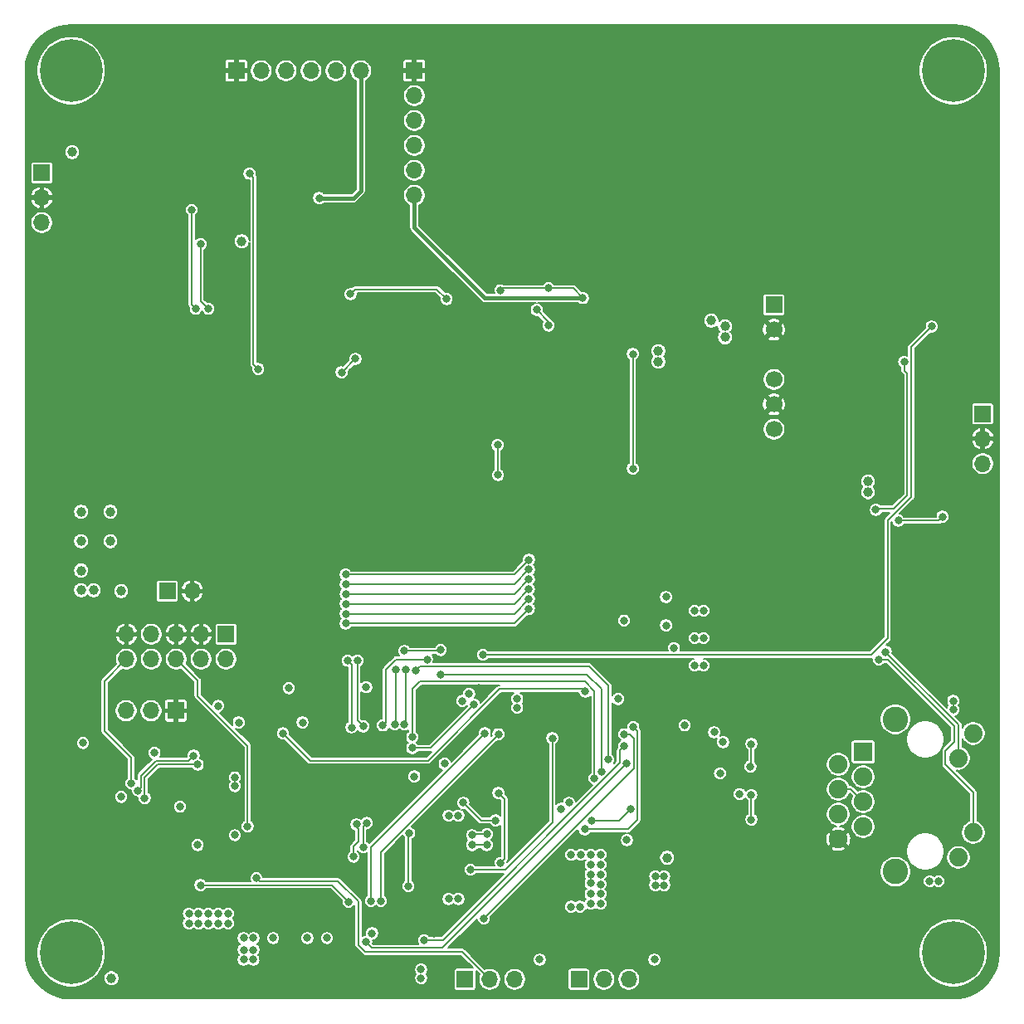
<source format=gbl>
G04 #@! TF.GenerationSoftware,KiCad,Pcbnew,(5.1.6)-1*
G04 #@! TF.CreationDate,2020-06-22T19:30:58+02:00*
G04 #@! TF.ProjectId,plc-sniffer,706c632d-736e-4696-9666-65722e6b6963,rev?*
G04 #@! TF.SameCoordinates,Original*
G04 #@! TF.FileFunction,Copper,L4,Bot*
G04 #@! TF.FilePolarity,Positive*
%FSLAX46Y46*%
G04 Gerber Fmt 4.6, Leading zero omitted, Abs format (unit mm)*
G04 Created by KiCad (PCBNEW (5.1.6)-1) date 2020-06-22 19:30:58*
%MOMM*%
%LPD*%
G01*
G04 APERTURE LIST*
G04 #@! TA.AperFunction,ComponentPad*
%ADD10O,1.700000X1.700000*%
G04 #@! TD*
G04 #@! TA.AperFunction,ComponentPad*
%ADD11R,1.700000X1.700000*%
G04 #@! TD*
G04 #@! TA.AperFunction,ComponentPad*
%ADD12C,1.700000*%
G04 #@! TD*
G04 #@! TA.AperFunction,ComponentPad*
%ADD13C,0.800000*%
G04 #@! TD*
G04 #@! TA.AperFunction,ComponentPad*
%ADD14C,6.400000*%
G04 #@! TD*
G04 #@! TA.AperFunction,ComponentPad*
%ADD15C,2.600000*%
G04 #@! TD*
G04 #@! TA.AperFunction,ComponentPad*
%ADD16C,1.890000*%
G04 #@! TD*
G04 #@! TA.AperFunction,ComponentPad*
%ADD17C,1.900000*%
G04 #@! TD*
G04 #@! TA.AperFunction,ComponentPad*
%ADD18R,1.900000X1.900000*%
G04 #@! TD*
G04 #@! TA.AperFunction,ViaPad*
%ADD19C,0.800000*%
G04 #@! TD*
G04 #@! TA.AperFunction,ViaPad*
%ADD20C,1.000000*%
G04 #@! TD*
G04 #@! TA.AperFunction,Conductor*
%ADD21C,0.200000*%
G04 #@! TD*
G04 #@! TA.AperFunction,Conductor*
%ADD22C,0.400000*%
G04 #@! TD*
G04 APERTURE END LIST*
D10*
G04 #@! TO.P,J601,6*
G04 #@! TO.N,/PLC Interface EV/VDD*
X134540000Y-55000000D03*
G04 #@! TO.P,J601,5*
G04 #@! TO.N,/PLC Interface EV/GPIO_0*
X132000000Y-55000000D03*
G04 #@! TO.P,J601,4*
G04 #@! TO.N,/PLC Interface EV/GPIO_1*
X129460000Y-55000000D03*
G04 #@! TO.P,J601,3*
G04 #@! TO.N,/PLC Interface EV/GPIO_2*
X126920000Y-55000000D03*
G04 #@! TO.P,J601,2*
G04 #@! TO.N,/PLC Interface EV/GPIO_3*
X124380000Y-55000000D03*
D11*
G04 #@! TO.P,J601,1*
G04 #@! TO.N,GND*
X121840000Y-55000000D03*
G04 #@! TD*
D10*
G04 #@! TO.P,J501,6*
G04 #@! TO.N,/PLC Interface EVSE/VDD*
X140000000Y-67700000D03*
G04 #@! TO.P,J501,5*
G04 #@! TO.N,/PLC Interface EVSE/GPIO_0*
X140000000Y-65160000D03*
G04 #@! TO.P,J501,4*
G04 #@! TO.N,/PLC Interface EVSE/GPIO_1*
X140000000Y-62620000D03*
G04 #@! TO.P,J501,3*
G04 #@! TO.N,/PLC Interface EVSE/GPIO_2*
X140000000Y-60080000D03*
G04 #@! TO.P,J501,2*
G04 #@! TO.N,/PLC Interface EVSE/GPIO_3*
X140000000Y-57540000D03*
D11*
G04 #@! TO.P,J501,1*
G04 #@! TO.N,GND*
X140000000Y-55000000D03*
G04 #@! TD*
D12*
G04 #@! TO.P,U802,6*
G04 #@! TO.N,Net-(C801-Pad1)*
X176700000Y-91580000D03*
G04 #@! TO.P,U802,5*
G04 #@! TO.N,GND*
X176700000Y-89040000D03*
G04 #@! TO.P,U802,4*
G04 #@! TO.N,Net-(C802-Pad2)*
X176700000Y-86500000D03*
G04 #@! TO.P,U802,2*
G04 #@! TO.N,GND*
X176700000Y-81420000D03*
D11*
G04 #@! TO.P,U802,1*
G04 #@! TO.N,Net-(Q802-Pad3)*
X176700000Y-78880000D03*
G04 #@! TD*
D13*
G04 #@! TO.P,REF\u002A\u002A,1*
G04 #@! TO.N,N/C*
X196697056Y-53302944D03*
X195000000Y-52600000D03*
X193302944Y-53302944D03*
X192600000Y-55000000D03*
X193302944Y-56697056D03*
X195000000Y-57400000D03*
X196697056Y-56697056D03*
X197400000Y-55000000D03*
D14*
X195000000Y-55000000D03*
G04 #@! TD*
D13*
G04 #@! TO.P,REF\u002A\u002A,1*
G04 #@! TO.N,N/C*
X106697056Y-53302944D03*
X105000000Y-52600000D03*
X103302944Y-53302944D03*
X102600000Y-55000000D03*
X103302944Y-56697056D03*
X105000000Y-57400000D03*
X106697056Y-56697056D03*
X107400000Y-55000000D03*
D14*
X105000000Y-55000000D03*
G04 #@! TD*
D13*
G04 #@! TO.P,REF\u002A\u002A,1*
G04 #@! TO.N,N/C*
X106697056Y-146697056D03*
X107400000Y-145000000D03*
X106697056Y-143302944D03*
X105000000Y-142600000D03*
X103302944Y-143302944D03*
X102600000Y-145000000D03*
X103302944Y-146697056D03*
X105000000Y-147400000D03*
D14*
X105000000Y-145000000D03*
G04 #@! TD*
D13*
G04 #@! TO.P,REF\u002A\u002A,1*
G04 #@! TO.N,N/C*
X196697056Y-143302944D03*
X195000000Y-142600000D03*
X193302944Y-143302944D03*
X192600000Y-145000000D03*
X193302944Y-146697056D03*
X195000000Y-147400000D03*
X196697056Y-146697056D03*
X197400000Y-145000000D03*
D14*
X195000000Y-145000000D03*
G04 #@! TD*
D15*
G04 #@! TO.P,J1001,13*
G04 #@! TO.N,Net-(J1001-Pad13)*
X189090000Y-136720000D03*
X189090000Y-121170000D03*
D16*
G04 #@! TO.P,J1001,L4*
G04 #@! TO.N,Net-(J1001-PadL4)*
X197040000Y-122620000D03*
G04 #@! TO.P,J1001,L3*
G04 #@! TO.N,/PHY/AN0*
X195520000Y-125160000D03*
G04 #@! TO.P,J1001,L2*
G04 #@! TO.N,/PHY/AN1*
X197040000Y-132730000D03*
G04 #@! TO.P,J1001,L1*
G04 #@! TO.N,Net-(J1001-PadL1)*
X195520000Y-135270000D03*
D17*
G04 #@! TO.P,J1001,R8*
G04 #@! TO.N,GND*
X183260000Y-133390000D03*
G04 #@! TO.P,J1001,R7*
G04 #@! TO.N,Net-(J1001-PadR7)*
X185800000Y-132120000D03*
G04 #@! TO.P,J1001,R6*
G04 #@! TO.N,/PHY/RX-*
X183260000Y-130850000D03*
G04 #@! TO.P,J1001,R5*
G04 #@! TO.N,Net-(C1009-Pad2)*
X185800000Y-129580000D03*
G04 #@! TO.P,J1001,R4*
X183260000Y-128310000D03*
G04 #@! TO.P,J1001,R3*
G04 #@! TO.N,/PHY/RX+*
X185800000Y-127040000D03*
G04 #@! TO.P,J1001,R2*
G04 #@! TO.N,/PHY/TD-*
X183260000Y-125770000D03*
D18*
G04 #@! TO.P,J1001,R1*
G04 #@! TO.N,/PHY/TD+*
X185800000Y-124500000D03*
G04 #@! TD*
D10*
G04 #@! TO.P,J902,2*
G04 #@! TO.N,GND*
X117340000Y-108100000D03*
D11*
G04 #@! TO.P,J902,1*
G04 #@! TO.N,Net-(D902-Pad2)*
X114800000Y-108100000D03*
G04 #@! TD*
D10*
G04 #@! TO.P,J703,10*
G04 #@! TO.N,/uC/NRST*
X110640000Y-115040000D03*
G04 #@! TO.P,J703,9*
G04 #@! TO.N,GND*
X110640000Y-112500000D03*
G04 #@! TO.P,J703,8*
G04 #@! TO.N,Net-(J703-Pad8)*
X113180000Y-115040000D03*
G04 #@! TO.P,J703,7*
G04 #@! TO.N,Net-(J703-Pad7)*
X113180000Y-112500000D03*
G04 #@! TO.P,J703,6*
G04 #@! TO.N,/uC/SWO*
X115720000Y-115040000D03*
G04 #@! TO.P,J703,5*
G04 #@! TO.N,GND*
X115720000Y-112500000D03*
G04 #@! TO.P,J703,4*
G04 #@! TO.N,/uC/SWCLK*
X118260000Y-115040000D03*
G04 #@! TO.P,J703,3*
G04 #@! TO.N,GND*
X118260000Y-112500000D03*
G04 #@! TO.P,J703,2*
G04 #@! TO.N,/uC/SWDIO*
X120800000Y-115040000D03*
D11*
G04 #@! TO.P,J703,1*
G04 #@! TO.N,/uC/STM_3V3*
X120800000Y-112500000D03*
G04 #@! TD*
D10*
G04 #@! TO.P,J702,3*
G04 #@! TO.N,Net-(J702-Pad3)*
X150240000Y-147700000D03*
G04 #@! TO.P,J702,2*
G04 #@! TO.N,/uC/BOOT0*
X147700000Y-147700000D03*
D11*
G04 #@! TO.P,J702,1*
G04 #@! TO.N,Net-(J702-Pad1)*
X145160000Y-147700000D03*
G04 #@! TD*
D10*
G04 #@! TO.P,J701,3*
G04 #@! TO.N,Net-(J701-Pad3)*
X161880000Y-147700000D03*
G04 #@! TO.P,J701,2*
G04 #@! TO.N,/uC/BOOT1*
X159340000Y-147700000D03*
D11*
G04 #@! TO.P,J701,1*
G04 #@! TO.N,Net-(J701-Pad1)*
X156800000Y-147700000D03*
G04 #@! TD*
D10*
G04 #@! TO.P,J103,3*
G04 #@! TO.N,/PROXY EVSE/PROXY_OUT*
X198000000Y-95080000D03*
G04 #@! TO.P,J103,2*
G04 #@! TO.N,GND*
X198000000Y-92540000D03*
D11*
G04 #@! TO.P,J103,1*
G04 #@! TO.N,/Pilot EVSE2/PILOT_OUT*
X198000000Y-90000000D03*
G04 #@! TD*
D10*
G04 #@! TO.P,J102,3*
G04 #@! TO.N,/uC/UART_RX*
X110600000Y-120300000D03*
G04 #@! TO.P,J102,2*
G04 #@! TO.N,/uC/UART_TX*
X113140000Y-120300000D03*
D11*
G04 #@! TO.P,J102,1*
G04 #@! TO.N,GND*
X115680000Y-120300000D03*
G04 #@! TD*
D10*
G04 #@! TO.P,J101,3*
G04 #@! TO.N,/Pilot EV/PILOT_IN*
X102000000Y-70500000D03*
G04 #@! TO.P,J101,2*
G04 #@! TO.N,GND*
X102000000Y-67960000D03*
D11*
G04 #@! TO.P,J101,1*
G04 #@! TO.N,/Proxy EV/PROXY*
X102000000Y-65420000D03*
G04 #@! TD*
D19*
G04 #@! TO.N,GND*
X177700000Y-127500000D03*
X178900000Y-127500000D03*
X180200000Y-127500000D03*
X181500000Y-127500000D03*
X124600000Y-145700000D03*
X125300000Y-146400000D03*
X114900000Y-137100000D03*
X114900000Y-138300000D03*
X116900000Y-138500000D03*
X114200000Y-127000000D03*
X136600000Y-145700000D03*
X109000000Y-51000000D03*
X113000000Y-51000000D03*
X117000000Y-51000000D03*
X121000000Y-51000000D03*
X125000000Y-51000000D03*
X129000000Y-51000000D03*
X133000000Y-51000000D03*
X137000000Y-51000000D03*
X141000000Y-51000000D03*
X145000000Y-51000000D03*
X149000000Y-51000000D03*
X153000000Y-51000000D03*
X157000000Y-51000000D03*
X161000000Y-51000000D03*
X165000000Y-51000000D03*
X169000000Y-51000000D03*
X173000000Y-51000000D03*
X177000000Y-51000000D03*
X181000000Y-51000000D03*
X185000000Y-51000000D03*
X189000000Y-51000000D03*
X189000000Y-55000000D03*
X189000000Y-59000000D03*
X194000000Y-59000000D03*
X198000000Y-59000000D03*
X199000000Y-63000000D03*
X199000000Y-67000000D03*
X199000000Y-71000000D03*
X199000000Y-75000000D03*
X199000000Y-79000000D03*
X199000000Y-83000000D03*
X199000000Y-87000000D03*
X199000000Y-98000000D03*
X199000000Y-102000000D03*
X199000000Y-106000000D03*
X199000000Y-110000000D03*
X199000000Y-114000000D03*
X199000000Y-118000000D03*
X199000000Y-122000000D03*
X199000000Y-126000000D03*
X199000000Y-131000000D03*
X199000000Y-135000000D03*
X199000000Y-139000000D03*
X199000000Y-143000000D03*
X195000000Y-141000000D03*
X191000000Y-141000000D03*
X191000000Y-145000000D03*
X191000000Y-149000000D03*
X187000000Y-149000000D03*
X183000000Y-149000000D03*
X179000000Y-149000000D03*
X175000000Y-149000000D03*
X171000000Y-149000000D03*
X167000000Y-149000000D03*
X167000000Y-145000000D03*
X171000000Y-145000000D03*
X175000000Y-145000000D03*
X179000000Y-145000000D03*
X183000000Y-145000000D03*
X187000000Y-145000000D03*
X187000000Y-141000000D03*
X183000000Y-141000000D03*
X179000000Y-141000000D03*
X175000000Y-141000000D03*
X171000000Y-141000000D03*
X167000000Y-141000000D03*
X167000000Y-137000000D03*
X171000000Y-137000000D03*
X175000000Y-137000000D03*
X179000000Y-137000000D03*
X179000000Y-133000000D03*
X175000000Y-133000000D03*
X171000000Y-133000000D03*
X167000000Y-133000000D03*
X167000000Y-129000000D03*
X171000000Y-130000000D03*
X195000000Y-114000000D03*
X195000000Y-110000000D03*
X191000000Y-110000000D03*
X191000000Y-114000000D03*
X195000000Y-106000000D03*
X191000000Y-106000000D03*
X187000000Y-106000000D03*
X183000000Y-106000000D03*
X179000000Y-106000000D03*
X175000000Y-106000000D03*
X171000000Y-106000000D03*
X167000000Y-106000000D03*
X162000000Y-106000000D03*
X158000000Y-106000000D03*
X158000000Y-110000000D03*
X158000000Y-113700000D03*
X154000000Y-113700000D03*
X154000000Y-110000000D03*
X175000000Y-110000000D03*
X179000000Y-110000000D03*
X179000000Y-113800000D03*
X175000000Y-113800000D03*
X179000000Y-118000000D03*
X175000000Y-118000000D03*
X179000000Y-122000000D03*
X175000000Y-122000000D03*
X183000000Y-118000000D03*
X187000000Y-118000000D03*
X171000000Y-118000000D03*
X183000000Y-98000000D03*
X179000000Y-98000000D03*
X175000000Y-98000000D03*
X171000000Y-98000000D03*
X167000000Y-98000000D03*
X162300000Y-98000000D03*
X171000000Y-94000000D03*
X175000000Y-94000000D03*
X179000000Y-94000000D03*
X179000000Y-89000000D03*
X179000000Y-86000000D03*
X179000000Y-83000000D03*
X179000000Y-79000000D03*
X175000000Y-83000000D03*
X167000000Y-83000000D03*
X183000000Y-83000000D03*
X187000000Y-83000000D03*
X195000000Y-75000000D03*
X195000000Y-71000000D03*
X195000000Y-67000000D03*
X195000000Y-63000000D03*
X189000000Y-63000000D03*
X189000000Y-67000000D03*
X189000000Y-71000000D03*
X189000000Y-75000000D03*
X192000000Y-78000000D03*
X109000000Y-55000000D03*
X109000000Y-59000000D03*
X105000000Y-59000000D03*
X101000000Y-59000000D03*
X101000000Y-63000000D03*
X101000000Y-141000000D03*
X105000000Y-141000000D03*
X109000000Y-141000000D03*
X101000000Y-137000000D03*
X101000000Y-132000000D03*
X101000000Y-126000000D03*
X101000000Y-121000000D03*
X101000000Y-116000000D03*
X101000000Y-105000000D03*
X101000000Y-100000000D03*
X101000000Y-96000000D03*
X101000000Y-88000000D03*
X101000000Y-92000000D03*
X101000000Y-84000000D03*
X101000000Y-79000000D03*
X101000000Y-75000000D03*
X113000000Y-55000000D03*
X117000000Y-55000000D03*
X117000000Y-59000000D03*
X113000000Y-59000000D03*
X121000000Y-59000000D03*
X125000000Y-59000000D03*
X129000000Y-59000000D03*
X129000000Y-63000000D03*
X125000000Y-63000000D03*
X121000000Y-63000000D03*
X117000000Y-63000000D03*
X113000000Y-63000000D03*
X109000000Y-63000000D03*
X133000000Y-63000000D03*
X133000000Y-67000000D03*
X121000000Y-73000000D03*
X121000000Y-77000000D03*
X106000000Y-79000000D03*
X106000000Y-75000000D03*
X106000000Y-84000000D03*
X106000000Y-88000000D03*
X106000000Y-92000000D03*
X106000000Y-96000000D03*
X110000000Y-96000000D03*
X110000000Y-92000000D03*
X110000000Y-88000000D03*
X110000000Y-84000000D03*
X114000000Y-100000000D03*
X114000000Y-96000000D03*
X114000000Y-92000000D03*
X114000000Y-88000000D03*
X118000000Y-100000000D03*
X118000000Y-96000000D03*
X118000000Y-92000000D03*
X118000000Y-88000000D03*
X118000000Y-84000000D03*
X122000000Y-84000000D03*
X122000000Y-88000000D03*
X122000000Y-92000000D03*
X122000000Y-96000000D03*
X122000000Y-100000000D03*
X126000000Y-100000000D03*
X126000000Y-96000000D03*
X126000000Y-92000000D03*
X126000000Y-88000000D03*
X130000000Y-100000000D03*
X130000000Y-96000000D03*
X130000000Y-92000000D03*
X134000000Y-100000000D03*
X134000000Y-96000000D03*
X114000000Y-104000000D03*
X118000000Y-104000000D03*
X122000000Y-104000000D03*
X139000000Y-100000000D03*
X139000000Y-96000000D03*
X139000000Y-104000000D03*
X145000000Y-104000000D03*
X145000000Y-100000000D03*
X145000000Y-96000000D03*
X145000000Y-92000000D03*
X145000000Y-88000000D03*
X145000000Y-84000000D03*
X149000000Y-88000000D03*
X149000000Y-84000000D03*
X149000000Y-80000000D03*
X158000000Y-98000000D03*
X154000000Y-98000000D03*
X158000000Y-94000000D03*
X154000000Y-94000000D03*
X154000000Y-102000000D03*
X126000000Y-127000000D03*
X126000000Y-131000000D03*
X126000000Y-136000000D03*
X130000000Y-136000000D03*
X130000000Y-131000000D03*
X130000000Y-127000000D03*
X137000000Y-127000000D03*
X134000000Y-137000000D03*
X128000000Y-139000000D03*
X124000000Y-139000000D03*
X131000000Y-123000000D03*
X150000000Y-125000000D03*
X148000000Y-127000000D03*
X146000000Y-128000000D03*
X147000000Y-144000000D03*
X151000000Y-144000000D03*
X156000000Y-145000000D03*
X152000000Y-140000000D03*
X155000000Y-142000000D03*
X159000000Y-142000000D03*
X163000000Y-142000000D03*
X185000000Y-71000000D03*
X185000000Y-67000000D03*
X185000000Y-63000000D03*
X185000000Y-59000000D03*
X185000000Y-55000000D03*
X181000000Y-55000000D03*
X181000000Y-59000000D03*
X181000000Y-63000000D03*
X181000000Y-67000000D03*
X181000000Y-71000000D03*
X177000000Y-71000000D03*
X177000000Y-67000000D03*
X177000000Y-63000000D03*
X177000000Y-59000000D03*
X177000000Y-55000000D03*
X173000000Y-55000000D03*
X173000000Y-59000000D03*
X173000000Y-63000000D03*
X173000000Y-67000000D03*
X173000000Y-71000000D03*
X169000000Y-71000000D03*
X169000000Y-67000000D03*
X169000000Y-63000000D03*
X169000000Y-59000000D03*
X169000000Y-55000000D03*
X165000000Y-55000000D03*
X165000000Y-59000000D03*
X165000000Y-63000000D03*
X165000000Y-67000000D03*
X165000000Y-71000000D03*
X161000000Y-71000000D03*
X161000000Y-67000000D03*
X161000000Y-63000000D03*
X161000000Y-59000000D03*
X161000000Y-55000000D03*
X157000000Y-55000000D03*
X157000000Y-59000000D03*
X157000000Y-63000000D03*
X157000000Y-67000000D03*
X157000000Y-71000000D03*
X153000000Y-71000000D03*
X153000000Y-67000000D03*
X153000000Y-63000000D03*
X153000000Y-59000000D03*
X153000000Y-55000000D03*
X149000000Y-55000000D03*
X149000000Y-59000000D03*
X149000000Y-63000000D03*
X149000000Y-67000000D03*
X149000000Y-71000000D03*
X137000000Y-86000000D03*
X141000000Y-86000000D03*
X141000000Y-90000000D03*
X137000000Y-90000000D03*
X130000000Y-86000000D03*
D20*
X108700000Y-104300000D03*
X107400000Y-105700000D03*
D19*
X150800000Y-133300000D03*
X147000000Y-138000000D03*
X149000000Y-141000000D03*
X142000000Y-143000000D03*
X154000000Y-119000000D03*
X141400000Y-118700000D03*
X137000000Y-129000000D03*
X137800000Y-139000000D03*
X145000000Y-115000000D03*
X116700000Y-130900000D03*
X118300000Y-131700000D03*
X116700000Y-127200000D03*
X112500000Y-125400000D03*
X110000000Y-126200000D03*
X104000000Y-126000000D03*
X104000000Y-129000000D03*
X104000000Y-132000000D03*
X113000000Y-141000000D03*
X113100000Y-137300000D03*
X112000000Y-135000000D03*
X112000000Y-132000000D03*
X130000000Y-107000000D03*
X126000000Y-107000000D03*
X122000000Y-107000000D03*
X126000000Y-110000000D03*
X128000000Y-112000000D03*
X126000000Y-115000000D03*
X126000000Y-118000000D03*
X128000000Y-115000000D03*
X163500000Y-124500000D03*
X163500000Y-126500000D03*
X133200000Y-144800000D03*
X140600000Y-78100000D03*
X139600000Y-79700000D03*
X146600000Y-118000000D03*
X146700000Y-121400000D03*
G04 #@! TO.N,/PLC Interface EVSE/VDD*
X153700000Y-77200000D03*
X157200000Y-78200000D03*
X148800000Y-77400000D03*
G04 #@! TO.N,/PLC Interface EV/VDD*
X133500000Y-77800000D03*
X130300000Y-68000000D03*
X143300000Y-78300000D03*
D20*
G04 #@! TO.N,+5V*
X109000000Y-103000000D03*
X109000000Y-100000000D03*
X106000000Y-103000000D03*
X106000000Y-100000000D03*
X106000000Y-106000000D03*
X109100000Y-147600000D03*
X107300000Y-108000000D03*
X165800000Y-135300000D03*
X110100000Y-108100000D03*
X164900000Y-84700000D03*
X170300000Y-80500000D03*
X171700000Y-81100000D03*
X186300000Y-96900000D03*
X122400000Y-72400000D03*
X105100000Y-63300000D03*
X186300000Y-98000000D03*
X164900000Y-83600000D03*
X171700000Y-82200000D03*
D19*
G04 #@! TO.N,/uC/NRST*
X118200000Y-138100000D03*
X133300000Y-139800000D03*
X111112590Y-127705505D03*
G04 #@! TO.N,/uC/STM_3V3*
X144900000Y-119300000D03*
X143100000Y-125700000D03*
X143500000Y-131000000D03*
X143500000Y-139500000D03*
X144500000Y-139500000D03*
X131100000Y-143500000D03*
X129100000Y-143500000D03*
X125600000Y-143500000D03*
X123600000Y-143500000D03*
X117900000Y-134000000D03*
X121700000Y-128000000D03*
X121700000Y-127100000D03*
X121700000Y-133000000D03*
X120000000Y-119800000D03*
X122100000Y-121500000D03*
X127200000Y-118000000D03*
X128600000Y-121500000D03*
X135100000Y-117900000D03*
X140000000Y-127000000D03*
X140700000Y-147600000D03*
X140700000Y-146700000D03*
X122600000Y-143500000D03*
X121000000Y-142000000D03*
X120000000Y-142000000D03*
X119000000Y-142000000D03*
X118000000Y-142000000D03*
X121000000Y-141000000D03*
X120000000Y-141000000D03*
X119000000Y-141000000D03*
X118000000Y-141000000D03*
X122600000Y-144700000D03*
X122600000Y-145700000D03*
X123600000Y-144700000D03*
X123600000Y-145700000D03*
X117000000Y-142000000D03*
X117000000Y-141000000D03*
X116100000Y-130100000D03*
X164500000Y-145700000D03*
X152800000Y-145700000D03*
X113500000Y-124600000D03*
X110100000Y-129100000D03*
X106200000Y-123600000D03*
D20*
X106000000Y-108000000D03*
D19*
X135700000Y-143000002D03*
X144500000Y-131000006D03*
X145600000Y-118600000D03*
G04 #@! TO.N,/PHY/PHY_3V3*
X159000000Y-135000000D03*
X159000000Y-136000000D03*
X159000000Y-137000000D03*
X159000000Y-138000000D03*
X159000000Y-139000000D03*
X159000000Y-140000000D03*
X158000000Y-140000000D03*
X158000000Y-139000000D03*
X158000000Y-137900000D03*
X158000000Y-137000000D03*
X158000000Y-136000000D03*
X158000000Y-135000000D03*
X157000000Y-135000000D03*
X156000000Y-135000000D03*
X156900000Y-140300000D03*
X156000000Y-140300000D03*
X193500000Y-137700000D03*
X192600000Y-137700000D03*
X195000000Y-120200000D03*
X195000000Y-119300000D03*
X171200000Y-126700000D03*
X173200000Y-128800000D03*
X171500000Y-123500000D03*
X170600000Y-122500000D03*
X160800000Y-119100000D03*
X166500000Y-113900000D03*
X168600000Y-112900000D03*
X169500000Y-112900000D03*
X168600000Y-115700000D03*
X169500000Y-115700000D03*
X168600000Y-110100000D03*
X169500000Y-110100000D03*
X165700000Y-108700000D03*
X161400000Y-111100000D03*
X150500000Y-120000000D03*
X150500000Y-119100000D03*
X155800000Y-129700000D03*
X155000000Y-130300000D03*
X161700000Y-133500000D03*
X164600000Y-137200000D03*
X164600000Y-138100000D03*
X165500000Y-137200000D03*
X165500000Y-138100000D03*
X167600000Y-121800000D03*
X165700000Y-111600000D03*
G04 #@! TO.N,Net-(C1009-Pad2)*
X174400000Y-131400000D03*
X174400000Y-128900000D03*
X174400000Y-123700000D03*
X174300000Y-126000000D03*
G04 #@! TO.N,/uC/LED0*
X117904262Y-125795738D03*
X112500000Y-129200000D03*
G04 #@! TO.N,/uC/LED1*
X117492899Y-124884265D03*
X111800000Y-128431777D03*
G04 #@! TO.N,/PHY/AN0*
X188100000Y-114300000D03*
G04 #@! TO.N,/PHY/AN1*
X187400000Y-115100000D03*
G04 #@! TO.N,/uC/BOOT1*
X145900000Y-134000000D03*
X147400000Y-134000000D03*
G04 #@! TO.N,/uC/BOOT0*
X123900000Y-137400000D03*
G04 #@! TO.N,/uC/SWO*
X123000000Y-132100000D03*
G04 #@! TO.N,/PLC Interface EVSE/ENABLE*
X151700000Y-105900000D03*
X133000000Y-107399988D03*
G04 #@! TO.N,/PLC Interface EV/ENABLE*
X123200000Y-65500000D03*
X124073627Y-85426373D03*
G04 #@! TO.N,/Pilot EVSE2/ENABLE*
X162300000Y-83900000D03*
X151700000Y-104900000D03*
X133000000Y-106399985D03*
X162300000Y-95600000D03*
G04 #@! TO.N,/uC/ADC1*
X134200000Y-115200000D03*
X119000000Y-79300000D03*
X118200000Y-72700000D03*
X134800000Y-121900000D03*
X135155025Y-131755025D03*
X134800000Y-134200000D03*
G04 #@! TO.N,/uC/ADC3*
X133800000Y-135200000D03*
X134100000Y-131900000D03*
X133600000Y-122000000D03*
X133199997Y-115200000D03*
X117700000Y-79300000D03*
X117300000Y-69200000D03*
G04 #@! TO.N,/PLC Interface EVSE/CS*
X152500000Y-79400000D03*
X153700000Y-81000000D03*
G04 #@! TO.N,/PLC Interface EV/CS*
X134000000Y-84400000D03*
X132597070Y-85776077D03*
G04 #@! TO.N,/uC/EVSE_PILOT_PWM*
X190000000Y-84700000D03*
X187100000Y-99799990D03*
X151700000Y-106900003D03*
X133000000Y-108399991D03*
G04 #@! TO.N,/uC/ADC2*
X139400000Y-138200000D03*
X139494981Y-132794981D03*
X146999974Y-114600000D03*
X192800000Y-81100000D03*
G04 #@! TO.N,/uC/ETH_RXD0*
X148800000Y-135830000D03*
X148600000Y-128700000D03*
G04 #@! TO.N,/PHY/CRS_DV*
X145748000Y-136530000D03*
X154100000Y-123100000D03*
G04 #@! TO.N,/uC/~PHY_RESET*
X157400000Y-132400000D03*
X147400000Y-132900000D03*
X145900000Y-133000000D03*
X162355018Y-121955018D03*
G04 #@! TO.N,/uC/PHY_PDOWN*
X158100230Y-131500230D03*
X148300000Y-131500000D03*
X145000018Y-129699996D03*
X162099990Y-130300000D03*
G04 #@! TO.N,/PLC Interface EVSE/MISO*
X135600000Y-139700000D03*
X147200000Y-122600000D03*
G04 #@! TO.N,/PLC Interface EVSE/MOSI*
X136600003Y-139700000D03*
X148500000Y-93200000D03*
X148600012Y-122700000D03*
X148544982Y-96255018D03*
G04 #@! TO.N,/uC/EVSE_PLC_RESET_N*
X139800000Y-124100000D03*
X146100000Y-119700000D03*
G04 #@! TO.N,/PLC Interface EV/CLK*
X138100000Y-116100000D03*
X138000000Y-121700000D03*
G04 #@! TO.N,/PLC Interface EV/MISO*
X139100003Y-116100000D03*
X139000000Y-121700000D03*
G04 #@! TO.N,/PLC Interface EV/MOSI*
X136800000Y-121800000D03*
X141300000Y-115075026D03*
G04 #@! TO.N,/uC/EV_PLC_RESET_N*
X139005025Y-114205025D03*
X142700010Y-114100000D03*
G04 #@! TO.N,/PHY/CLK_X1*
X157455025Y-118344975D03*
X126600000Y-122600000D03*
G04 #@! TO.N,/uC/ETH_TXD1*
X140135025Y-116175025D03*
X159800010Y-125294990D03*
G04 #@! TO.N,/uC/ETH_TXD0*
X159100000Y-126500000D03*
X142700000Y-116600000D03*
G04 #@! TO.N,/uC/ETH_TX_EN*
X158387500Y-127207108D03*
X139800000Y-123000000D03*
G04 #@! TO.N,/uC/ETH_MDIO*
X161400000Y-122700000D03*
X147105255Y-141505255D03*
G04 #@! TO.N,/PHY/CLK_OUT*
X141000000Y-143700000D03*
X161400000Y-123900000D03*
G04 #@! TO.N,/uC/ETH_MDC*
X161699998Y-125700000D03*
X135100000Y-143900000D03*
G04 #@! TO.N,/uC/EVSE_PUBU_T1*
X151700000Y-107900006D03*
X133000000Y-109399994D03*
G04 #@! TO.N,/PROXY EVSE/CONNECT_T1*
X151700000Y-109900012D03*
X133000000Y-111400000D03*
G04 #@! TO.N,/PROXY EVSE/CONNECT_T2*
X193900000Y-100500000D03*
X189400000Y-100900000D03*
X151700000Y-108900009D03*
X133000000Y-110399997D03*
G04 #@! TD*
D21*
G04 #@! TO.N,/PLC Interface EVSE/VDD*
X153700000Y-77200000D02*
X156200000Y-77200000D01*
X156200000Y-77200000D02*
X157200000Y-78200000D01*
D22*
X140000000Y-67700000D02*
X140000000Y-71000000D01*
X147200000Y-78200000D02*
X157200000Y-78200000D01*
X140000000Y-71000000D02*
X147200000Y-78200000D01*
D21*
X153700000Y-77200000D02*
X149000000Y-77200000D01*
X149000000Y-77200000D02*
X148800000Y-77400000D01*
D22*
G04 #@! TO.N,/PLC Interface EV/VDD*
X134540000Y-55000000D02*
X134540000Y-67260000D01*
X134540000Y-67260000D02*
X133800000Y-68000000D01*
X133800000Y-68000000D02*
X130300000Y-68000000D01*
D21*
X142300000Y-77300000D02*
X143300000Y-78300000D01*
X133500000Y-77800000D02*
X134000000Y-77300000D01*
X134000000Y-77300000D02*
X142300000Y-77300000D01*
G04 #@! TO.N,/uC/NRST*
X110640000Y-115040000D02*
X108400000Y-117280000D01*
X108400000Y-117280000D02*
X108400000Y-122300000D01*
X108400000Y-122300000D02*
X108400000Y-122400000D01*
X108400000Y-122400000D02*
X111112590Y-125112590D01*
X111112590Y-125112590D02*
X111112590Y-127705505D01*
X131600000Y-138100000D02*
X133300000Y-139800000D01*
X118200000Y-138100000D02*
X131600000Y-138100000D01*
G04 #@! TO.N,Net-(C1009-Pad2)*
X184530000Y-128310000D02*
X183260000Y-128310000D01*
X185800000Y-129580000D02*
X184530000Y-128310000D01*
X174400000Y-131400000D02*
X174400000Y-128900000D01*
X174400000Y-123700000D02*
X174400000Y-125900000D01*
X174400000Y-125900000D02*
X174300000Y-126000000D01*
G04 #@! TO.N,/uC/LED0*
X117904262Y-125795738D02*
X113804262Y-125795738D01*
X113804262Y-125795738D02*
X113000000Y-126600000D01*
X113000000Y-126600000D02*
X112700000Y-126900000D01*
X112700000Y-126900000D02*
X112500000Y-127100000D01*
X112500000Y-127100000D02*
X112500000Y-129200000D01*
G04 #@! TO.N,/uC/LED1*
X117492899Y-124884265D02*
X116981436Y-125395728D01*
X113638573Y-125395728D02*
X112599990Y-126434311D01*
X116981436Y-125395728D02*
X113638573Y-125395728D01*
X112099990Y-128131787D02*
X111800000Y-128431777D01*
X112599990Y-126434311D02*
X112099990Y-126934311D01*
X112099990Y-126934311D02*
X112099990Y-128131787D01*
G04 #@! TO.N,/PHY/AN0*
X195520000Y-125160000D02*
X195520000Y-121720000D01*
X195520000Y-121720000D02*
X188100000Y-114300000D01*
G04 #@! TO.N,/PHY/AN1*
X197040000Y-132730000D02*
X197040000Y-128640000D01*
X197040000Y-128640000D02*
X194200000Y-125800000D01*
X194200000Y-124400000D02*
X195119990Y-123480010D01*
X194200000Y-125800000D02*
X194200000Y-124400000D01*
X195119990Y-123480010D02*
X195119990Y-122000000D01*
X195119990Y-122000000D02*
X195119990Y-121885688D01*
X195119990Y-121885688D02*
X188334302Y-115100000D01*
X188334302Y-115100000D02*
X187400000Y-115100000D01*
G04 #@! TO.N,/uC/BOOT1*
X145900000Y-134000000D02*
X147400000Y-134000000D01*
G04 #@! TO.N,/uC/BOOT0*
X124199990Y-137699990D02*
X123900000Y-137400000D01*
X147700000Y-147700000D02*
X144900009Y-144900009D01*
X135000009Y-144900009D02*
X134300000Y-144200000D01*
X132235992Y-137699990D02*
X124199990Y-137699990D01*
X134300000Y-144200000D02*
X134300000Y-139763998D01*
X144900009Y-144900009D02*
X135000009Y-144900009D01*
X134300000Y-139763998D02*
X132235992Y-137699990D01*
G04 #@! TO.N,/uC/SWO*
X123000000Y-123900000D02*
X123000000Y-131900000D01*
X117900000Y-118800000D02*
X123000000Y-123900000D01*
X115720000Y-115040000D02*
X117900000Y-117220000D01*
X123000000Y-131900000D02*
X123000000Y-132100000D01*
X117900000Y-117220000D02*
X117900000Y-118800000D01*
G04 #@! TO.N,/PLC Interface EVSE/ENABLE*
X133000012Y-107400000D02*
X133000000Y-107399988D01*
X151700000Y-105900000D02*
X150200000Y-107400000D01*
X150200000Y-107400000D02*
X133000012Y-107400000D01*
G04 #@! TO.N,/PLC Interface EV/ENABLE*
X123600000Y-84952746D02*
X124073627Y-85426373D01*
X123200000Y-65500000D02*
X123600000Y-65900000D01*
X123600000Y-65900000D02*
X123600000Y-84952746D01*
G04 #@! TO.N,/Pilot EVSE2/ENABLE*
X162300000Y-83900000D02*
X162300000Y-95600000D01*
X133000015Y-106400000D02*
X133000000Y-106399985D01*
X151700000Y-104900000D02*
X150200000Y-106400000D01*
X150200000Y-106400000D02*
X133000015Y-106400000D01*
G04 #@! TO.N,/uC/ADC1*
X134200000Y-121300000D02*
X134200000Y-115200000D01*
X134800000Y-121900000D02*
X134200000Y-121300000D01*
X118200000Y-72700000D02*
X118200000Y-78500000D01*
X118200000Y-78500000D02*
X119000000Y-79300000D01*
X134800000Y-132110050D02*
X135155025Y-131755025D01*
X134800000Y-134200000D02*
X134800000Y-132110050D01*
G04 #@! TO.N,/uC/ADC3*
X133600000Y-122000000D02*
X133600000Y-115600003D01*
X133600000Y-115600003D02*
X133199997Y-115200000D01*
X117700000Y-79300000D02*
X117300000Y-78900000D01*
X117300000Y-78900000D02*
X117300000Y-69200000D01*
X133800000Y-134163998D02*
X133800000Y-135200000D01*
X134300000Y-132400000D02*
X134300000Y-133663998D01*
X134100000Y-132200000D02*
X134300000Y-132400000D01*
X134300000Y-133663998D02*
X133800000Y-134163998D01*
X134100000Y-131900000D02*
X134100000Y-132200000D01*
G04 #@! TO.N,/PLC Interface EVSE/CS*
X152500000Y-79400000D02*
X153700000Y-80600000D01*
X153700000Y-80600000D02*
X153700000Y-81000000D01*
G04 #@! TO.N,/PLC Interface EV/CS*
X134000000Y-84400000D02*
X133973147Y-84400000D01*
X133973147Y-84400000D02*
X132597070Y-85776077D01*
G04 #@! TO.N,/uC/EVSE_PILOT_PWM*
X190000000Y-84700000D02*
X190000000Y-85600010D01*
X190300000Y-85900010D02*
X190300000Y-98334302D01*
X190000000Y-85600010D02*
X190300000Y-85900010D01*
X190300000Y-98334302D02*
X188934302Y-99700000D01*
X188934302Y-99700000D02*
X187199990Y-99700000D01*
X187199990Y-99700000D02*
X187100000Y-99799990D01*
X133000009Y-108400000D02*
X133000000Y-108399991D01*
X151700000Y-106900003D02*
X150200003Y-108400000D01*
X150200003Y-108400000D02*
X133000009Y-108400000D01*
G04 #@! TO.N,/uC/ADC2*
X139400000Y-138200000D02*
X139400000Y-132889962D01*
X139400000Y-132889962D02*
X139494981Y-132794981D01*
X190700000Y-83200000D02*
X192800000Y-81100000D01*
X146999974Y-114600000D02*
X186600000Y-114600000D01*
X186600000Y-114600000D02*
X188300000Y-112900000D01*
X188300000Y-100900000D02*
X190700000Y-98500000D01*
X188300000Y-112900000D02*
X188300000Y-100900000D01*
X190700000Y-98500000D02*
X190700000Y-83200000D01*
G04 #@! TO.N,/uC/ETH_RXD0*
X149199999Y-129299999D02*
X148600000Y-128700000D01*
X148800000Y-135830000D02*
X149199999Y-135430001D01*
X149199999Y-135430001D02*
X149199999Y-129299999D01*
G04 #@! TO.N,/PHY/CRS_DV*
X149270000Y-136530000D02*
X145748000Y-136530000D01*
X154100000Y-123100000D02*
X154100000Y-131700000D01*
X154100000Y-131700000D02*
X149270000Y-136530000D01*
G04 #@! TO.N,/uC/~PHY_RESET*
X147400000Y-132900000D02*
X146000000Y-132900000D01*
X146000000Y-132900000D02*
X145900000Y-133000000D01*
X162800000Y-122400000D02*
X162355018Y-121955018D01*
X162800000Y-131400000D02*
X162800000Y-122400000D01*
X161800000Y-132400000D02*
X162800000Y-131400000D01*
X157400000Y-132400000D02*
X161800000Y-132400000D01*
G04 #@! TO.N,/uC/PHY_PDOWN*
X148300000Y-131500000D02*
X146800022Y-131500000D01*
X146800022Y-131500000D02*
X145000018Y-129699996D01*
X158100230Y-131500230D02*
X160899760Y-131500230D01*
X160899760Y-131500230D02*
X162099990Y-130300000D01*
G04 #@! TO.N,/PLC Interface EVSE/MISO*
X135600000Y-134200000D02*
X147200000Y-122600000D01*
X135600000Y-139700000D02*
X135600000Y-134200000D01*
G04 #@! TO.N,/PLC Interface EVSE/MOSI*
X136600003Y-134700009D02*
X148600012Y-122700000D01*
X136600003Y-139700000D02*
X136600003Y-134700009D01*
X148500000Y-93200000D02*
X148500000Y-96210036D01*
X148500000Y-96210036D02*
X148544982Y-96255018D01*
G04 #@! TO.N,/uC/EVSE_PLC_RESET_N*
X139800000Y-124100000D02*
X141700000Y-124100000D01*
X141700000Y-124100000D02*
X146100000Y-119700000D01*
G04 #@! TO.N,/PLC Interface EV/CLK*
X138100000Y-116100000D02*
X138100000Y-121600000D01*
X138100000Y-121600000D02*
X138000000Y-121700000D01*
G04 #@! TO.N,/PLC Interface EV/MISO*
X139100003Y-116100000D02*
X139100003Y-121599997D01*
X139100003Y-121599997D02*
X139000000Y-121700000D01*
G04 #@! TO.N,/PLC Interface EV/MOSI*
X137099997Y-116100000D02*
X137099997Y-121500003D01*
X137099997Y-121500003D02*
X136800000Y-121800000D01*
X137099997Y-116100000D02*
X138124971Y-115075026D01*
X138124971Y-115075026D02*
X141300000Y-115075026D01*
G04 #@! TO.N,/uC/EV_PLC_RESET_N*
X139005025Y-114205025D02*
X142594985Y-114205025D01*
X142594985Y-114205025D02*
X142700010Y-114100000D01*
G04 #@! TO.N,/PHY/CLK_X1*
X129400000Y-125400000D02*
X126600000Y-122600000D01*
X141400000Y-125400000D02*
X129400000Y-125400000D01*
X157455025Y-118344975D02*
X157210050Y-118100000D01*
X148700000Y-118100000D02*
X141400000Y-125400000D01*
X157210050Y-118100000D02*
X148700000Y-118100000D01*
G04 #@! TO.N,/uC/ETH_TXD1*
X140535024Y-115775026D02*
X157840726Y-115775026D01*
X140135025Y-116175025D02*
X140535024Y-115775026D01*
X157840726Y-115775026D02*
X159800010Y-117734310D01*
X159800010Y-117734310D02*
X159800010Y-125294990D01*
G04 #@! TO.N,/uC/ETH_TXD0*
X157600000Y-116600000D02*
X142700000Y-116600000D01*
X159100000Y-126500000D02*
X159100000Y-118100000D01*
X159100000Y-118100000D02*
X157600000Y-116600000D01*
G04 #@! TO.N,/uC/ETH_TX_EN*
X140600000Y-117300000D02*
X139800000Y-118100000D01*
X157400000Y-117300000D02*
X140600000Y-117300000D01*
X158387500Y-127207108D02*
X158387500Y-118287500D01*
X139800000Y-118100000D02*
X139800000Y-123000000D01*
X158387500Y-118287500D02*
X157400000Y-117300000D01*
G04 #@! TO.N,/uC/ETH_MDIO*
X162400000Y-123134315D02*
X162400000Y-126210510D01*
X161400000Y-122700000D02*
X161965685Y-122700000D01*
X162400000Y-126210510D02*
X147105255Y-141505255D01*
X161965685Y-122700000D02*
X162400000Y-123134315D01*
G04 #@! TO.N,/PHY/CLK_OUT*
X160999998Y-125630612D02*
X160999998Y-124300002D01*
X160999998Y-124300002D02*
X161400000Y-123900000D01*
X142930610Y-143700000D02*
X160999998Y-125630612D01*
X141000000Y-143700000D02*
X142930610Y-143700000D01*
G04 #@! TO.N,/uC/ETH_MDC*
X161699998Y-125700000D02*
X142899999Y-144499999D01*
X142899999Y-144499999D02*
X135699999Y-144499999D01*
X135699999Y-144499999D02*
X135100000Y-143900000D01*
G04 #@! TO.N,/uC/EVSE_PUBU_T1*
X133899994Y-109399994D02*
X133000000Y-109399994D01*
X133900000Y-109400000D02*
X133899994Y-109399994D01*
X151700000Y-107900006D02*
X150200006Y-109400000D01*
X150200006Y-109400000D02*
X133900000Y-109400000D01*
G04 #@! TO.N,/PROXY EVSE/CONNECT_T1*
X134400000Y-111400000D02*
X133000000Y-111400000D01*
X151700000Y-109900012D02*
X150200012Y-111400000D01*
X150200012Y-111400000D02*
X134400000Y-111400000D01*
G04 #@! TO.N,/PROXY EVSE/CONNECT_T2*
X193900000Y-100500000D02*
X193500000Y-100900000D01*
X193500000Y-100900000D02*
X189400000Y-100900000D01*
X133000003Y-110400000D02*
X133000000Y-110399997D01*
X151700000Y-108900009D02*
X150200009Y-110400000D01*
X150200009Y-110400000D02*
X133000003Y-110400000D01*
G04 #@! TD*
G04 #@! TO.N,GND*
G36*
X195827641Y-50400156D02*
G01*
X196629125Y-50619418D01*
X197379110Y-50977142D01*
X198053896Y-51462025D01*
X198632155Y-52058741D01*
X199095602Y-52748425D01*
X199429593Y-53509276D01*
X199624171Y-54319751D01*
X199675000Y-55011914D01*
X199675001Y-144985519D01*
X199599843Y-145827643D01*
X199380582Y-146629125D01*
X199022858Y-147379110D01*
X198537975Y-148053896D01*
X197941259Y-148632155D01*
X197251576Y-149095601D01*
X196490723Y-149429593D01*
X195680249Y-149624171D01*
X194988086Y-149675000D01*
X105014469Y-149675000D01*
X104172357Y-149599843D01*
X103370875Y-149380582D01*
X102620890Y-149022858D01*
X101946104Y-148537975D01*
X101367845Y-147941259D01*
X100904399Y-147251576D01*
X100570407Y-146490723D01*
X100375829Y-145680249D01*
X100325000Y-144988086D01*
X100325000Y-144655280D01*
X101500000Y-144655280D01*
X101500000Y-145344720D01*
X101634503Y-146020912D01*
X101898340Y-146657872D01*
X102281372Y-147231120D01*
X102768880Y-147718628D01*
X103342128Y-148101660D01*
X103979088Y-148365497D01*
X104655280Y-148500000D01*
X105344720Y-148500000D01*
X106020912Y-148365497D01*
X106657872Y-148101660D01*
X107231120Y-147718628D01*
X107428541Y-147521207D01*
X108300000Y-147521207D01*
X108300000Y-147678793D01*
X108330743Y-147833351D01*
X108391049Y-147978942D01*
X108478599Y-148109970D01*
X108590030Y-148221401D01*
X108721058Y-148308951D01*
X108866649Y-148369257D01*
X109021207Y-148400000D01*
X109178793Y-148400000D01*
X109333351Y-148369257D01*
X109478942Y-148308951D01*
X109609970Y-148221401D01*
X109721401Y-148109970D01*
X109808951Y-147978942D01*
X109869257Y-147833351D01*
X109900000Y-147678793D01*
X109900000Y-147521207D01*
X109869257Y-147366649D01*
X109808951Y-147221058D01*
X109721401Y-147090030D01*
X109609970Y-146978599D01*
X109478942Y-146891049D01*
X109333351Y-146830743D01*
X109178793Y-146800000D01*
X109021207Y-146800000D01*
X108866649Y-146830743D01*
X108721058Y-146891049D01*
X108590030Y-146978599D01*
X108478599Y-147090030D01*
X108391049Y-147221058D01*
X108330743Y-147366649D01*
X108300000Y-147521207D01*
X107428541Y-147521207D01*
X107718628Y-147231120D01*
X108101660Y-146657872D01*
X108112767Y-146631056D01*
X140000000Y-146631056D01*
X140000000Y-146768944D01*
X140026901Y-146904182D01*
X140079668Y-147031574D01*
X140156274Y-147146224D01*
X140160050Y-147150000D01*
X140156274Y-147153776D01*
X140079668Y-147268426D01*
X140026901Y-147395818D01*
X140000000Y-147531056D01*
X140000000Y-147668944D01*
X140026901Y-147804182D01*
X140079668Y-147931574D01*
X140156274Y-148046224D01*
X140253776Y-148143726D01*
X140368426Y-148220332D01*
X140495818Y-148273099D01*
X140631056Y-148300000D01*
X140768944Y-148300000D01*
X140904182Y-148273099D01*
X141031574Y-148220332D01*
X141146224Y-148143726D01*
X141243726Y-148046224D01*
X141320332Y-147931574D01*
X141373099Y-147804182D01*
X141400000Y-147668944D01*
X141400000Y-147531056D01*
X141373099Y-147395818D01*
X141320332Y-147268426D01*
X141243726Y-147153776D01*
X141239950Y-147150000D01*
X141243726Y-147146224D01*
X141320332Y-147031574D01*
X141373099Y-146904182D01*
X141400000Y-146768944D01*
X141400000Y-146631056D01*
X141373099Y-146495818D01*
X141320332Y-146368426D01*
X141243726Y-146253776D01*
X141146224Y-146156274D01*
X141031574Y-146079668D01*
X140904182Y-146026901D01*
X140768944Y-146000000D01*
X140631056Y-146000000D01*
X140495818Y-146026901D01*
X140368426Y-146079668D01*
X140253776Y-146156274D01*
X140156274Y-146253776D01*
X140079668Y-146368426D01*
X140026901Y-146495818D01*
X140000000Y-146631056D01*
X108112767Y-146631056D01*
X108365497Y-146020912D01*
X108500000Y-145344720D01*
X108500000Y-144655280D01*
X108365497Y-143979088D01*
X108138496Y-143431056D01*
X121900000Y-143431056D01*
X121900000Y-143568944D01*
X121926901Y-143704182D01*
X121979668Y-143831574D01*
X122056274Y-143946224D01*
X122153776Y-144043726D01*
X122237997Y-144100000D01*
X122153776Y-144156274D01*
X122056274Y-144253776D01*
X121979668Y-144368426D01*
X121926901Y-144495818D01*
X121900000Y-144631056D01*
X121900000Y-144768944D01*
X121926901Y-144904182D01*
X121979668Y-145031574D01*
X122056274Y-145146224D01*
X122110050Y-145200000D01*
X122056274Y-145253776D01*
X121979668Y-145368426D01*
X121926901Y-145495818D01*
X121900000Y-145631056D01*
X121900000Y-145768944D01*
X121926901Y-145904182D01*
X121979668Y-146031574D01*
X122056274Y-146146224D01*
X122153776Y-146243726D01*
X122268426Y-146320332D01*
X122395818Y-146373099D01*
X122531056Y-146400000D01*
X122668944Y-146400000D01*
X122804182Y-146373099D01*
X122931574Y-146320332D01*
X123046224Y-146243726D01*
X123100000Y-146189950D01*
X123153776Y-146243726D01*
X123268426Y-146320332D01*
X123395818Y-146373099D01*
X123531056Y-146400000D01*
X123668944Y-146400000D01*
X123804182Y-146373099D01*
X123931574Y-146320332D01*
X124046224Y-146243726D01*
X124143726Y-146146224D01*
X124220332Y-146031574D01*
X124273099Y-145904182D01*
X124300000Y-145768944D01*
X124300000Y-145631056D01*
X124273099Y-145495818D01*
X124220332Y-145368426D01*
X124143726Y-145253776D01*
X124089950Y-145200000D01*
X124143726Y-145146224D01*
X124220332Y-145031574D01*
X124273099Y-144904182D01*
X124300000Y-144768944D01*
X124300000Y-144631056D01*
X124273099Y-144495818D01*
X124220332Y-144368426D01*
X124143726Y-144253776D01*
X124046224Y-144156274D01*
X123962003Y-144100000D01*
X124046224Y-144043726D01*
X124143726Y-143946224D01*
X124220332Y-143831574D01*
X124273099Y-143704182D01*
X124300000Y-143568944D01*
X124300000Y-143431056D01*
X124900000Y-143431056D01*
X124900000Y-143568944D01*
X124926901Y-143704182D01*
X124979668Y-143831574D01*
X125056274Y-143946224D01*
X125153776Y-144043726D01*
X125268426Y-144120332D01*
X125395818Y-144173099D01*
X125531056Y-144200000D01*
X125668944Y-144200000D01*
X125804182Y-144173099D01*
X125931574Y-144120332D01*
X126046224Y-144043726D01*
X126143726Y-143946224D01*
X126220332Y-143831574D01*
X126273099Y-143704182D01*
X126300000Y-143568944D01*
X126300000Y-143431056D01*
X128400000Y-143431056D01*
X128400000Y-143568944D01*
X128426901Y-143704182D01*
X128479668Y-143831574D01*
X128556274Y-143946224D01*
X128653776Y-144043726D01*
X128768426Y-144120332D01*
X128895818Y-144173099D01*
X129031056Y-144200000D01*
X129168944Y-144200000D01*
X129304182Y-144173099D01*
X129431574Y-144120332D01*
X129546224Y-144043726D01*
X129643726Y-143946224D01*
X129720332Y-143831574D01*
X129773099Y-143704182D01*
X129800000Y-143568944D01*
X129800000Y-143431056D01*
X130400000Y-143431056D01*
X130400000Y-143568944D01*
X130426901Y-143704182D01*
X130479668Y-143831574D01*
X130556274Y-143946224D01*
X130653776Y-144043726D01*
X130768426Y-144120332D01*
X130895818Y-144173099D01*
X131031056Y-144200000D01*
X131168944Y-144200000D01*
X131304182Y-144173099D01*
X131431574Y-144120332D01*
X131546224Y-144043726D01*
X131643726Y-143946224D01*
X131720332Y-143831574D01*
X131773099Y-143704182D01*
X131800000Y-143568944D01*
X131800000Y-143431056D01*
X131773099Y-143295818D01*
X131720332Y-143168426D01*
X131643726Y-143053776D01*
X131546224Y-142956274D01*
X131431574Y-142879668D01*
X131304182Y-142826901D01*
X131168944Y-142800000D01*
X131031056Y-142800000D01*
X130895818Y-142826901D01*
X130768426Y-142879668D01*
X130653776Y-142956274D01*
X130556274Y-143053776D01*
X130479668Y-143168426D01*
X130426901Y-143295818D01*
X130400000Y-143431056D01*
X129800000Y-143431056D01*
X129773099Y-143295818D01*
X129720332Y-143168426D01*
X129643726Y-143053776D01*
X129546224Y-142956274D01*
X129431574Y-142879668D01*
X129304182Y-142826901D01*
X129168944Y-142800000D01*
X129031056Y-142800000D01*
X128895818Y-142826901D01*
X128768426Y-142879668D01*
X128653776Y-142956274D01*
X128556274Y-143053776D01*
X128479668Y-143168426D01*
X128426901Y-143295818D01*
X128400000Y-143431056D01*
X126300000Y-143431056D01*
X126273099Y-143295818D01*
X126220332Y-143168426D01*
X126143726Y-143053776D01*
X126046224Y-142956274D01*
X125931574Y-142879668D01*
X125804182Y-142826901D01*
X125668944Y-142800000D01*
X125531056Y-142800000D01*
X125395818Y-142826901D01*
X125268426Y-142879668D01*
X125153776Y-142956274D01*
X125056274Y-143053776D01*
X124979668Y-143168426D01*
X124926901Y-143295818D01*
X124900000Y-143431056D01*
X124300000Y-143431056D01*
X124273099Y-143295818D01*
X124220332Y-143168426D01*
X124143726Y-143053776D01*
X124046224Y-142956274D01*
X123931574Y-142879668D01*
X123804182Y-142826901D01*
X123668944Y-142800000D01*
X123531056Y-142800000D01*
X123395818Y-142826901D01*
X123268426Y-142879668D01*
X123153776Y-142956274D01*
X123100000Y-143010050D01*
X123046224Y-142956274D01*
X122931574Y-142879668D01*
X122804182Y-142826901D01*
X122668944Y-142800000D01*
X122531056Y-142800000D01*
X122395818Y-142826901D01*
X122268426Y-142879668D01*
X122153776Y-142956274D01*
X122056274Y-143053776D01*
X121979668Y-143168426D01*
X121926901Y-143295818D01*
X121900000Y-143431056D01*
X108138496Y-143431056D01*
X108101660Y-143342128D01*
X107718628Y-142768880D01*
X107231120Y-142281372D01*
X106657872Y-141898340D01*
X106020912Y-141634503D01*
X105344720Y-141500000D01*
X104655280Y-141500000D01*
X103979088Y-141634503D01*
X103342128Y-141898340D01*
X102768880Y-142281372D01*
X102281372Y-142768880D01*
X101898340Y-143342128D01*
X101634503Y-143979088D01*
X101500000Y-144655280D01*
X100325000Y-144655280D01*
X100325000Y-140931056D01*
X116300000Y-140931056D01*
X116300000Y-141068944D01*
X116326901Y-141204182D01*
X116379668Y-141331574D01*
X116456274Y-141446224D01*
X116510050Y-141500000D01*
X116456274Y-141553776D01*
X116379668Y-141668426D01*
X116326901Y-141795818D01*
X116300000Y-141931056D01*
X116300000Y-142068944D01*
X116326901Y-142204182D01*
X116379668Y-142331574D01*
X116456274Y-142446224D01*
X116553776Y-142543726D01*
X116668426Y-142620332D01*
X116795818Y-142673099D01*
X116931056Y-142700000D01*
X117068944Y-142700000D01*
X117204182Y-142673099D01*
X117331574Y-142620332D01*
X117446224Y-142543726D01*
X117500000Y-142489950D01*
X117553776Y-142543726D01*
X117668426Y-142620332D01*
X117795818Y-142673099D01*
X117931056Y-142700000D01*
X118068944Y-142700000D01*
X118204182Y-142673099D01*
X118331574Y-142620332D01*
X118446224Y-142543726D01*
X118500000Y-142489950D01*
X118553776Y-142543726D01*
X118668426Y-142620332D01*
X118795818Y-142673099D01*
X118931056Y-142700000D01*
X119068944Y-142700000D01*
X119204182Y-142673099D01*
X119331574Y-142620332D01*
X119446224Y-142543726D01*
X119500000Y-142489950D01*
X119553776Y-142543726D01*
X119668426Y-142620332D01*
X119795818Y-142673099D01*
X119931056Y-142700000D01*
X120068944Y-142700000D01*
X120204182Y-142673099D01*
X120331574Y-142620332D01*
X120446224Y-142543726D01*
X120500000Y-142489950D01*
X120553776Y-142543726D01*
X120668426Y-142620332D01*
X120795818Y-142673099D01*
X120931056Y-142700000D01*
X121068944Y-142700000D01*
X121204182Y-142673099D01*
X121331574Y-142620332D01*
X121446224Y-142543726D01*
X121543726Y-142446224D01*
X121620332Y-142331574D01*
X121673099Y-142204182D01*
X121700000Y-142068944D01*
X121700000Y-141931056D01*
X121673099Y-141795818D01*
X121620332Y-141668426D01*
X121543726Y-141553776D01*
X121489950Y-141500000D01*
X121543726Y-141446224D01*
X121620332Y-141331574D01*
X121673099Y-141204182D01*
X121700000Y-141068944D01*
X121700000Y-140931056D01*
X121673099Y-140795818D01*
X121620332Y-140668426D01*
X121543726Y-140553776D01*
X121446224Y-140456274D01*
X121331574Y-140379668D01*
X121204182Y-140326901D01*
X121068944Y-140300000D01*
X120931056Y-140300000D01*
X120795818Y-140326901D01*
X120668426Y-140379668D01*
X120553776Y-140456274D01*
X120500000Y-140510050D01*
X120446224Y-140456274D01*
X120331574Y-140379668D01*
X120204182Y-140326901D01*
X120068944Y-140300000D01*
X119931056Y-140300000D01*
X119795818Y-140326901D01*
X119668426Y-140379668D01*
X119553776Y-140456274D01*
X119500000Y-140510050D01*
X119446224Y-140456274D01*
X119331574Y-140379668D01*
X119204182Y-140326901D01*
X119068944Y-140300000D01*
X118931056Y-140300000D01*
X118795818Y-140326901D01*
X118668426Y-140379668D01*
X118553776Y-140456274D01*
X118500000Y-140510050D01*
X118446224Y-140456274D01*
X118331574Y-140379668D01*
X118204182Y-140326901D01*
X118068944Y-140300000D01*
X117931056Y-140300000D01*
X117795818Y-140326901D01*
X117668426Y-140379668D01*
X117553776Y-140456274D01*
X117500000Y-140510050D01*
X117446224Y-140456274D01*
X117331574Y-140379668D01*
X117204182Y-140326901D01*
X117068944Y-140300000D01*
X116931056Y-140300000D01*
X116795818Y-140326901D01*
X116668426Y-140379668D01*
X116553776Y-140456274D01*
X116456274Y-140553776D01*
X116379668Y-140668426D01*
X116326901Y-140795818D01*
X116300000Y-140931056D01*
X100325000Y-140931056D01*
X100325000Y-138031056D01*
X117500000Y-138031056D01*
X117500000Y-138168944D01*
X117526901Y-138304182D01*
X117579668Y-138431574D01*
X117656274Y-138546224D01*
X117753776Y-138643726D01*
X117868426Y-138720332D01*
X117995818Y-138773099D01*
X118131056Y-138800000D01*
X118268944Y-138800000D01*
X118404182Y-138773099D01*
X118531574Y-138720332D01*
X118646224Y-138643726D01*
X118743726Y-138546224D01*
X118774612Y-138500000D01*
X131434315Y-138500000D01*
X132610846Y-139676532D01*
X132600000Y-139731056D01*
X132600000Y-139868944D01*
X132626901Y-140004182D01*
X132679668Y-140131574D01*
X132756274Y-140246224D01*
X132853776Y-140343726D01*
X132968426Y-140420332D01*
X133095818Y-140473099D01*
X133231056Y-140500000D01*
X133368944Y-140500000D01*
X133504182Y-140473099D01*
X133631574Y-140420332D01*
X133746224Y-140343726D01*
X133843726Y-140246224D01*
X133900001Y-140162002D01*
X133900000Y-144180354D01*
X133898065Y-144200000D01*
X133900000Y-144219646D01*
X133905788Y-144278413D01*
X133928660Y-144353813D01*
X133965803Y-144423302D01*
X134015789Y-144484211D01*
X134031052Y-144496737D01*
X134703276Y-145168962D01*
X134715798Y-145184220D01*
X134731056Y-145196742D01*
X134731058Y-145196744D01*
X134762991Y-145222950D01*
X134776706Y-145234206D01*
X134846195Y-145271349D01*
X134921595Y-145294221D01*
X134980362Y-145300009D01*
X134980372Y-145300009D01*
X135000008Y-145301943D01*
X135019644Y-145300009D01*
X144734324Y-145300009D01*
X145982864Y-146548549D01*
X144310000Y-146548549D01*
X144251190Y-146554341D01*
X144194640Y-146571496D01*
X144142523Y-146599353D01*
X144096842Y-146636842D01*
X144059353Y-146682523D01*
X144031496Y-146734640D01*
X144014341Y-146791190D01*
X144008549Y-146850000D01*
X144008549Y-148550000D01*
X144014341Y-148608810D01*
X144031496Y-148665360D01*
X144059353Y-148717477D01*
X144096842Y-148763158D01*
X144142523Y-148800647D01*
X144194640Y-148828504D01*
X144251190Y-148845659D01*
X144310000Y-148851451D01*
X146010000Y-148851451D01*
X146068810Y-148845659D01*
X146125360Y-148828504D01*
X146177477Y-148800647D01*
X146223158Y-148763158D01*
X146260647Y-148717477D01*
X146288504Y-148665360D01*
X146305659Y-148608810D01*
X146311451Y-148550000D01*
X146311451Y-146877137D01*
X146654143Y-147219829D01*
X146594194Y-147364557D01*
X146550000Y-147586735D01*
X146550000Y-147813265D01*
X146594194Y-148035443D01*
X146680884Y-148244729D01*
X146806737Y-148433082D01*
X146966918Y-148593263D01*
X147155271Y-148719116D01*
X147364557Y-148805806D01*
X147586735Y-148850000D01*
X147813265Y-148850000D01*
X148035443Y-148805806D01*
X148244729Y-148719116D01*
X148433082Y-148593263D01*
X148593263Y-148433082D01*
X148719116Y-148244729D01*
X148805806Y-148035443D01*
X148850000Y-147813265D01*
X148850000Y-147586735D01*
X149090000Y-147586735D01*
X149090000Y-147813265D01*
X149134194Y-148035443D01*
X149220884Y-148244729D01*
X149346737Y-148433082D01*
X149506918Y-148593263D01*
X149695271Y-148719116D01*
X149904557Y-148805806D01*
X150126735Y-148850000D01*
X150353265Y-148850000D01*
X150575443Y-148805806D01*
X150784729Y-148719116D01*
X150973082Y-148593263D01*
X151133263Y-148433082D01*
X151259116Y-148244729D01*
X151345806Y-148035443D01*
X151390000Y-147813265D01*
X151390000Y-147586735D01*
X151345806Y-147364557D01*
X151259116Y-147155271D01*
X151133263Y-146966918D01*
X151016345Y-146850000D01*
X155648549Y-146850000D01*
X155648549Y-148550000D01*
X155654341Y-148608810D01*
X155671496Y-148665360D01*
X155699353Y-148717477D01*
X155736842Y-148763158D01*
X155782523Y-148800647D01*
X155834640Y-148828504D01*
X155891190Y-148845659D01*
X155950000Y-148851451D01*
X157650000Y-148851451D01*
X157708810Y-148845659D01*
X157765360Y-148828504D01*
X157817477Y-148800647D01*
X157863158Y-148763158D01*
X157900647Y-148717477D01*
X157928504Y-148665360D01*
X157945659Y-148608810D01*
X157951451Y-148550000D01*
X157951451Y-147586735D01*
X158190000Y-147586735D01*
X158190000Y-147813265D01*
X158234194Y-148035443D01*
X158320884Y-148244729D01*
X158446737Y-148433082D01*
X158606918Y-148593263D01*
X158795271Y-148719116D01*
X159004557Y-148805806D01*
X159226735Y-148850000D01*
X159453265Y-148850000D01*
X159675443Y-148805806D01*
X159884729Y-148719116D01*
X160073082Y-148593263D01*
X160233263Y-148433082D01*
X160359116Y-148244729D01*
X160445806Y-148035443D01*
X160490000Y-147813265D01*
X160490000Y-147586735D01*
X160730000Y-147586735D01*
X160730000Y-147813265D01*
X160774194Y-148035443D01*
X160860884Y-148244729D01*
X160986737Y-148433082D01*
X161146918Y-148593263D01*
X161335271Y-148719116D01*
X161544557Y-148805806D01*
X161766735Y-148850000D01*
X161993265Y-148850000D01*
X162215443Y-148805806D01*
X162424729Y-148719116D01*
X162613082Y-148593263D01*
X162773263Y-148433082D01*
X162899116Y-148244729D01*
X162985806Y-148035443D01*
X163030000Y-147813265D01*
X163030000Y-147586735D01*
X162985806Y-147364557D01*
X162899116Y-147155271D01*
X162773263Y-146966918D01*
X162613082Y-146806737D01*
X162424729Y-146680884D01*
X162215443Y-146594194D01*
X161993265Y-146550000D01*
X161766735Y-146550000D01*
X161544557Y-146594194D01*
X161335271Y-146680884D01*
X161146918Y-146806737D01*
X160986737Y-146966918D01*
X160860884Y-147155271D01*
X160774194Y-147364557D01*
X160730000Y-147586735D01*
X160490000Y-147586735D01*
X160445806Y-147364557D01*
X160359116Y-147155271D01*
X160233263Y-146966918D01*
X160073082Y-146806737D01*
X159884729Y-146680884D01*
X159675443Y-146594194D01*
X159453265Y-146550000D01*
X159226735Y-146550000D01*
X159004557Y-146594194D01*
X158795271Y-146680884D01*
X158606918Y-146806737D01*
X158446737Y-146966918D01*
X158320884Y-147155271D01*
X158234194Y-147364557D01*
X158190000Y-147586735D01*
X157951451Y-147586735D01*
X157951451Y-146850000D01*
X157945659Y-146791190D01*
X157928504Y-146734640D01*
X157900647Y-146682523D01*
X157863158Y-146636842D01*
X157817477Y-146599353D01*
X157765360Y-146571496D01*
X157708810Y-146554341D01*
X157650000Y-146548549D01*
X155950000Y-146548549D01*
X155891190Y-146554341D01*
X155834640Y-146571496D01*
X155782523Y-146599353D01*
X155736842Y-146636842D01*
X155699353Y-146682523D01*
X155671496Y-146734640D01*
X155654341Y-146791190D01*
X155648549Y-146850000D01*
X151016345Y-146850000D01*
X150973082Y-146806737D01*
X150784729Y-146680884D01*
X150575443Y-146594194D01*
X150353265Y-146550000D01*
X150126735Y-146550000D01*
X149904557Y-146594194D01*
X149695271Y-146680884D01*
X149506918Y-146806737D01*
X149346737Y-146966918D01*
X149220884Y-147155271D01*
X149134194Y-147364557D01*
X149090000Y-147586735D01*
X148850000Y-147586735D01*
X148805806Y-147364557D01*
X148719116Y-147155271D01*
X148593263Y-146966918D01*
X148433082Y-146806737D01*
X148244729Y-146680884D01*
X148035443Y-146594194D01*
X147813265Y-146550000D01*
X147586735Y-146550000D01*
X147364557Y-146594194D01*
X147219829Y-146654143D01*
X146196742Y-145631056D01*
X152100000Y-145631056D01*
X152100000Y-145768944D01*
X152126901Y-145904182D01*
X152179668Y-146031574D01*
X152256274Y-146146224D01*
X152353776Y-146243726D01*
X152468426Y-146320332D01*
X152595818Y-146373099D01*
X152731056Y-146400000D01*
X152868944Y-146400000D01*
X153004182Y-146373099D01*
X153131574Y-146320332D01*
X153246224Y-146243726D01*
X153343726Y-146146224D01*
X153420332Y-146031574D01*
X153473099Y-145904182D01*
X153500000Y-145768944D01*
X153500000Y-145631056D01*
X163800000Y-145631056D01*
X163800000Y-145768944D01*
X163826901Y-145904182D01*
X163879668Y-146031574D01*
X163956274Y-146146224D01*
X164053776Y-146243726D01*
X164168426Y-146320332D01*
X164295818Y-146373099D01*
X164431056Y-146400000D01*
X164568944Y-146400000D01*
X164704182Y-146373099D01*
X164831574Y-146320332D01*
X164946224Y-146243726D01*
X165043726Y-146146224D01*
X165120332Y-146031574D01*
X165173099Y-145904182D01*
X165200000Y-145768944D01*
X165200000Y-145631056D01*
X165173099Y-145495818D01*
X165120332Y-145368426D01*
X165043726Y-145253776D01*
X164946224Y-145156274D01*
X164831574Y-145079668D01*
X164704182Y-145026901D01*
X164568944Y-145000000D01*
X164431056Y-145000000D01*
X164295818Y-145026901D01*
X164168426Y-145079668D01*
X164053776Y-145156274D01*
X163956274Y-145253776D01*
X163879668Y-145368426D01*
X163826901Y-145495818D01*
X163800000Y-145631056D01*
X153500000Y-145631056D01*
X153473099Y-145495818D01*
X153420332Y-145368426D01*
X153343726Y-145253776D01*
X153246224Y-145156274D01*
X153131574Y-145079668D01*
X153004182Y-145026901D01*
X152868944Y-145000000D01*
X152731056Y-145000000D01*
X152595818Y-145026901D01*
X152468426Y-145079668D01*
X152353776Y-145156274D01*
X152256274Y-145253776D01*
X152179668Y-145368426D01*
X152126901Y-145495818D01*
X152100000Y-145631056D01*
X146196742Y-145631056D01*
X145220966Y-144655280D01*
X191500000Y-144655280D01*
X191500000Y-145344720D01*
X191634503Y-146020912D01*
X191898340Y-146657872D01*
X192281372Y-147231120D01*
X192768880Y-147718628D01*
X193342128Y-148101660D01*
X193979088Y-148365497D01*
X194655280Y-148500000D01*
X195344720Y-148500000D01*
X196020912Y-148365497D01*
X196657872Y-148101660D01*
X197231120Y-147718628D01*
X197718628Y-147231120D01*
X198101660Y-146657872D01*
X198365497Y-146020912D01*
X198500000Y-145344720D01*
X198500000Y-144655280D01*
X198365497Y-143979088D01*
X198101660Y-143342128D01*
X197718628Y-142768880D01*
X197231120Y-142281372D01*
X196657872Y-141898340D01*
X196020912Y-141634503D01*
X195344720Y-141500000D01*
X194655280Y-141500000D01*
X193979088Y-141634503D01*
X193342128Y-141898340D01*
X192768880Y-142281372D01*
X192281372Y-142768880D01*
X191898340Y-143342128D01*
X191634503Y-143979088D01*
X191500000Y-144655280D01*
X145220966Y-144655280D01*
X145196746Y-144631061D01*
X145184220Y-144615798D01*
X145123312Y-144565812D01*
X145053823Y-144528669D01*
X144978423Y-144505797D01*
X144919656Y-144500009D01*
X144919655Y-144500009D01*
X144900009Y-144498074D01*
X144880363Y-144500009D01*
X143465674Y-144500009D01*
X146405255Y-141560428D01*
X146405255Y-141574199D01*
X146432156Y-141709437D01*
X146484923Y-141836829D01*
X146561529Y-141951479D01*
X146659031Y-142048981D01*
X146773681Y-142125587D01*
X146901073Y-142178354D01*
X147036311Y-142205255D01*
X147174199Y-142205255D01*
X147309437Y-142178354D01*
X147436829Y-142125587D01*
X147551479Y-142048981D01*
X147648981Y-141951479D01*
X147725587Y-141836829D01*
X147778354Y-141709437D01*
X147805255Y-141574199D01*
X147805255Y-141436311D01*
X147794409Y-141381786D01*
X154245139Y-134931056D01*
X155300000Y-134931056D01*
X155300000Y-135068944D01*
X155326901Y-135204182D01*
X155379668Y-135331574D01*
X155456274Y-135446224D01*
X155553776Y-135543726D01*
X155668426Y-135620332D01*
X155795818Y-135673099D01*
X155931056Y-135700000D01*
X156068944Y-135700000D01*
X156204182Y-135673099D01*
X156331574Y-135620332D01*
X156446224Y-135543726D01*
X156500000Y-135489950D01*
X156553776Y-135543726D01*
X156668426Y-135620332D01*
X156795818Y-135673099D01*
X156931056Y-135700000D01*
X157068944Y-135700000D01*
X157204182Y-135673099D01*
X157331574Y-135620332D01*
X157446224Y-135543726D01*
X157500000Y-135489950D01*
X157510050Y-135500000D01*
X157456274Y-135553776D01*
X157379668Y-135668426D01*
X157326901Y-135795818D01*
X157300000Y-135931056D01*
X157300000Y-136068944D01*
X157326901Y-136204182D01*
X157379668Y-136331574D01*
X157456274Y-136446224D01*
X157510050Y-136500000D01*
X157456274Y-136553776D01*
X157379668Y-136668426D01*
X157326901Y-136795818D01*
X157300000Y-136931056D01*
X157300000Y-137068944D01*
X157326901Y-137204182D01*
X157379668Y-137331574D01*
X157456274Y-137446224D01*
X157460050Y-137450000D01*
X157456274Y-137453776D01*
X157379668Y-137568426D01*
X157326901Y-137695818D01*
X157300000Y-137831056D01*
X157300000Y-137968944D01*
X157326901Y-138104182D01*
X157379668Y-138231574D01*
X157456274Y-138346224D01*
X157553776Y-138443726D01*
X157563166Y-138450000D01*
X157553776Y-138456274D01*
X157456274Y-138553776D01*
X157379668Y-138668426D01*
X157326901Y-138795818D01*
X157300000Y-138931056D01*
X157300000Y-139068944D01*
X157326901Y-139204182D01*
X157379668Y-139331574D01*
X157456274Y-139446224D01*
X157510050Y-139500000D01*
X157456274Y-139553776D01*
X157379668Y-139668426D01*
X157343919Y-139754734D01*
X157231574Y-139679668D01*
X157104182Y-139626901D01*
X156968944Y-139600000D01*
X156831056Y-139600000D01*
X156695818Y-139626901D01*
X156568426Y-139679668D01*
X156453776Y-139756274D01*
X156450000Y-139760050D01*
X156446224Y-139756274D01*
X156331574Y-139679668D01*
X156204182Y-139626901D01*
X156068944Y-139600000D01*
X155931056Y-139600000D01*
X155795818Y-139626901D01*
X155668426Y-139679668D01*
X155553776Y-139756274D01*
X155456274Y-139853776D01*
X155379668Y-139968426D01*
X155326901Y-140095818D01*
X155300000Y-140231056D01*
X155300000Y-140368944D01*
X155326901Y-140504182D01*
X155379668Y-140631574D01*
X155456274Y-140746224D01*
X155553776Y-140843726D01*
X155668426Y-140920332D01*
X155795818Y-140973099D01*
X155931056Y-141000000D01*
X156068944Y-141000000D01*
X156204182Y-140973099D01*
X156331574Y-140920332D01*
X156446224Y-140843726D01*
X156450000Y-140839950D01*
X156453776Y-140843726D01*
X156568426Y-140920332D01*
X156695818Y-140973099D01*
X156831056Y-141000000D01*
X156968944Y-141000000D01*
X157104182Y-140973099D01*
X157231574Y-140920332D01*
X157346224Y-140843726D01*
X157443726Y-140746224D01*
X157520332Y-140631574D01*
X157556081Y-140545266D01*
X157668426Y-140620332D01*
X157795818Y-140673099D01*
X157931056Y-140700000D01*
X158068944Y-140700000D01*
X158204182Y-140673099D01*
X158331574Y-140620332D01*
X158446224Y-140543726D01*
X158500000Y-140489950D01*
X158553776Y-140543726D01*
X158668426Y-140620332D01*
X158795818Y-140673099D01*
X158931056Y-140700000D01*
X159068944Y-140700000D01*
X159204182Y-140673099D01*
X159331574Y-140620332D01*
X159446224Y-140543726D01*
X159543726Y-140446224D01*
X159620332Y-140331574D01*
X159673099Y-140204182D01*
X159700000Y-140068944D01*
X159700000Y-139931056D01*
X159673099Y-139795818D01*
X159620332Y-139668426D01*
X159543726Y-139553776D01*
X159489950Y-139500000D01*
X159543726Y-139446224D01*
X159620332Y-139331574D01*
X159673099Y-139204182D01*
X159700000Y-139068944D01*
X159700000Y-138931056D01*
X159673099Y-138795818D01*
X159620332Y-138668426D01*
X159543726Y-138553776D01*
X159489950Y-138500000D01*
X159543726Y-138446224D01*
X159620332Y-138331574D01*
X159673099Y-138204182D01*
X159700000Y-138068944D01*
X159700000Y-137931056D01*
X159673099Y-137795818D01*
X159620332Y-137668426D01*
X159543726Y-137553776D01*
X159489950Y-137500000D01*
X159543726Y-137446224D01*
X159620332Y-137331574D01*
X159673099Y-137204182D01*
X159687644Y-137131056D01*
X163900000Y-137131056D01*
X163900000Y-137268944D01*
X163926901Y-137404182D01*
X163979668Y-137531574D01*
X164056274Y-137646224D01*
X164060050Y-137650000D01*
X164056274Y-137653776D01*
X163979668Y-137768426D01*
X163926901Y-137895818D01*
X163900000Y-138031056D01*
X163900000Y-138168944D01*
X163926901Y-138304182D01*
X163979668Y-138431574D01*
X164056274Y-138546224D01*
X164153776Y-138643726D01*
X164268426Y-138720332D01*
X164395818Y-138773099D01*
X164531056Y-138800000D01*
X164668944Y-138800000D01*
X164804182Y-138773099D01*
X164931574Y-138720332D01*
X165046224Y-138643726D01*
X165050000Y-138639950D01*
X165053776Y-138643726D01*
X165168426Y-138720332D01*
X165295818Y-138773099D01*
X165431056Y-138800000D01*
X165568944Y-138800000D01*
X165704182Y-138773099D01*
X165831574Y-138720332D01*
X165946224Y-138643726D01*
X166043726Y-138546224D01*
X166120332Y-138431574D01*
X166173099Y-138304182D01*
X166200000Y-138168944D01*
X166200000Y-138031056D01*
X166173099Y-137895818D01*
X166120332Y-137768426D01*
X166043726Y-137653776D01*
X166039950Y-137650000D01*
X166043726Y-137646224D01*
X166120332Y-137531574D01*
X166173099Y-137404182D01*
X166200000Y-137268944D01*
X166200000Y-137131056D01*
X166173099Y-136995818D01*
X166120332Y-136868426D01*
X166043726Y-136753776D01*
X165946224Y-136656274D01*
X165831574Y-136579668D01*
X165789919Y-136562414D01*
X187490000Y-136562414D01*
X187490000Y-136877586D01*
X187551487Y-137186703D01*
X187672098Y-137477884D01*
X187847199Y-137739941D01*
X188070059Y-137962801D01*
X188332116Y-138137902D01*
X188623297Y-138258513D01*
X188932414Y-138320000D01*
X189247586Y-138320000D01*
X189556703Y-138258513D01*
X189847884Y-138137902D01*
X190109941Y-137962801D01*
X190332801Y-137739941D01*
X190405555Y-137631056D01*
X191900000Y-137631056D01*
X191900000Y-137768944D01*
X191926901Y-137904182D01*
X191979668Y-138031574D01*
X192056274Y-138146224D01*
X192153776Y-138243726D01*
X192268426Y-138320332D01*
X192395818Y-138373099D01*
X192531056Y-138400000D01*
X192668944Y-138400000D01*
X192804182Y-138373099D01*
X192931574Y-138320332D01*
X193046224Y-138243726D01*
X193050000Y-138239950D01*
X193053776Y-138243726D01*
X193168426Y-138320332D01*
X193295818Y-138373099D01*
X193431056Y-138400000D01*
X193568944Y-138400000D01*
X193704182Y-138373099D01*
X193831574Y-138320332D01*
X193946224Y-138243726D01*
X194043726Y-138146224D01*
X194120332Y-138031574D01*
X194173099Y-137904182D01*
X194200000Y-137768944D01*
X194200000Y-137631056D01*
X194173099Y-137495818D01*
X194120332Y-137368426D01*
X194043726Y-137253776D01*
X193946224Y-137156274D01*
X193831574Y-137079668D01*
X193704182Y-137026901D01*
X193568944Y-137000000D01*
X193431056Y-137000000D01*
X193295818Y-137026901D01*
X193168426Y-137079668D01*
X193053776Y-137156274D01*
X193050000Y-137160050D01*
X193046224Y-137156274D01*
X192931574Y-137079668D01*
X192804182Y-137026901D01*
X192668944Y-137000000D01*
X192531056Y-137000000D01*
X192395818Y-137026901D01*
X192268426Y-137079668D01*
X192153776Y-137156274D01*
X192056274Y-137253776D01*
X191979668Y-137368426D01*
X191926901Y-137495818D01*
X191900000Y-137631056D01*
X190405555Y-137631056D01*
X190507902Y-137477884D01*
X190628513Y-137186703D01*
X190690000Y-136877586D01*
X190690000Y-136562414D01*
X190628513Y-136253297D01*
X190507902Y-135962116D01*
X190332801Y-135700059D01*
X190109941Y-135477199D01*
X189847884Y-135302098D01*
X189556703Y-135181487D01*
X189247586Y-135120000D01*
X188932414Y-135120000D01*
X188623297Y-135181487D01*
X188332116Y-135302098D01*
X188070059Y-135477199D01*
X187847199Y-135700059D01*
X187672098Y-135962116D01*
X187551487Y-136253297D01*
X187490000Y-136562414D01*
X165789919Y-136562414D01*
X165704182Y-136526901D01*
X165568944Y-136500000D01*
X165431056Y-136500000D01*
X165295818Y-136526901D01*
X165168426Y-136579668D01*
X165053776Y-136656274D01*
X165050000Y-136660050D01*
X165046224Y-136656274D01*
X164931574Y-136579668D01*
X164804182Y-136526901D01*
X164668944Y-136500000D01*
X164531056Y-136500000D01*
X164395818Y-136526901D01*
X164268426Y-136579668D01*
X164153776Y-136656274D01*
X164056274Y-136753776D01*
X163979668Y-136868426D01*
X163926901Y-136995818D01*
X163900000Y-137131056D01*
X159687644Y-137131056D01*
X159700000Y-137068944D01*
X159700000Y-136931056D01*
X159673099Y-136795818D01*
X159620332Y-136668426D01*
X159543726Y-136553776D01*
X159489950Y-136500000D01*
X159543726Y-136446224D01*
X159620332Y-136331574D01*
X159673099Y-136204182D01*
X159700000Y-136068944D01*
X159700000Y-135931056D01*
X159673099Y-135795818D01*
X159620332Y-135668426D01*
X159543726Y-135553776D01*
X159489950Y-135500000D01*
X159543726Y-135446224D01*
X159620332Y-135331574D01*
X159666047Y-135221207D01*
X165000000Y-135221207D01*
X165000000Y-135378793D01*
X165030743Y-135533351D01*
X165091049Y-135678942D01*
X165178599Y-135809970D01*
X165290030Y-135921401D01*
X165421058Y-136008951D01*
X165566649Y-136069257D01*
X165721207Y-136100000D01*
X165878793Y-136100000D01*
X166033351Y-136069257D01*
X166178942Y-136008951D01*
X166309970Y-135921401D01*
X166421401Y-135809970D01*
X166508951Y-135678942D01*
X166569257Y-135533351D01*
X166600000Y-135378793D01*
X166600000Y-135221207D01*
X166569257Y-135066649D01*
X166508951Y-134921058D01*
X166421401Y-134790030D01*
X166309970Y-134678599D01*
X166178942Y-134591049D01*
X166033351Y-134530743D01*
X165878793Y-134500000D01*
X165721207Y-134500000D01*
X165566649Y-134530743D01*
X165421058Y-134591049D01*
X165290030Y-134678599D01*
X165178599Y-134790030D01*
X165091049Y-134921058D01*
X165030743Y-135066649D01*
X165000000Y-135221207D01*
X159666047Y-135221207D01*
X159673099Y-135204182D01*
X159700000Y-135068944D01*
X159700000Y-134931056D01*
X159673099Y-134795818D01*
X159620332Y-134668426D01*
X159543726Y-134553776D01*
X159446224Y-134456274D01*
X159331574Y-134379668D01*
X159269128Y-134353802D01*
X182513987Y-134353802D01*
X182622125Y-134529961D01*
X182856777Y-134632500D01*
X183106924Y-134687291D01*
X183362954Y-134692227D01*
X183615028Y-134647119D01*
X183853458Y-134553701D01*
X183897875Y-134529961D01*
X183934435Y-134470404D01*
X190215000Y-134470404D01*
X190215000Y-134849596D01*
X190288977Y-135221502D01*
X190434087Y-135571829D01*
X190644755Y-135887116D01*
X190912884Y-136155245D01*
X191228171Y-136365913D01*
X191578498Y-136511023D01*
X191950404Y-136585000D01*
X192329596Y-136585000D01*
X192701502Y-136511023D01*
X193051829Y-136365913D01*
X193367116Y-136155245D01*
X193635245Y-135887116D01*
X193845913Y-135571829D01*
X193991023Y-135221502D01*
X194005767Y-135147378D01*
X194275000Y-135147378D01*
X194275000Y-135392622D01*
X194322845Y-135633153D01*
X194416695Y-135859729D01*
X194552945Y-136063641D01*
X194726359Y-136237055D01*
X194930271Y-136373305D01*
X195156847Y-136467155D01*
X195397378Y-136515000D01*
X195642622Y-136515000D01*
X195883153Y-136467155D01*
X196109729Y-136373305D01*
X196313641Y-136237055D01*
X196487055Y-136063641D01*
X196623305Y-135859729D01*
X196717155Y-135633153D01*
X196765000Y-135392622D01*
X196765000Y-135147378D01*
X196717155Y-134906847D01*
X196623305Y-134680271D01*
X196487055Y-134476359D01*
X196313641Y-134302945D01*
X196109729Y-134166695D01*
X195883153Y-134072845D01*
X195642622Y-134025000D01*
X195397378Y-134025000D01*
X195156847Y-134072845D01*
X194930271Y-134166695D01*
X194726359Y-134302945D01*
X194552945Y-134476359D01*
X194416695Y-134680271D01*
X194322845Y-134906847D01*
X194275000Y-135147378D01*
X194005767Y-135147378D01*
X194065000Y-134849596D01*
X194065000Y-134470404D01*
X193991023Y-134098498D01*
X193845913Y-133748171D01*
X193635245Y-133432884D01*
X193367116Y-133164755D01*
X193051829Y-132954087D01*
X192701502Y-132808977D01*
X192329596Y-132735000D01*
X191950404Y-132735000D01*
X191578498Y-132808977D01*
X191228171Y-132954087D01*
X190912884Y-133164755D01*
X190644755Y-133432884D01*
X190434087Y-133748171D01*
X190288977Y-134098498D01*
X190215000Y-134470404D01*
X183934435Y-134470404D01*
X184006013Y-134353802D01*
X183260000Y-133607789D01*
X182513987Y-134353802D01*
X159269128Y-134353802D01*
X159204182Y-134326901D01*
X159068944Y-134300000D01*
X158931056Y-134300000D01*
X158795818Y-134326901D01*
X158668426Y-134379668D01*
X158553776Y-134456274D01*
X158500000Y-134510050D01*
X158446224Y-134456274D01*
X158331574Y-134379668D01*
X158204182Y-134326901D01*
X158068944Y-134300000D01*
X157931056Y-134300000D01*
X157795818Y-134326901D01*
X157668426Y-134379668D01*
X157553776Y-134456274D01*
X157500000Y-134510050D01*
X157446224Y-134456274D01*
X157331574Y-134379668D01*
X157204182Y-134326901D01*
X157068944Y-134300000D01*
X156931056Y-134300000D01*
X156795818Y-134326901D01*
X156668426Y-134379668D01*
X156553776Y-134456274D01*
X156500000Y-134510050D01*
X156446224Y-134456274D01*
X156331574Y-134379668D01*
X156204182Y-134326901D01*
X156068944Y-134300000D01*
X155931056Y-134300000D01*
X155795818Y-134326901D01*
X155668426Y-134379668D01*
X155553776Y-134456274D01*
X155456274Y-134553776D01*
X155379668Y-134668426D01*
X155326901Y-134795818D01*
X155300000Y-134931056D01*
X154245139Y-134931056D01*
X156701203Y-132474992D01*
X156726901Y-132604182D01*
X156779668Y-132731574D01*
X156856274Y-132846224D01*
X156953776Y-132943726D01*
X157068426Y-133020332D01*
X157195818Y-133073099D01*
X157331056Y-133100000D01*
X157468944Y-133100000D01*
X157604182Y-133073099D01*
X157731574Y-133020332D01*
X157846224Y-132943726D01*
X157943726Y-132846224D01*
X157974612Y-132800000D01*
X161631056Y-132800000D01*
X161495818Y-132826901D01*
X161368426Y-132879668D01*
X161253776Y-132956274D01*
X161156274Y-133053776D01*
X161079668Y-133168426D01*
X161026901Y-133295818D01*
X161000000Y-133431056D01*
X161000000Y-133568944D01*
X161026901Y-133704182D01*
X161079668Y-133831574D01*
X161156274Y-133946224D01*
X161253776Y-134043726D01*
X161368426Y-134120332D01*
X161495818Y-134173099D01*
X161631056Y-134200000D01*
X161768944Y-134200000D01*
X161904182Y-134173099D01*
X162031574Y-134120332D01*
X162146224Y-134043726D01*
X162243726Y-133946224D01*
X162320332Y-133831574D01*
X162373099Y-133704182D01*
X162400000Y-133568944D01*
X162400000Y-133492954D01*
X181957773Y-133492954D01*
X182002881Y-133745028D01*
X182096299Y-133983458D01*
X182120039Y-134027875D01*
X182296198Y-134136013D01*
X183042211Y-133390000D01*
X183477789Y-133390000D01*
X184223802Y-134136013D01*
X184399961Y-134027875D01*
X184502500Y-133793223D01*
X184557291Y-133543076D01*
X184562227Y-133287046D01*
X184517119Y-133034972D01*
X184423701Y-132796542D01*
X184399961Y-132752125D01*
X184223802Y-132643987D01*
X183477789Y-133390000D01*
X183042211Y-133390000D01*
X182296198Y-132643987D01*
X182120039Y-132752125D01*
X182017500Y-132986777D01*
X181962709Y-133236924D01*
X181957773Y-133492954D01*
X162400000Y-133492954D01*
X162400000Y-133431056D01*
X162373099Y-133295818D01*
X162320332Y-133168426D01*
X162243726Y-133053776D01*
X162146224Y-132956274D01*
X162031574Y-132879668D01*
X161904182Y-132826901D01*
X161768944Y-132800000D01*
X161780354Y-132800000D01*
X161800000Y-132801935D01*
X161819646Y-132800000D01*
X161819647Y-132800000D01*
X161878414Y-132794212D01*
X161953814Y-132771340D01*
X162023303Y-132734197D01*
X162084211Y-132684211D01*
X162096737Y-132668948D01*
X163068949Y-131696736D01*
X163084211Y-131684211D01*
X163134197Y-131623303D01*
X163171340Y-131553814D01*
X163194212Y-131478414D01*
X163200000Y-131419647D01*
X163200000Y-131419646D01*
X163201935Y-131400000D01*
X163200000Y-131380353D01*
X163200000Y-128731056D01*
X172500000Y-128731056D01*
X172500000Y-128868944D01*
X172526901Y-129004182D01*
X172579668Y-129131574D01*
X172656274Y-129246224D01*
X172753776Y-129343726D01*
X172868426Y-129420332D01*
X172995818Y-129473099D01*
X173131056Y-129500000D01*
X173268944Y-129500000D01*
X173404182Y-129473099D01*
X173531574Y-129420332D01*
X173646224Y-129343726D01*
X173743726Y-129246224D01*
X173769660Y-129207411D01*
X173779668Y-129231574D01*
X173856274Y-129346224D01*
X173953776Y-129443726D01*
X174000001Y-129474612D01*
X174000000Y-130825388D01*
X173953776Y-130856274D01*
X173856274Y-130953776D01*
X173779668Y-131068426D01*
X173726901Y-131195818D01*
X173700000Y-131331056D01*
X173700000Y-131468944D01*
X173726901Y-131604182D01*
X173779668Y-131731574D01*
X173856274Y-131846224D01*
X173953776Y-131943726D01*
X174068426Y-132020332D01*
X174195818Y-132073099D01*
X174331056Y-132100000D01*
X174468944Y-132100000D01*
X174604182Y-132073099D01*
X174731574Y-132020332D01*
X174846224Y-131943726D01*
X174943726Y-131846224D01*
X175020332Y-131731574D01*
X175073099Y-131604182D01*
X175100000Y-131468944D01*
X175100000Y-131331056D01*
X175073099Y-131195818D01*
X175020332Y-131068426D01*
X174943726Y-130953776D01*
X174846224Y-130856274D01*
X174800000Y-130825388D01*
X174800000Y-130726886D01*
X182010000Y-130726886D01*
X182010000Y-130973114D01*
X182058037Y-131214611D01*
X182152265Y-131442097D01*
X182289062Y-131646828D01*
X182463172Y-131820938D01*
X182667903Y-131957735D01*
X182895389Y-132051963D01*
X183114075Y-132095463D01*
X182904972Y-132132881D01*
X182666542Y-132226299D01*
X182622125Y-132250039D01*
X182513987Y-132426198D01*
X183260000Y-133172211D01*
X184006013Y-132426198D01*
X183897875Y-132250039D01*
X183663223Y-132147500D01*
X183416261Y-132093407D01*
X183624611Y-132051963D01*
X183757578Y-131996886D01*
X184550000Y-131996886D01*
X184550000Y-132243114D01*
X184598037Y-132484611D01*
X184692265Y-132712097D01*
X184829062Y-132916828D01*
X185003172Y-133090938D01*
X185207903Y-133227735D01*
X185435389Y-133321963D01*
X185676886Y-133370000D01*
X185923114Y-133370000D01*
X186164611Y-133321963D01*
X186392097Y-133227735D01*
X186596828Y-133090938D01*
X186770938Y-132916828D01*
X186907735Y-132712097D01*
X187001963Y-132484611D01*
X187050000Y-132243114D01*
X187050000Y-131996886D01*
X187001963Y-131755389D01*
X186907735Y-131527903D01*
X186770938Y-131323172D01*
X186596828Y-131149062D01*
X186392097Y-131012265D01*
X186164611Y-130918037D01*
X185923114Y-130870000D01*
X185676886Y-130870000D01*
X185435389Y-130918037D01*
X185207903Y-131012265D01*
X185003172Y-131149062D01*
X184829062Y-131323172D01*
X184692265Y-131527903D01*
X184598037Y-131755389D01*
X184550000Y-131996886D01*
X183757578Y-131996886D01*
X183852097Y-131957735D01*
X184056828Y-131820938D01*
X184230938Y-131646828D01*
X184367735Y-131442097D01*
X184461963Y-131214611D01*
X184510000Y-130973114D01*
X184510000Y-130726886D01*
X184461963Y-130485389D01*
X184367735Y-130257903D01*
X184230938Y-130053172D01*
X184056828Y-129879062D01*
X183852097Y-129742265D01*
X183624611Y-129648037D01*
X183383114Y-129600000D01*
X183136886Y-129600000D01*
X182895389Y-129648037D01*
X182667903Y-129742265D01*
X182463172Y-129879062D01*
X182289062Y-130053172D01*
X182152265Y-130257903D01*
X182058037Y-130485389D01*
X182010000Y-130726886D01*
X174800000Y-130726886D01*
X174800000Y-129474612D01*
X174846224Y-129443726D01*
X174943726Y-129346224D01*
X175020332Y-129231574D01*
X175073099Y-129104182D01*
X175100000Y-128968944D01*
X175100000Y-128831056D01*
X175073099Y-128695818D01*
X175020332Y-128568426D01*
X174943726Y-128453776D01*
X174846224Y-128356274D01*
X174731574Y-128279668D01*
X174604182Y-128226901D01*
X174468944Y-128200000D01*
X174331056Y-128200000D01*
X174195818Y-128226901D01*
X174068426Y-128279668D01*
X173953776Y-128356274D01*
X173856274Y-128453776D01*
X173830340Y-128492589D01*
X173820332Y-128468426D01*
X173743726Y-128353776D01*
X173646224Y-128256274D01*
X173542377Y-128186886D01*
X182010000Y-128186886D01*
X182010000Y-128433114D01*
X182058037Y-128674611D01*
X182152265Y-128902097D01*
X182289062Y-129106828D01*
X182463172Y-129280938D01*
X182667903Y-129417735D01*
X182895389Y-129511963D01*
X183136886Y-129560000D01*
X183383114Y-129560000D01*
X183624611Y-129511963D01*
X183852097Y-129417735D01*
X184056828Y-129280938D01*
X184230938Y-129106828D01*
X184367735Y-128902097D01*
X184422997Y-128768682D01*
X184677606Y-129023292D01*
X184598037Y-129215389D01*
X184550000Y-129456886D01*
X184550000Y-129703114D01*
X184598037Y-129944611D01*
X184692265Y-130172097D01*
X184829062Y-130376828D01*
X185003172Y-130550938D01*
X185207903Y-130687735D01*
X185435389Y-130781963D01*
X185676886Y-130830000D01*
X185923114Y-130830000D01*
X186164611Y-130781963D01*
X186392097Y-130687735D01*
X186596828Y-130550938D01*
X186770938Y-130376828D01*
X186907735Y-130172097D01*
X187001963Y-129944611D01*
X187050000Y-129703114D01*
X187050000Y-129456886D01*
X187001963Y-129215389D01*
X186907735Y-128987903D01*
X186770938Y-128783172D01*
X186596828Y-128609062D01*
X186392097Y-128472265D01*
X186164611Y-128378037D01*
X185923114Y-128330000D01*
X185676886Y-128330000D01*
X185435389Y-128378037D01*
X185243292Y-128457606D01*
X184826737Y-128041052D01*
X184814211Y-128025789D01*
X184753303Y-127975803D01*
X184683814Y-127938660D01*
X184608414Y-127915788D01*
X184549647Y-127910000D01*
X184549646Y-127910000D01*
X184530000Y-127908065D01*
X184510354Y-127910000D01*
X184447304Y-127910000D01*
X184367735Y-127717903D01*
X184230938Y-127513172D01*
X184056828Y-127339062D01*
X183852097Y-127202265D01*
X183624611Y-127108037D01*
X183383114Y-127060000D01*
X183136886Y-127060000D01*
X182895389Y-127108037D01*
X182667903Y-127202265D01*
X182463172Y-127339062D01*
X182289062Y-127513172D01*
X182152265Y-127717903D01*
X182058037Y-127945389D01*
X182010000Y-128186886D01*
X173542377Y-128186886D01*
X173531574Y-128179668D01*
X173404182Y-128126901D01*
X173268944Y-128100000D01*
X173131056Y-128100000D01*
X172995818Y-128126901D01*
X172868426Y-128179668D01*
X172753776Y-128256274D01*
X172656274Y-128353776D01*
X172579668Y-128468426D01*
X172526901Y-128595818D01*
X172500000Y-128731056D01*
X163200000Y-128731056D01*
X163200000Y-126631056D01*
X170500000Y-126631056D01*
X170500000Y-126768944D01*
X170526901Y-126904182D01*
X170579668Y-127031574D01*
X170656274Y-127146224D01*
X170753776Y-127243726D01*
X170868426Y-127320332D01*
X170995818Y-127373099D01*
X171131056Y-127400000D01*
X171268944Y-127400000D01*
X171404182Y-127373099D01*
X171531574Y-127320332D01*
X171646224Y-127243726D01*
X171743726Y-127146224D01*
X171820332Y-127031574D01*
X171873099Y-126904182D01*
X171900000Y-126768944D01*
X171900000Y-126631056D01*
X171873099Y-126495818D01*
X171820332Y-126368426D01*
X171743726Y-126253776D01*
X171646224Y-126156274D01*
X171531574Y-126079668D01*
X171404182Y-126026901D01*
X171268944Y-126000000D01*
X171131056Y-126000000D01*
X170995818Y-126026901D01*
X170868426Y-126079668D01*
X170753776Y-126156274D01*
X170656274Y-126253776D01*
X170579668Y-126368426D01*
X170526901Y-126495818D01*
X170500000Y-126631056D01*
X163200000Y-126631056D01*
X163200000Y-125931056D01*
X173600000Y-125931056D01*
X173600000Y-126068944D01*
X173626901Y-126204182D01*
X173679668Y-126331574D01*
X173756274Y-126446224D01*
X173853776Y-126543726D01*
X173968426Y-126620332D01*
X174095818Y-126673099D01*
X174231056Y-126700000D01*
X174368944Y-126700000D01*
X174504182Y-126673099D01*
X174631574Y-126620332D01*
X174746224Y-126543726D01*
X174843726Y-126446224D01*
X174920332Y-126331574D01*
X174973099Y-126204182D01*
X175000000Y-126068944D01*
X175000000Y-125931056D01*
X174973099Y-125795818D01*
X174920332Y-125668426D01*
X174905940Y-125646886D01*
X182010000Y-125646886D01*
X182010000Y-125893114D01*
X182058037Y-126134611D01*
X182152265Y-126362097D01*
X182289062Y-126566828D01*
X182463172Y-126740938D01*
X182667903Y-126877735D01*
X182895389Y-126971963D01*
X183136886Y-127020000D01*
X183383114Y-127020000D01*
X183624611Y-126971963D01*
X183757578Y-126916886D01*
X184550000Y-126916886D01*
X184550000Y-127163114D01*
X184598037Y-127404611D01*
X184692265Y-127632097D01*
X184829062Y-127836828D01*
X185003172Y-128010938D01*
X185207903Y-128147735D01*
X185435389Y-128241963D01*
X185676886Y-128290000D01*
X185923114Y-128290000D01*
X186164611Y-128241963D01*
X186392097Y-128147735D01*
X186596828Y-128010938D01*
X186770938Y-127836828D01*
X186907735Y-127632097D01*
X187001963Y-127404611D01*
X187050000Y-127163114D01*
X187050000Y-126916886D01*
X187001963Y-126675389D01*
X186907735Y-126447903D01*
X186770938Y-126243172D01*
X186596828Y-126069062D01*
X186392097Y-125932265D01*
X186164611Y-125838037D01*
X185923114Y-125790000D01*
X185676886Y-125790000D01*
X185435389Y-125838037D01*
X185207903Y-125932265D01*
X185003172Y-126069062D01*
X184829062Y-126243172D01*
X184692265Y-126447903D01*
X184598037Y-126675389D01*
X184550000Y-126916886D01*
X183757578Y-126916886D01*
X183852097Y-126877735D01*
X184056828Y-126740938D01*
X184230938Y-126566828D01*
X184367735Y-126362097D01*
X184461963Y-126134611D01*
X184510000Y-125893114D01*
X184510000Y-125646886D01*
X184461963Y-125405389D01*
X184367735Y-125177903D01*
X184230938Y-124973172D01*
X184056828Y-124799062D01*
X183852097Y-124662265D01*
X183624611Y-124568037D01*
X183383114Y-124520000D01*
X183136886Y-124520000D01*
X182895389Y-124568037D01*
X182667903Y-124662265D01*
X182463172Y-124799062D01*
X182289062Y-124973172D01*
X182152265Y-125177903D01*
X182058037Y-125405389D01*
X182010000Y-125646886D01*
X174905940Y-125646886D01*
X174843726Y-125553776D01*
X174800000Y-125510050D01*
X174800000Y-124274612D01*
X174846224Y-124243726D01*
X174943726Y-124146224D01*
X175020332Y-124031574D01*
X175073099Y-123904182D01*
X175100000Y-123768944D01*
X175100000Y-123631056D01*
X175083877Y-123550000D01*
X184548549Y-123550000D01*
X184548549Y-125450000D01*
X184554341Y-125508810D01*
X184571496Y-125565360D01*
X184599353Y-125617477D01*
X184636842Y-125663158D01*
X184682523Y-125700647D01*
X184734640Y-125728504D01*
X184791190Y-125745659D01*
X184850000Y-125751451D01*
X186750000Y-125751451D01*
X186808810Y-125745659D01*
X186865360Y-125728504D01*
X186917477Y-125700647D01*
X186963158Y-125663158D01*
X187000647Y-125617477D01*
X187028504Y-125565360D01*
X187045659Y-125508810D01*
X187051451Y-125450000D01*
X187051451Y-123550000D01*
X187045659Y-123491190D01*
X187028504Y-123434640D01*
X187000647Y-123382523D01*
X186963158Y-123336842D01*
X186917477Y-123299353D01*
X186865360Y-123271496D01*
X186808810Y-123254341D01*
X186750000Y-123248549D01*
X184850000Y-123248549D01*
X184791190Y-123254341D01*
X184734640Y-123271496D01*
X184682523Y-123299353D01*
X184636842Y-123336842D01*
X184599353Y-123382523D01*
X184571496Y-123434640D01*
X184554341Y-123491190D01*
X184548549Y-123550000D01*
X175083877Y-123550000D01*
X175073099Y-123495818D01*
X175020332Y-123368426D01*
X174943726Y-123253776D01*
X174846224Y-123156274D01*
X174731574Y-123079668D01*
X174636782Y-123040404D01*
X190215000Y-123040404D01*
X190215000Y-123419596D01*
X190288977Y-123791502D01*
X190434087Y-124141829D01*
X190644755Y-124457116D01*
X190912884Y-124725245D01*
X191228171Y-124935913D01*
X191578498Y-125081023D01*
X191950404Y-125155000D01*
X192329596Y-125155000D01*
X192701502Y-125081023D01*
X193051829Y-124935913D01*
X193367116Y-124725245D01*
X193635245Y-124457116D01*
X193845913Y-124141829D01*
X193991023Y-123791502D01*
X194065000Y-123419596D01*
X194065000Y-123040404D01*
X193991023Y-122668498D01*
X193845913Y-122318171D01*
X193635245Y-122002884D01*
X193367116Y-121734755D01*
X193051829Y-121524087D01*
X192701502Y-121378977D01*
X192329596Y-121305000D01*
X191950404Y-121305000D01*
X191578498Y-121378977D01*
X191228171Y-121524087D01*
X190912884Y-121734755D01*
X190644755Y-122002884D01*
X190434087Y-122318171D01*
X190288977Y-122668498D01*
X190215000Y-123040404D01*
X174636782Y-123040404D01*
X174604182Y-123026901D01*
X174468944Y-123000000D01*
X174331056Y-123000000D01*
X174195818Y-123026901D01*
X174068426Y-123079668D01*
X173953776Y-123156274D01*
X173856274Y-123253776D01*
X173779668Y-123368426D01*
X173726901Y-123495818D01*
X173700000Y-123631056D01*
X173700000Y-123768944D01*
X173726901Y-123904182D01*
X173779668Y-124031574D01*
X173856274Y-124146224D01*
X173953776Y-124243726D01*
X174000000Y-124274612D01*
X174000001Y-125366589D01*
X173968426Y-125379668D01*
X173853776Y-125456274D01*
X173756274Y-125553776D01*
X173679668Y-125668426D01*
X173626901Y-125795818D01*
X173600000Y-125931056D01*
X163200000Y-125931056D01*
X163200000Y-122419646D01*
X163201935Y-122400000D01*
X163199933Y-122379668D01*
X163194212Y-122321586D01*
X163171340Y-122246186D01*
X163134197Y-122176697D01*
X163084211Y-122115789D01*
X163068948Y-122103263D01*
X163044172Y-122078487D01*
X163055018Y-122023962D01*
X163055018Y-121886074D01*
X163028117Y-121750836D01*
X163019924Y-121731056D01*
X166900000Y-121731056D01*
X166900000Y-121868944D01*
X166926901Y-122004182D01*
X166979668Y-122131574D01*
X167056274Y-122246224D01*
X167153776Y-122343726D01*
X167268426Y-122420332D01*
X167395818Y-122473099D01*
X167531056Y-122500000D01*
X167668944Y-122500000D01*
X167804182Y-122473099D01*
X167905683Y-122431056D01*
X169900000Y-122431056D01*
X169900000Y-122568944D01*
X169926901Y-122704182D01*
X169979668Y-122831574D01*
X170056274Y-122946224D01*
X170153776Y-123043726D01*
X170268426Y-123120332D01*
X170395818Y-123173099D01*
X170531056Y-123200000D01*
X170668944Y-123200000D01*
X170804182Y-123173099D01*
X170904237Y-123131655D01*
X170879668Y-123168426D01*
X170826901Y-123295818D01*
X170800000Y-123431056D01*
X170800000Y-123568944D01*
X170826901Y-123704182D01*
X170879668Y-123831574D01*
X170956274Y-123946224D01*
X171053776Y-124043726D01*
X171168426Y-124120332D01*
X171295818Y-124173099D01*
X171431056Y-124200000D01*
X171568944Y-124200000D01*
X171704182Y-124173099D01*
X171831574Y-124120332D01*
X171946224Y-124043726D01*
X172043726Y-123946224D01*
X172120332Y-123831574D01*
X172173099Y-123704182D01*
X172200000Y-123568944D01*
X172200000Y-123431056D01*
X172173099Y-123295818D01*
X172120332Y-123168426D01*
X172043726Y-123053776D01*
X171946224Y-122956274D01*
X171831574Y-122879668D01*
X171704182Y-122826901D01*
X171568944Y-122800000D01*
X171431056Y-122800000D01*
X171295818Y-122826901D01*
X171195763Y-122868345D01*
X171220332Y-122831574D01*
X171273099Y-122704182D01*
X171300000Y-122568944D01*
X171300000Y-122431056D01*
X171273099Y-122295818D01*
X171220332Y-122168426D01*
X171143726Y-122053776D01*
X171046224Y-121956274D01*
X170931574Y-121879668D01*
X170804182Y-121826901D01*
X170668944Y-121800000D01*
X170531056Y-121800000D01*
X170395818Y-121826901D01*
X170268426Y-121879668D01*
X170153776Y-121956274D01*
X170056274Y-122053776D01*
X169979668Y-122168426D01*
X169926901Y-122295818D01*
X169900000Y-122431056D01*
X167905683Y-122431056D01*
X167931574Y-122420332D01*
X168046224Y-122343726D01*
X168143726Y-122246224D01*
X168220332Y-122131574D01*
X168273099Y-122004182D01*
X168300000Y-121868944D01*
X168300000Y-121731056D01*
X168273099Y-121595818D01*
X168220332Y-121468426D01*
X168143726Y-121353776D01*
X168046224Y-121256274D01*
X167931574Y-121179668D01*
X167804182Y-121126901D01*
X167668944Y-121100000D01*
X167531056Y-121100000D01*
X167395818Y-121126901D01*
X167268426Y-121179668D01*
X167153776Y-121256274D01*
X167056274Y-121353776D01*
X166979668Y-121468426D01*
X166926901Y-121595818D01*
X166900000Y-121731056D01*
X163019924Y-121731056D01*
X162975350Y-121623444D01*
X162898744Y-121508794D01*
X162801242Y-121411292D01*
X162686592Y-121334686D01*
X162559200Y-121281919D01*
X162423962Y-121255018D01*
X162286074Y-121255018D01*
X162150836Y-121281919D01*
X162023444Y-121334686D01*
X161908794Y-121411292D01*
X161811292Y-121508794D01*
X161734686Y-121623444D01*
X161681919Y-121750836D01*
X161655018Y-121886074D01*
X161655018Y-122023962D01*
X161660220Y-122050112D01*
X161604182Y-122026901D01*
X161468944Y-122000000D01*
X161331056Y-122000000D01*
X161195818Y-122026901D01*
X161068426Y-122079668D01*
X160953776Y-122156274D01*
X160856274Y-122253776D01*
X160779668Y-122368426D01*
X160726901Y-122495818D01*
X160700000Y-122631056D01*
X160700000Y-122768944D01*
X160726901Y-122904182D01*
X160779668Y-123031574D01*
X160856274Y-123146224D01*
X160953776Y-123243726D01*
X161037997Y-123300000D01*
X160953776Y-123356274D01*
X160856274Y-123453776D01*
X160779668Y-123568426D01*
X160726901Y-123695818D01*
X160700000Y-123831056D01*
X160700000Y-123968944D01*
X160710581Y-124022136D01*
X160703266Y-124031049D01*
X160703263Y-124031052D01*
X160665801Y-124076700D01*
X160628659Y-124146188D01*
X160605786Y-124221589D01*
X160598063Y-124300002D01*
X160599999Y-124319658D01*
X160599998Y-125464927D01*
X160384059Y-125680866D01*
X160420342Y-125626564D01*
X160473109Y-125499172D01*
X160500010Y-125363934D01*
X160500010Y-125226046D01*
X160473109Y-125090808D01*
X160420342Y-124963416D01*
X160343736Y-124848766D01*
X160246234Y-124751264D01*
X160200010Y-124720378D01*
X160200010Y-121012414D01*
X187490000Y-121012414D01*
X187490000Y-121327586D01*
X187551487Y-121636703D01*
X187672098Y-121927884D01*
X187847199Y-122189941D01*
X188070059Y-122412801D01*
X188332116Y-122587902D01*
X188623297Y-122708513D01*
X188932414Y-122770000D01*
X189247586Y-122770000D01*
X189556703Y-122708513D01*
X189847884Y-122587902D01*
X190109941Y-122412801D01*
X190332801Y-122189941D01*
X190507902Y-121927884D01*
X190628513Y-121636703D01*
X190690000Y-121327586D01*
X190690000Y-121012414D01*
X190628513Y-120703297D01*
X190507902Y-120412116D01*
X190332801Y-120150059D01*
X190109941Y-119927199D01*
X189847884Y-119752098D01*
X189556703Y-119631487D01*
X189247586Y-119570000D01*
X188932414Y-119570000D01*
X188623297Y-119631487D01*
X188332116Y-119752098D01*
X188070059Y-119927199D01*
X187847199Y-120150059D01*
X187672098Y-120412116D01*
X187551487Y-120703297D01*
X187490000Y-121012414D01*
X160200010Y-121012414D01*
X160200010Y-119462018D01*
X160256274Y-119546224D01*
X160353776Y-119643726D01*
X160468426Y-119720332D01*
X160595818Y-119773099D01*
X160731056Y-119800000D01*
X160868944Y-119800000D01*
X161004182Y-119773099D01*
X161131574Y-119720332D01*
X161246224Y-119643726D01*
X161343726Y-119546224D01*
X161420332Y-119431574D01*
X161473099Y-119304182D01*
X161500000Y-119168944D01*
X161500000Y-119031056D01*
X161473099Y-118895818D01*
X161420332Y-118768426D01*
X161343726Y-118653776D01*
X161246224Y-118556274D01*
X161131574Y-118479668D01*
X161004182Y-118426901D01*
X160868944Y-118400000D01*
X160731056Y-118400000D01*
X160595818Y-118426901D01*
X160468426Y-118479668D01*
X160353776Y-118556274D01*
X160256274Y-118653776D01*
X160200010Y-118737982D01*
X160200010Y-117753956D01*
X160201945Y-117734309D01*
X160194222Y-117655896D01*
X160174639Y-117591340D01*
X160171350Y-117580496D01*
X160134207Y-117511007D01*
X160084221Y-117450099D01*
X160068964Y-117437578D01*
X158137463Y-115506078D01*
X158124937Y-115490815D01*
X158064029Y-115440829D01*
X157994540Y-115403686D01*
X157919140Y-115380814D01*
X157860373Y-115375026D01*
X157860372Y-115375026D01*
X157840726Y-115373091D01*
X157821080Y-115375026D01*
X141933410Y-115375026D01*
X141973099Y-115279208D01*
X142000000Y-115143970D01*
X142000000Y-115006082D01*
X141973099Y-114870844D01*
X141920332Y-114743452D01*
X141843726Y-114628802D01*
X141819949Y-114605025D01*
X142215085Y-114605025D01*
X142253786Y-114643726D01*
X142368436Y-114720332D01*
X142495828Y-114773099D01*
X142631066Y-114800000D01*
X142768954Y-114800000D01*
X142904192Y-114773099D01*
X143031584Y-114720332D01*
X143146234Y-114643726D01*
X143243736Y-114546224D01*
X143253870Y-114531056D01*
X146299974Y-114531056D01*
X146299974Y-114668944D01*
X146326875Y-114804182D01*
X146379642Y-114931574D01*
X146456248Y-115046224D01*
X146553750Y-115143726D01*
X146668400Y-115220332D01*
X146795792Y-115273099D01*
X146931030Y-115300000D01*
X147068918Y-115300000D01*
X147204156Y-115273099D01*
X147331548Y-115220332D01*
X147446198Y-115143726D01*
X147543700Y-115046224D01*
X147574586Y-115000000D01*
X168531056Y-115000000D01*
X168395818Y-115026901D01*
X168268426Y-115079668D01*
X168153776Y-115156274D01*
X168056274Y-115253776D01*
X167979668Y-115368426D01*
X167926901Y-115495818D01*
X167900000Y-115631056D01*
X167900000Y-115768944D01*
X167926901Y-115904182D01*
X167979668Y-116031574D01*
X168056274Y-116146224D01*
X168153776Y-116243726D01*
X168268426Y-116320332D01*
X168395818Y-116373099D01*
X168531056Y-116400000D01*
X168668944Y-116400000D01*
X168804182Y-116373099D01*
X168931574Y-116320332D01*
X169046224Y-116243726D01*
X169050000Y-116239950D01*
X169053776Y-116243726D01*
X169168426Y-116320332D01*
X169295818Y-116373099D01*
X169431056Y-116400000D01*
X169568944Y-116400000D01*
X169704182Y-116373099D01*
X169831574Y-116320332D01*
X169946224Y-116243726D01*
X170043726Y-116146224D01*
X170120332Y-116031574D01*
X170173099Y-115904182D01*
X170200000Y-115768944D01*
X170200000Y-115631056D01*
X170173099Y-115495818D01*
X170120332Y-115368426D01*
X170043726Y-115253776D01*
X169946224Y-115156274D01*
X169831574Y-115079668D01*
X169704182Y-115026901D01*
X169568944Y-115000000D01*
X186580354Y-115000000D01*
X186600000Y-115001935D01*
X186619646Y-115000000D01*
X186619647Y-115000000D01*
X186678414Y-114994212D01*
X186709186Y-114984878D01*
X186700000Y-115031056D01*
X186700000Y-115168944D01*
X186726901Y-115304182D01*
X186779668Y-115431574D01*
X186856274Y-115546224D01*
X186953776Y-115643726D01*
X187068426Y-115720332D01*
X187195818Y-115773099D01*
X187331056Y-115800000D01*
X187468944Y-115800000D01*
X187604182Y-115773099D01*
X187731574Y-115720332D01*
X187846224Y-115643726D01*
X187943726Y-115546224D01*
X187974612Y-115500000D01*
X188168617Y-115500000D01*
X194719991Y-122051375D01*
X194719990Y-123314324D01*
X193931048Y-124103267D01*
X193915790Y-124115789D01*
X193903268Y-124131047D01*
X193903265Y-124131050D01*
X193865803Y-124176698D01*
X193828661Y-124246186D01*
X193805788Y-124321587D01*
X193798065Y-124400000D01*
X193800001Y-124419656D01*
X193800000Y-125780353D01*
X193798065Y-125800000D01*
X193800000Y-125819646D01*
X193805788Y-125878413D01*
X193828660Y-125953813D01*
X193865803Y-126023302D01*
X193915789Y-126084211D01*
X193931052Y-126096737D01*
X196640001Y-128805686D01*
X196640000Y-131548107D01*
X196450271Y-131626695D01*
X196246359Y-131762945D01*
X196072945Y-131936359D01*
X195936695Y-132140271D01*
X195842845Y-132366847D01*
X195795000Y-132607378D01*
X195795000Y-132852622D01*
X195842845Y-133093153D01*
X195936695Y-133319729D01*
X196072945Y-133523641D01*
X196246359Y-133697055D01*
X196450271Y-133833305D01*
X196676847Y-133927155D01*
X196917378Y-133975000D01*
X197162622Y-133975000D01*
X197403153Y-133927155D01*
X197629729Y-133833305D01*
X197833641Y-133697055D01*
X198007055Y-133523641D01*
X198143305Y-133319729D01*
X198237155Y-133093153D01*
X198285000Y-132852622D01*
X198285000Y-132607378D01*
X198237155Y-132366847D01*
X198143305Y-132140271D01*
X198007055Y-131936359D01*
X197833641Y-131762945D01*
X197629729Y-131626695D01*
X197440000Y-131548107D01*
X197440000Y-128659647D01*
X197441935Y-128640000D01*
X197434212Y-128561586D01*
X197411340Y-128486186D01*
X197374197Y-128416697D01*
X197360494Y-128400000D01*
X197324211Y-128355789D01*
X197308948Y-128343263D01*
X195364057Y-126398372D01*
X195397378Y-126405000D01*
X195642622Y-126405000D01*
X195883153Y-126357155D01*
X196109729Y-126263305D01*
X196313641Y-126127055D01*
X196487055Y-125953641D01*
X196623305Y-125749729D01*
X196717155Y-125523153D01*
X196765000Y-125282622D01*
X196765000Y-125037378D01*
X196717155Y-124796847D01*
X196623305Y-124570271D01*
X196487055Y-124366359D01*
X196313641Y-124192945D01*
X196109729Y-124056695D01*
X195920000Y-123978107D01*
X195920000Y-123169423D01*
X195936695Y-123209729D01*
X196072945Y-123413641D01*
X196246359Y-123587055D01*
X196450271Y-123723305D01*
X196676847Y-123817155D01*
X196917378Y-123865000D01*
X197162622Y-123865000D01*
X197403153Y-123817155D01*
X197629729Y-123723305D01*
X197833641Y-123587055D01*
X198007055Y-123413641D01*
X198143305Y-123209729D01*
X198237155Y-122983153D01*
X198285000Y-122742622D01*
X198285000Y-122497378D01*
X198237155Y-122256847D01*
X198143305Y-122030271D01*
X198007055Y-121826359D01*
X197833641Y-121652945D01*
X197629729Y-121516695D01*
X197403153Y-121422845D01*
X197162622Y-121375000D01*
X196917378Y-121375000D01*
X196676847Y-121422845D01*
X196450271Y-121516695D01*
X196246359Y-121652945D01*
X196072945Y-121826359D01*
X195936695Y-122030271D01*
X195920000Y-122070577D01*
X195920000Y-121739647D01*
X195921935Y-121720000D01*
X195916261Y-121662385D01*
X195914212Y-121641586D01*
X195891340Y-121566186D01*
X195854197Y-121496697D01*
X195804211Y-121435789D01*
X195788948Y-121423263D01*
X195228649Y-120862964D01*
X195331574Y-120820332D01*
X195446224Y-120743726D01*
X195543726Y-120646224D01*
X195620332Y-120531574D01*
X195673099Y-120404182D01*
X195700000Y-120268944D01*
X195700000Y-120131056D01*
X195673099Y-119995818D01*
X195620332Y-119868426D01*
X195543726Y-119753776D01*
X195539950Y-119750000D01*
X195543726Y-119746224D01*
X195620332Y-119631574D01*
X195673099Y-119504182D01*
X195700000Y-119368944D01*
X195700000Y-119231056D01*
X195673099Y-119095818D01*
X195620332Y-118968426D01*
X195543726Y-118853776D01*
X195446224Y-118756274D01*
X195331574Y-118679668D01*
X195204182Y-118626901D01*
X195068944Y-118600000D01*
X194931056Y-118600000D01*
X194795818Y-118626901D01*
X194668426Y-118679668D01*
X194553776Y-118756274D01*
X194456274Y-118853776D01*
X194379668Y-118968426D01*
X194326901Y-119095818D01*
X194300000Y-119231056D01*
X194300000Y-119368944D01*
X194326901Y-119504182D01*
X194379668Y-119631574D01*
X194456274Y-119746224D01*
X194460050Y-119750000D01*
X194456274Y-119753776D01*
X194379668Y-119868426D01*
X194337036Y-119971351D01*
X188789154Y-114423469D01*
X188800000Y-114368944D01*
X188800000Y-114231056D01*
X188773099Y-114095818D01*
X188720332Y-113968426D01*
X188643726Y-113853776D01*
X188546224Y-113756274D01*
X188431574Y-113679668D01*
X188304182Y-113626901D01*
X188168944Y-113600000D01*
X188165686Y-113600000D01*
X188568954Y-113196732D01*
X188584211Y-113184211D01*
X188634197Y-113123303D01*
X188671340Y-113053814D01*
X188694212Y-112978414D01*
X188700000Y-112919647D01*
X188700000Y-112919645D01*
X188701935Y-112900001D01*
X188700000Y-112880357D01*
X188700000Y-101065685D01*
X188716051Y-101049634D01*
X188726901Y-101104182D01*
X188779668Y-101231574D01*
X188856274Y-101346224D01*
X188953776Y-101443726D01*
X189068426Y-101520332D01*
X189195818Y-101573099D01*
X189331056Y-101600000D01*
X189468944Y-101600000D01*
X189604182Y-101573099D01*
X189731574Y-101520332D01*
X189846224Y-101443726D01*
X189943726Y-101346224D01*
X189974612Y-101300000D01*
X193480354Y-101300000D01*
X193500000Y-101301935D01*
X193519646Y-101300000D01*
X193519647Y-101300000D01*
X193578414Y-101294212D01*
X193653814Y-101271340D01*
X193723303Y-101234197D01*
X193777865Y-101189419D01*
X193831056Y-101200000D01*
X193968944Y-101200000D01*
X194104182Y-101173099D01*
X194231574Y-101120332D01*
X194346224Y-101043726D01*
X194443726Y-100946224D01*
X194520332Y-100831574D01*
X194573099Y-100704182D01*
X194600000Y-100568944D01*
X194600000Y-100431056D01*
X194573099Y-100295818D01*
X194520332Y-100168426D01*
X194443726Y-100053776D01*
X194346224Y-99956274D01*
X194231574Y-99879668D01*
X194104182Y-99826901D01*
X193968944Y-99800000D01*
X193831056Y-99800000D01*
X193695818Y-99826901D01*
X193568426Y-99879668D01*
X193453776Y-99956274D01*
X193356274Y-100053776D01*
X193279668Y-100168426D01*
X193226901Y-100295818D01*
X193200000Y-100431056D01*
X193200000Y-100500000D01*
X189974612Y-100500000D01*
X189943726Y-100453776D01*
X189846224Y-100356274D01*
X189731574Y-100279668D01*
X189604182Y-100226901D01*
X189549634Y-100216051D01*
X190968949Y-98796736D01*
X190984211Y-98784211D01*
X191034197Y-98723303D01*
X191071340Y-98653814D01*
X191094212Y-98578414D01*
X191100000Y-98519647D01*
X191100000Y-98519646D01*
X191101935Y-98500000D01*
X191100000Y-98480353D01*
X191100000Y-94966735D01*
X196850000Y-94966735D01*
X196850000Y-95193265D01*
X196894194Y-95415443D01*
X196980884Y-95624729D01*
X197106737Y-95813082D01*
X197266918Y-95973263D01*
X197455271Y-96099116D01*
X197664557Y-96185806D01*
X197886735Y-96230000D01*
X198113265Y-96230000D01*
X198335443Y-96185806D01*
X198544729Y-96099116D01*
X198733082Y-95973263D01*
X198893263Y-95813082D01*
X199019116Y-95624729D01*
X199105806Y-95415443D01*
X199150000Y-95193265D01*
X199150000Y-94966735D01*
X199105806Y-94744557D01*
X199019116Y-94535271D01*
X198893263Y-94346918D01*
X198733082Y-94186737D01*
X198544729Y-94060884D01*
X198335443Y-93974194D01*
X198113265Y-93930000D01*
X197886735Y-93930000D01*
X197664557Y-93974194D01*
X197455271Y-94060884D01*
X197266918Y-94186737D01*
X197106737Y-94346918D01*
X196980884Y-94535271D01*
X196894194Y-94744557D01*
X196850000Y-94966735D01*
X191100000Y-94966735D01*
X191100000Y-92878273D01*
X196848666Y-92878273D01*
X196854760Y-92898386D01*
X196946683Y-93114925D01*
X197079084Y-93309370D01*
X197246876Y-93474249D01*
X197443610Y-93603225D01*
X197661726Y-93691342D01*
X197846000Y-93642585D01*
X197846000Y-92694000D01*
X198154000Y-92694000D01*
X198154000Y-93642585D01*
X198338274Y-93691342D01*
X198556390Y-93603225D01*
X198753124Y-93474249D01*
X198920916Y-93309370D01*
X199053317Y-93114925D01*
X199145240Y-92898386D01*
X199151334Y-92878273D01*
X199101790Y-92694000D01*
X198154000Y-92694000D01*
X197846000Y-92694000D01*
X196898210Y-92694000D01*
X196848666Y-92878273D01*
X191100000Y-92878273D01*
X191100000Y-92201727D01*
X196848666Y-92201727D01*
X196898210Y-92386000D01*
X197846000Y-92386000D01*
X197846000Y-91437415D01*
X198154000Y-91437415D01*
X198154000Y-92386000D01*
X199101790Y-92386000D01*
X199151334Y-92201727D01*
X199145240Y-92181614D01*
X199053317Y-91965075D01*
X198920916Y-91770630D01*
X198753124Y-91605751D01*
X198556390Y-91476775D01*
X198338274Y-91388658D01*
X198154000Y-91437415D01*
X197846000Y-91437415D01*
X197661726Y-91388658D01*
X197443610Y-91476775D01*
X197246876Y-91605751D01*
X197079084Y-91770630D01*
X196946683Y-91965075D01*
X196854760Y-92181614D01*
X196848666Y-92201727D01*
X191100000Y-92201727D01*
X191100000Y-89150000D01*
X196848549Y-89150000D01*
X196848549Y-90850000D01*
X196854341Y-90908810D01*
X196871496Y-90965360D01*
X196899353Y-91017477D01*
X196936842Y-91063158D01*
X196982523Y-91100647D01*
X197034640Y-91128504D01*
X197091190Y-91145659D01*
X197150000Y-91151451D01*
X198850000Y-91151451D01*
X198908810Y-91145659D01*
X198965360Y-91128504D01*
X199017477Y-91100647D01*
X199063158Y-91063158D01*
X199100647Y-91017477D01*
X199128504Y-90965360D01*
X199145659Y-90908810D01*
X199151451Y-90850000D01*
X199151451Y-89150000D01*
X199145659Y-89091190D01*
X199128504Y-89034640D01*
X199100647Y-88982523D01*
X199063158Y-88936842D01*
X199017477Y-88899353D01*
X198965360Y-88871496D01*
X198908810Y-88854341D01*
X198850000Y-88848549D01*
X197150000Y-88848549D01*
X197091190Y-88854341D01*
X197034640Y-88871496D01*
X196982523Y-88899353D01*
X196936842Y-88936842D01*
X196899353Y-88982523D01*
X196871496Y-89034640D01*
X196854341Y-89091190D01*
X196848549Y-89150000D01*
X191100000Y-89150000D01*
X191100000Y-83365685D01*
X192676531Y-81789154D01*
X192731056Y-81800000D01*
X192868944Y-81800000D01*
X193004182Y-81773099D01*
X193131574Y-81720332D01*
X193246224Y-81643726D01*
X193343726Y-81546224D01*
X193420332Y-81431574D01*
X193473099Y-81304182D01*
X193500000Y-81168944D01*
X193500000Y-81031056D01*
X193473099Y-80895818D01*
X193420332Y-80768426D01*
X193343726Y-80653776D01*
X193246224Y-80556274D01*
X193131574Y-80479668D01*
X193004182Y-80426901D01*
X192868944Y-80400000D01*
X192731056Y-80400000D01*
X192595818Y-80426901D01*
X192468426Y-80479668D01*
X192353776Y-80556274D01*
X192256274Y-80653776D01*
X192179668Y-80768426D01*
X192126901Y-80895818D01*
X192100000Y-81031056D01*
X192100000Y-81168944D01*
X192110846Y-81223469D01*
X190431048Y-82903267D01*
X190415790Y-82915789D01*
X190403268Y-82931047D01*
X190403265Y-82931050D01*
X190365803Y-82976698D01*
X190328661Y-83046186D01*
X190305788Y-83121587D01*
X190298065Y-83200000D01*
X190300001Y-83219657D01*
X190300001Y-84066590D01*
X190204182Y-84026901D01*
X190068944Y-84000000D01*
X189931056Y-84000000D01*
X189795818Y-84026901D01*
X189668426Y-84079668D01*
X189553776Y-84156274D01*
X189456274Y-84253776D01*
X189379668Y-84368426D01*
X189326901Y-84495818D01*
X189300000Y-84631056D01*
X189300000Y-84768944D01*
X189326901Y-84904182D01*
X189379668Y-85031574D01*
X189456274Y-85146224D01*
X189553776Y-85243726D01*
X189600001Y-85274612D01*
X189600001Y-85580354D01*
X189598065Y-85600010D01*
X189605788Y-85678423D01*
X189628661Y-85753824D01*
X189665803Y-85823312D01*
X189703265Y-85868960D01*
X189703268Y-85868963D01*
X189715790Y-85884221D01*
X189731047Y-85896742D01*
X189900000Y-86065696D01*
X189900001Y-98168616D01*
X188768617Y-99300000D01*
X187589960Y-99300000D01*
X187546224Y-99256264D01*
X187431574Y-99179658D01*
X187304182Y-99126891D01*
X187168944Y-99099990D01*
X187031056Y-99099990D01*
X186895818Y-99126891D01*
X186768426Y-99179658D01*
X186653776Y-99256264D01*
X186556274Y-99353766D01*
X186479668Y-99468416D01*
X186426901Y-99595808D01*
X186400000Y-99731046D01*
X186400000Y-99868934D01*
X186426901Y-100004172D01*
X186479668Y-100131564D01*
X186556274Y-100246214D01*
X186653776Y-100343716D01*
X186768426Y-100420322D01*
X186895818Y-100473089D01*
X187031056Y-100499990D01*
X187168944Y-100499990D01*
X187304182Y-100473089D01*
X187431574Y-100420322D01*
X187546224Y-100343716D01*
X187643726Y-100246214D01*
X187720332Y-100131564D01*
X187733406Y-100100000D01*
X188534315Y-100100000D01*
X188031048Y-100603267D01*
X188015790Y-100615789D01*
X188003268Y-100631047D01*
X188003265Y-100631050D01*
X187965803Y-100676698D01*
X187928661Y-100746186D01*
X187905788Y-100821587D01*
X187898065Y-100900000D01*
X187900001Y-100919657D01*
X187900000Y-112734314D01*
X186434315Y-114200000D01*
X167133410Y-114200000D01*
X167173099Y-114104182D01*
X167200000Y-113968944D01*
X167200000Y-113831056D01*
X167173099Y-113695818D01*
X167120332Y-113568426D01*
X167043726Y-113453776D01*
X166946224Y-113356274D01*
X166831574Y-113279668D01*
X166704182Y-113226901D01*
X166568944Y-113200000D01*
X166431056Y-113200000D01*
X166295818Y-113226901D01*
X166168426Y-113279668D01*
X166053776Y-113356274D01*
X165956274Y-113453776D01*
X165879668Y-113568426D01*
X165826901Y-113695818D01*
X165800000Y-113831056D01*
X165800000Y-113968944D01*
X165826901Y-114104182D01*
X165866590Y-114200000D01*
X147574586Y-114200000D01*
X147543700Y-114153776D01*
X147446198Y-114056274D01*
X147331548Y-113979668D01*
X147204156Y-113926901D01*
X147068918Y-113900000D01*
X146931030Y-113900000D01*
X146795792Y-113926901D01*
X146668400Y-113979668D01*
X146553750Y-114056274D01*
X146456248Y-114153776D01*
X146379642Y-114268426D01*
X146326875Y-114395818D01*
X146299974Y-114531056D01*
X143253870Y-114531056D01*
X143320342Y-114431574D01*
X143373109Y-114304182D01*
X143400010Y-114168944D01*
X143400010Y-114031056D01*
X143373109Y-113895818D01*
X143320342Y-113768426D01*
X143243736Y-113653776D01*
X143146234Y-113556274D01*
X143031584Y-113479668D01*
X142904192Y-113426901D01*
X142768954Y-113400000D01*
X142631066Y-113400000D01*
X142495828Y-113426901D01*
X142368436Y-113479668D01*
X142253786Y-113556274D01*
X142156284Y-113653776D01*
X142079678Y-113768426D01*
X142064518Y-113805025D01*
X139579637Y-113805025D01*
X139548751Y-113758801D01*
X139451249Y-113661299D01*
X139336599Y-113584693D01*
X139209207Y-113531926D01*
X139073969Y-113505025D01*
X138936081Y-113505025D01*
X138800843Y-113531926D01*
X138673451Y-113584693D01*
X138558801Y-113661299D01*
X138461299Y-113758801D01*
X138384693Y-113873451D01*
X138331926Y-114000843D01*
X138305025Y-114136081D01*
X138305025Y-114273969D01*
X138331926Y-114409207D01*
X138384693Y-114536599D01*
X138461299Y-114651249D01*
X138485076Y-114675026D01*
X138144606Y-114675026D01*
X138124970Y-114673092D01*
X138105334Y-114675026D01*
X138105324Y-114675026D01*
X138046557Y-114680814D01*
X137971157Y-114703686D01*
X137901668Y-114740829D01*
X137901666Y-114740830D01*
X137901667Y-114740830D01*
X137856020Y-114778291D01*
X137856018Y-114778293D01*
X137840760Y-114790815D01*
X137828238Y-114806073D01*
X136831049Y-115803263D01*
X136815786Y-115815789D01*
X136765800Y-115876698D01*
X136728657Y-115946187D01*
X136705899Y-116021211D01*
X136705785Y-116021587D01*
X136698062Y-116100000D01*
X136699997Y-116119646D01*
X136699998Y-121106178D01*
X136595818Y-121126901D01*
X136468426Y-121179668D01*
X136353776Y-121256274D01*
X136256274Y-121353776D01*
X136179668Y-121468426D01*
X136126901Y-121595818D01*
X136100000Y-121731056D01*
X136100000Y-121868944D01*
X136126901Y-122004182D01*
X136179668Y-122131574D01*
X136256274Y-122246224D01*
X136353776Y-122343726D01*
X136468426Y-122420332D01*
X136595818Y-122473099D01*
X136731056Y-122500000D01*
X136868944Y-122500000D01*
X137004182Y-122473099D01*
X137131574Y-122420332D01*
X137246224Y-122343726D01*
X137343726Y-122246224D01*
X137420332Y-122131574D01*
X137430340Y-122107411D01*
X137456274Y-122146224D01*
X137553776Y-122243726D01*
X137668426Y-122320332D01*
X137795818Y-122373099D01*
X137931056Y-122400000D01*
X138068944Y-122400000D01*
X138204182Y-122373099D01*
X138331574Y-122320332D01*
X138446224Y-122243726D01*
X138500000Y-122189950D01*
X138553776Y-122243726D01*
X138668426Y-122320332D01*
X138795818Y-122373099D01*
X138931056Y-122400000D01*
X139068944Y-122400000D01*
X139204182Y-122373099D01*
X139331574Y-122320332D01*
X139400001Y-122274611D01*
X139400001Y-122425388D01*
X139353776Y-122456274D01*
X139256274Y-122553776D01*
X139179668Y-122668426D01*
X139126901Y-122795818D01*
X139100000Y-122931056D01*
X139100000Y-123068944D01*
X139126901Y-123204182D01*
X139179668Y-123331574D01*
X139256274Y-123446224D01*
X139353776Y-123543726D01*
X139363166Y-123550000D01*
X139353776Y-123556274D01*
X139256274Y-123653776D01*
X139179668Y-123768426D01*
X139126901Y-123895818D01*
X139100000Y-124031056D01*
X139100000Y-124168944D01*
X139126901Y-124304182D01*
X139179668Y-124431574D01*
X139256274Y-124546224D01*
X139353776Y-124643726D01*
X139468426Y-124720332D01*
X139595818Y-124773099D01*
X139731056Y-124800000D01*
X139868944Y-124800000D01*
X140004182Y-124773099D01*
X140131574Y-124720332D01*
X140246224Y-124643726D01*
X140343726Y-124546224D01*
X140374612Y-124500000D01*
X141680354Y-124500000D01*
X141700000Y-124501935D01*
X141719646Y-124500000D01*
X141719647Y-124500000D01*
X141735917Y-124498398D01*
X141234315Y-125000000D01*
X129565686Y-125000000D01*
X127289154Y-122723469D01*
X127300000Y-122668944D01*
X127300000Y-122531056D01*
X127273099Y-122395818D01*
X127220332Y-122268426D01*
X127143726Y-122153776D01*
X127046224Y-122056274D01*
X126931574Y-121979668D01*
X126804182Y-121926901D01*
X126668944Y-121900000D01*
X126531056Y-121900000D01*
X126395818Y-121926901D01*
X126268426Y-121979668D01*
X126153776Y-122056274D01*
X126056274Y-122153776D01*
X125979668Y-122268426D01*
X125926901Y-122395818D01*
X125900000Y-122531056D01*
X125900000Y-122668944D01*
X125926901Y-122804182D01*
X125979668Y-122931574D01*
X126056274Y-123046224D01*
X126153776Y-123143726D01*
X126268426Y-123220332D01*
X126395818Y-123273099D01*
X126531056Y-123300000D01*
X126668944Y-123300000D01*
X126723469Y-123289154D01*
X129103267Y-125668953D01*
X129115789Y-125684211D01*
X129131047Y-125696733D01*
X129131049Y-125696735D01*
X129135816Y-125700647D01*
X129176697Y-125734197D01*
X129246186Y-125771340D01*
X129307503Y-125789940D01*
X129321586Y-125794212D01*
X129400000Y-125801935D01*
X129419646Y-125800000D01*
X141380354Y-125800000D01*
X141400000Y-125801935D01*
X141419646Y-125800000D01*
X141419647Y-125800000D01*
X141478414Y-125794212D01*
X141553814Y-125771340D01*
X141623303Y-125734197D01*
X141684211Y-125684211D01*
X141696737Y-125668948D01*
X148865686Y-118500000D01*
X150137997Y-118500000D01*
X150053776Y-118556274D01*
X149956274Y-118653776D01*
X149879668Y-118768426D01*
X149826901Y-118895818D01*
X149800000Y-119031056D01*
X149800000Y-119168944D01*
X149826901Y-119304182D01*
X149879668Y-119431574D01*
X149956274Y-119546224D01*
X149960050Y-119550000D01*
X149956274Y-119553776D01*
X149879668Y-119668426D01*
X149826901Y-119795818D01*
X149800000Y-119931056D01*
X149800000Y-120068944D01*
X149826901Y-120204182D01*
X149879668Y-120331574D01*
X149956274Y-120446224D01*
X150053776Y-120543726D01*
X150168426Y-120620332D01*
X150295818Y-120673099D01*
X150431056Y-120700000D01*
X150568944Y-120700000D01*
X150704182Y-120673099D01*
X150831574Y-120620332D01*
X150946224Y-120543726D01*
X151043726Y-120446224D01*
X151120332Y-120331574D01*
X151173099Y-120204182D01*
X151200000Y-120068944D01*
X151200000Y-119931056D01*
X151173099Y-119795818D01*
X151120332Y-119668426D01*
X151043726Y-119553776D01*
X151039950Y-119550000D01*
X151043726Y-119546224D01*
X151120332Y-119431574D01*
X151173099Y-119304182D01*
X151200000Y-119168944D01*
X151200000Y-119031056D01*
X151173099Y-118895818D01*
X151120332Y-118768426D01*
X151043726Y-118653776D01*
X150946224Y-118556274D01*
X150862003Y-118500000D01*
X156772148Y-118500000D01*
X156781926Y-118549157D01*
X156834693Y-118676549D01*
X156911299Y-118791199D01*
X157008801Y-118888701D01*
X157123451Y-118965307D01*
X157250843Y-119018074D01*
X157386081Y-119044975D01*
X157523969Y-119044975D01*
X157659207Y-119018074D01*
X157786599Y-118965307D01*
X157901249Y-118888701D01*
X157987501Y-118802449D01*
X157987500Y-126632496D01*
X157941276Y-126663382D01*
X157843774Y-126760884D01*
X157767168Y-126875534D01*
X157714401Y-127002926D01*
X157687500Y-127138164D01*
X157687500Y-127276052D01*
X157714401Y-127411290D01*
X157767168Y-127538682D01*
X157843774Y-127653332D01*
X157941276Y-127750834D01*
X158055926Y-127827440D01*
X158183318Y-127880207D01*
X158184486Y-127880439D01*
X156489028Y-129575897D01*
X156473099Y-129495818D01*
X156420332Y-129368426D01*
X156343726Y-129253776D01*
X156246224Y-129156274D01*
X156131574Y-129079668D01*
X156004182Y-129026901D01*
X155868944Y-129000000D01*
X155731056Y-129000000D01*
X155595818Y-129026901D01*
X155468426Y-129079668D01*
X155353776Y-129156274D01*
X155256274Y-129253776D01*
X155179668Y-129368426D01*
X155126901Y-129495818D01*
X155104760Y-129607124D01*
X155068944Y-129600000D01*
X154931056Y-129600000D01*
X154795818Y-129626901D01*
X154668426Y-129679668D01*
X154553776Y-129756274D01*
X154500000Y-129810050D01*
X154500000Y-123674612D01*
X154546224Y-123643726D01*
X154643726Y-123546224D01*
X154720332Y-123431574D01*
X154773099Y-123304182D01*
X154800000Y-123168944D01*
X154800000Y-123031056D01*
X154773099Y-122895818D01*
X154720332Y-122768426D01*
X154643726Y-122653776D01*
X154546224Y-122556274D01*
X154431574Y-122479668D01*
X154304182Y-122426901D01*
X154168944Y-122400000D01*
X154031056Y-122400000D01*
X153895818Y-122426901D01*
X153768426Y-122479668D01*
X153653776Y-122556274D01*
X153556274Y-122653776D01*
X153479668Y-122768426D01*
X153426901Y-122895818D01*
X153400000Y-123031056D01*
X153400000Y-123168944D01*
X153426901Y-123304182D01*
X153479668Y-123431574D01*
X153556274Y-123546224D01*
X153653776Y-123643726D01*
X153700000Y-123674612D01*
X153700001Y-131534314D01*
X149495563Y-135738752D01*
X149489419Y-135707864D01*
X149513156Y-135678942D01*
X149534196Y-135653304D01*
X149551820Y-135620332D01*
X149571339Y-135583815D01*
X149594211Y-135508415D01*
X149596595Y-135484211D01*
X149601934Y-135430002D01*
X149599999Y-135410355D01*
X149599999Y-129319646D01*
X149601934Y-129299999D01*
X149597382Y-129253776D01*
X149594211Y-129221585D01*
X149571339Y-129146185D01*
X149534196Y-129076696D01*
X149484210Y-129015788D01*
X149468947Y-129003262D01*
X149289154Y-128823469D01*
X149300000Y-128768944D01*
X149300000Y-128631056D01*
X149273099Y-128495818D01*
X149220332Y-128368426D01*
X149143726Y-128253776D01*
X149046224Y-128156274D01*
X148931574Y-128079668D01*
X148804182Y-128026901D01*
X148668944Y-128000000D01*
X148531056Y-128000000D01*
X148395818Y-128026901D01*
X148268426Y-128079668D01*
X148153776Y-128156274D01*
X148056274Y-128253776D01*
X147979668Y-128368426D01*
X147926901Y-128495818D01*
X147900000Y-128631056D01*
X147900000Y-128768944D01*
X147926901Y-128904182D01*
X147979668Y-129031574D01*
X148056274Y-129146224D01*
X148153776Y-129243726D01*
X148268426Y-129320332D01*
X148395818Y-129373099D01*
X148531056Y-129400000D01*
X148668944Y-129400000D01*
X148723469Y-129389154D01*
X148800000Y-129465685D01*
X148800000Y-131010050D01*
X148746224Y-130956274D01*
X148631574Y-130879668D01*
X148504182Y-130826901D01*
X148368944Y-130800000D01*
X148231056Y-130800000D01*
X148095818Y-130826901D01*
X147968426Y-130879668D01*
X147853776Y-130956274D01*
X147756274Y-131053776D01*
X147725388Y-131100000D01*
X146965708Y-131100000D01*
X145689172Y-129823465D01*
X145700018Y-129768940D01*
X145700018Y-129631052D01*
X145673117Y-129495814D01*
X145620350Y-129368422D01*
X145543744Y-129253772D01*
X145446242Y-129156270D01*
X145331592Y-129079664D01*
X145204200Y-129026897D01*
X145068962Y-128999996D01*
X144931074Y-128999996D01*
X144795836Y-129026897D01*
X144668444Y-129079664D01*
X144553794Y-129156270D01*
X144456292Y-129253772D01*
X144379686Y-129368422D01*
X144326919Y-129495814D01*
X144300018Y-129631052D01*
X144300018Y-129768940D01*
X144326919Y-129904178D01*
X144379686Y-130031570D01*
X144456292Y-130146220D01*
X144553794Y-130243722D01*
X144667315Y-130319574D01*
X144568944Y-130300006D01*
X144431056Y-130300006D01*
X144295818Y-130326907D01*
X144168426Y-130379674D01*
X144053776Y-130456280D01*
X144000003Y-130510053D01*
X143946224Y-130456274D01*
X143831574Y-130379668D01*
X143704182Y-130326901D01*
X143568944Y-130300000D01*
X143431056Y-130300000D01*
X143295818Y-130326901D01*
X143168426Y-130379668D01*
X143053776Y-130456274D01*
X142956274Y-130553776D01*
X142879668Y-130668426D01*
X142826901Y-130795818D01*
X142800000Y-130931056D01*
X142800000Y-131068944D01*
X142826901Y-131204182D01*
X142879668Y-131331574D01*
X142956274Y-131446224D01*
X143053776Y-131543726D01*
X143168426Y-131620332D01*
X143295818Y-131673099D01*
X143431056Y-131700000D01*
X143568944Y-131700000D01*
X143704182Y-131673099D01*
X143831574Y-131620332D01*
X143946224Y-131543726D01*
X143999997Y-131489953D01*
X144053776Y-131543732D01*
X144168426Y-131620338D01*
X144295818Y-131673105D01*
X144431056Y-131700006D01*
X144568944Y-131700006D01*
X144704182Y-131673105D01*
X144831574Y-131620338D01*
X144946224Y-131543732D01*
X145043726Y-131446230D01*
X145120332Y-131331580D01*
X145173099Y-131204188D01*
X145200000Y-131068950D01*
X145200000Y-130931062D01*
X145173099Y-130795824D01*
X145120332Y-130668432D01*
X145043726Y-130553782D01*
X144946224Y-130456280D01*
X144832703Y-130380428D01*
X144931074Y-130399996D01*
X145068962Y-130399996D01*
X145123487Y-130389150D01*
X146503289Y-131768953D01*
X146515811Y-131784211D01*
X146531069Y-131796733D01*
X146531071Y-131796735D01*
X146560563Y-131820938D01*
X146576719Y-131834197D01*
X146646208Y-131871340D01*
X146721608Y-131894212D01*
X146780375Y-131900000D01*
X146780377Y-131900000D01*
X146800021Y-131901935D01*
X146819665Y-131900000D01*
X147725388Y-131900000D01*
X147756274Y-131946224D01*
X147853776Y-132043726D01*
X147968426Y-132120332D01*
X148095818Y-132173099D01*
X148231056Y-132200000D01*
X148368944Y-132200000D01*
X148504182Y-132173099D01*
X148631574Y-132120332D01*
X148746224Y-132043726D01*
X148800000Y-131989950D01*
X148799999Y-135130000D01*
X148731056Y-135130000D01*
X148595818Y-135156901D01*
X148468426Y-135209668D01*
X148353776Y-135286274D01*
X148256274Y-135383776D01*
X148179668Y-135498426D01*
X148126901Y-135625818D01*
X148100000Y-135761056D01*
X148100000Y-135898944D01*
X148126901Y-136034182D01*
X148166590Y-136130000D01*
X146322612Y-136130000D01*
X146291726Y-136083776D01*
X146194224Y-135986274D01*
X146079574Y-135909668D01*
X145952182Y-135856901D01*
X145816944Y-135830000D01*
X145679056Y-135830000D01*
X145543818Y-135856901D01*
X145416426Y-135909668D01*
X145301776Y-135986274D01*
X145204274Y-136083776D01*
X145127668Y-136198426D01*
X145074901Y-136325818D01*
X145048000Y-136461056D01*
X145048000Y-136598944D01*
X145074901Y-136734182D01*
X145127668Y-136861574D01*
X145204274Y-136976224D01*
X145301776Y-137073726D01*
X145416426Y-137150332D01*
X145543818Y-137203099D01*
X145679056Y-137230000D01*
X145816944Y-137230000D01*
X145952182Y-137203099D01*
X146079574Y-137150332D01*
X146194224Y-137073726D01*
X146291726Y-136976224D01*
X146322612Y-136930000D01*
X149134925Y-136930000D01*
X142764925Y-143300000D01*
X141574612Y-143300000D01*
X141543726Y-143253776D01*
X141446224Y-143156274D01*
X141331574Y-143079668D01*
X141204182Y-143026901D01*
X141068944Y-143000000D01*
X140931056Y-143000000D01*
X140795818Y-143026901D01*
X140668426Y-143079668D01*
X140553776Y-143156274D01*
X140456274Y-143253776D01*
X140379668Y-143368426D01*
X140326901Y-143495818D01*
X140300000Y-143631056D01*
X140300000Y-143768944D01*
X140326901Y-143904182D01*
X140379668Y-144031574D01*
X140425388Y-144099999D01*
X135865684Y-144099999D01*
X135789154Y-144023469D01*
X135800000Y-143968944D01*
X135800000Y-143831056D01*
X135773741Y-143699048D01*
X135904182Y-143673101D01*
X136031574Y-143620334D01*
X136146224Y-143543728D01*
X136243726Y-143446226D01*
X136320332Y-143331576D01*
X136373099Y-143204184D01*
X136400000Y-143068946D01*
X136400000Y-142931058D01*
X136373099Y-142795820D01*
X136320332Y-142668428D01*
X136243726Y-142553778D01*
X136146224Y-142456276D01*
X136031574Y-142379670D01*
X135904182Y-142326903D01*
X135768944Y-142300002D01*
X135631056Y-142300002D01*
X135495818Y-142326903D01*
X135368426Y-142379670D01*
X135253776Y-142456276D01*
X135156274Y-142553778D01*
X135079668Y-142668428D01*
X135026901Y-142795820D01*
X135000000Y-142931058D01*
X135000000Y-143068946D01*
X135026259Y-143200954D01*
X134895818Y-143226901D01*
X134768426Y-143279668D01*
X134700000Y-143325388D01*
X134700000Y-139783633D01*
X134701934Y-139763997D01*
X134700000Y-139744361D01*
X134700000Y-139744351D01*
X134694212Y-139685584D01*
X134671340Y-139610184D01*
X134634197Y-139540695D01*
X134607769Y-139508493D01*
X134596735Y-139495047D01*
X134596733Y-139495045D01*
X134584211Y-139479787D01*
X134568953Y-139467265D01*
X132532729Y-137431042D01*
X132520203Y-137415779D01*
X132459295Y-137365793D01*
X132389806Y-137328650D01*
X132314406Y-137305778D01*
X132255639Y-137299990D01*
X132255638Y-137299990D01*
X132235992Y-137298055D01*
X132216346Y-137299990D01*
X124593820Y-137299990D01*
X124573099Y-137195818D01*
X124520332Y-137068426D01*
X124443726Y-136953776D01*
X124346224Y-136856274D01*
X124231574Y-136779668D01*
X124104182Y-136726901D01*
X123968944Y-136700000D01*
X123831056Y-136700000D01*
X123695818Y-136726901D01*
X123568426Y-136779668D01*
X123453776Y-136856274D01*
X123356274Y-136953776D01*
X123279668Y-137068426D01*
X123226901Y-137195818D01*
X123200000Y-137331056D01*
X123200000Y-137468944D01*
X123226901Y-137604182D01*
X123266590Y-137700000D01*
X118774612Y-137700000D01*
X118743726Y-137653776D01*
X118646224Y-137556274D01*
X118531574Y-137479668D01*
X118404182Y-137426901D01*
X118268944Y-137400000D01*
X118131056Y-137400000D01*
X117995818Y-137426901D01*
X117868426Y-137479668D01*
X117753776Y-137556274D01*
X117656274Y-137653776D01*
X117579668Y-137768426D01*
X117526901Y-137895818D01*
X117500000Y-138031056D01*
X100325000Y-138031056D01*
X100325000Y-135131056D01*
X133100000Y-135131056D01*
X133100000Y-135268944D01*
X133126901Y-135404182D01*
X133179668Y-135531574D01*
X133256274Y-135646224D01*
X133353776Y-135743726D01*
X133468426Y-135820332D01*
X133595818Y-135873099D01*
X133731056Y-135900000D01*
X133868944Y-135900000D01*
X134004182Y-135873099D01*
X134131574Y-135820332D01*
X134246224Y-135743726D01*
X134343726Y-135646224D01*
X134420332Y-135531574D01*
X134473099Y-135404182D01*
X134500000Y-135268944D01*
X134500000Y-135131056D01*
X134473099Y-134995818D01*
X134420332Y-134868426D01*
X134343726Y-134753776D01*
X134246224Y-134656274D01*
X134200000Y-134625388D01*
X134200000Y-134562003D01*
X134256274Y-134646224D01*
X134353776Y-134743726D01*
X134468426Y-134820332D01*
X134595818Y-134873099D01*
X134731056Y-134900000D01*
X134868944Y-134900000D01*
X135004182Y-134873099D01*
X135131574Y-134820332D01*
X135200001Y-134774611D01*
X135200000Y-139125388D01*
X135153776Y-139156274D01*
X135056274Y-139253776D01*
X134979668Y-139368426D01*
X134926901Y-139495818D01*
X134900000Y-139631056D01*
X134900000Y-139768944D01*
X134926901Y-139904182D01*
X134979668Y-140031574D01*
X135056274Y-140146224D01*
X135153776Y-140243726D01*
X135268426Y-140320332D01*
X135395818Y-140373099D01*
X135531056Y-140400000D01*
X135668944Y-140400000D01*
X135804182Y-140373099D01*
X135931574Y-140320332D01*
X136046224Y-140243726D01*
X136100002Y-140189949D01*
X136153779Y-140243726D01*
X136268429Y-140320332D01*
X136395821Y-140373099D01*
X136531059Y-140400000D01*
X136668947Y-140400000D01*
X136804185Y-140373099D01*
X136931577Y-140320332D01*
X137046227Y-140243726D01*
X137143729Y-140146224D01*
X137220335Y-140031574D01*
X137273102Y-139904182D01*
X137300003Y-139768944D01*
X137300003Y-139631056D01*
X137273102Y-139495818D01*
X137246277Y-139431056D01*
X142800000Y-139431056D01*
X142800000Y-139568944D01*
X142826901Y-139704182D01*
X142879668Y-139831574D01*
X142956274Y-139946224D01*
X143053776Y-140043726D01*
X143168426Y-140120332D01*
X143295818Y-140173099D01*
X143431056Y-140200000D01*
X143568944Y-140200000D01*
X143704182Y-140173099D01*
X143831574Y-140120332D01*
X143946224Y-140043726D01*
X144000000Y-139989950D01*
X144053776Y-140043726D01*
X144168426Y-140120332D01*
X144295818Y-140173099D01*
X144431056Y-140200000D01*
X144568944Y-140200000D01*
X144704182Y-140173099D01*
X144831574Y-140120332D01*
X144946224Y-140043726D01*
X145043726Y-139946224D01*
X145120332Y-139831574D01*
X145173099Y-139704182D01*
X145200000Y-139568944D01*
X145200000Y-139431056D01*
X145173099Y-139295818D01*
X145120332Y-139168426D01*
X145043726Y-139053776D01*
X144946224Y-138956274D01*
X144831574Y-138879668D01*
X144704182Y-138826901D01*
X144568944Y-138800000D01*
X144431056Y-138800000D01*
X144295818Y-138826901D01*
X144168426Y-138879668D01*
X144053776Y-138956274D01*
X144000000Y-139010050D01*
X143946224Y-138956274D01*
X143831574Y-138879668D01*
X143704182Y-138826901D01*
X143568944Y-138800000D01*
X143431056Y-138800000D01*
X143295818Y-138826901D01*
X143168426Y-138879668D01*
X143053776Y-138956274D01*
X142956274Y-139053776D01*
X142879668Y-139168426D01*
X142826901Y-139295818D01*
X142800000Y-139431056D01*
X137246277Y-139431056D01*
X137220335Y-139368426D01*
X137143729Y-139253776D01*
X137046227Y-139156274D01*
X137000003Y-139125388D01*
X137000003Y-134865694D01*
X138834960Y-133030737D01*
X138874649Y-133126555D01*
X138951255Y-133241205D01*
X139000001Y-133289951D01*
X139000000Y-137625388D01*
X138953776Y-137656274D01*
X138856274Y-137753776D01*
X138779668Y-137868426D01*
X138726901Y-137995818D01*
X138700000Y-138131056D01*
X138700000Y-138268944D01*
X138726901Y-138404182D01*
X138779668Y-138531574D01*
X138856274Y-138646224D01*
X138953776Y-138743726D01*
X139068426Y-138820332D01*
X139195818Y-138873099D01*
X139331056Y-138900000D01*
X139468944Y-138900000D01*
X139604182Y-138873099D01*
X139731574Y-138820332D01*
X139846224Y-138743726D01*
X139943726Y-138646224D01*
X140020332Y-138531574D01*
X140073099Y-138404182D01*
X140100000Y-138268944D01*
X140100000Y-138131056D01*
X140073099Y-137995818D01*
X140020332Y-137868426D01*
X139943726Y-137753776D01*
X139846224Y-137656274D01*
X139800000Y-137625388D01*
X139800000Y-133426312D01*
X139826555Y-133415313D01*
X139941205Y-133338707D01*
X140038707Y-133241205D01*
X140115313Y-133126555D01*
X140168080Y-132999163D01*
X140181627Y-132931056D01*
X145200000Y-132931056D01*
X145200000Y-133068944D01*
X145226901Y-133204182D01*
X145279668Y-133331574D01*
X145356274Y-133446224D01*
X145410050Y-133500000D01*
X145356274Y-133553776D01*
X145279668Y-133668426D01*
X145226901Y-133795818D01*
X145200000Y-133931056D01*
X145200000Y-134068944D01*
X145226901Y-134204182D01*
X145279668Y-134331574D01*
X145356274Y-134446224D01*
X145453776Y-134543726D01*
X145568426Y-134620332D01*
X145695818Y-134673099D01*
X145831056Y-134700000D01*
X145968944Y-134700000D01*
X146104182Y-134673099D01*
X146231574Y-134620332D01*
X146346224Y-134543726D01*
X146443726Y-134446224D01*
X146474612Y-134400000D01*
X146825388Y-134400000D01*
X146856274Y-134446224D01*
X146953776Y-134543726D01*
X147068426Y-134620332D01*
X147195818Y-134673099D01*
X147331056Y-134700000D01*
X147468944Y-134700000D01*
X147604182Y-134673099D01*
X147731574Y-134620332D01*
X147846224Y-134543726D01*
X147943726Y-134446224D01*
X148020332Y-134331574D01*
X148073099Y-134204182D01*
X148100000Y-134068944D01*
X148100000Y-133931056D01*
X148073099Y-133795818D01*
X148020332Y-133668426D01*
X147943726Y-133553776D01*
X147846224Y-133456274D01*
X147836834Y-133450000D01*
X147846224Y-133443726D01*
X147943726Y-133346224D01*
X148020332Y-133231574D01*
X148073099Y-133104182D01*
X148100000Y-132968944D01*
X148100000Y-132831056D01*
X148073099Y-132695818D01*
X148020332Y-132568426D01*
X147943726Y-132453776D01*
X147846224Y-132356274D01*
X147731574Y-132279668D01*
X147604182Y-132226901D01*
X147468944Y-132200000D01*
X147331056Y-132200000D01*
X147195818Y-132226901D01*
X147068426Y-132279668D01*
X146953776Y-132356274D01*
X146856274Y-132453776D01*
X146825388Y-132500000D01*
X146389950Y-132500000D01*
X146346224Y-132456274D01*
X146231574Y-132379668D01*
X146104182Y-132326901D01*
X145968944Y-132300000D01*
X145831056Y-132300000D01*
X145695818Y-132326901D01*
X145568426Y-132379668D01*
X145453776Y-132456274D01*
X145356274Y-132553776D01*
X145279668Y-132668426D01*
X145226901Y-132795818D01*
X145200000Y-132931056D01*
X140181627Y-132931056D01*
X140194981Y-132863925D01*
X140194981Y-132726037D01*
X140168080Y-132590799D01*
X140115313Y-132463407D01*
X140038707Y-132348757D01*
X139941205Y-132251255D01*
X139826555Y-132174649D01*
X139730737Y-132134960D01*
X148476543Y-123389154D01*
X148531068Y-123400000D01*
X148668956Y-123400000D01*
X148804194Y-123373099D01*
X148931586Y-123320332D01*
X149046236Y-123243726D01*
X149143738Y-123146224D01*
X149220344Y-123031574D01*
X149273111Y-122904182D01*
X149300012Y-122768944D01*
X149300012Y-122631056D01*
X149273111Y-122495818D01*
X149220344Y-122368426D01*
X149143738Y-122253776D01*
X149046236Y-122156274D01*
X148931586Y-122079668D01*
X148804194Y-122026901D01*
X148668956Y-122000000D01*
X148531068Y-122000000D01*
X148395830Y-122026901D01*
X148268438Y-122079668D01*
X148153788Y-122156274D01*
X148056286Y-122253776D01*
X147979680Y-122368426D01*
X147926913Y-122495818D01*
X147900012Y-122631056D01*
X147900012Y-122768944D01*
X147910858Y-122823469D01*
X147832762Y-122901565D01*
X147873099Y-122804182D01*
X147900000Y-122668944D01*
X147900000Y-122531056D01*
X147873099Y-122395818D01*
X147820332Y-122268426D01*
X147743726Y-122153776D01*
X147646224Y-122056274D01*
X147531574Y-121979668D01*
X147404182Y-121926901D01*
X147268944Y-121900000D01*
X147131056Y-121900000D01*
X146995818Y-121926901D01*
X146868426Y-121979668D01*
X146753776Y-122056274D01*
X146656274Y-122153776D01*
X146579668Y-122268426D01*
X146526901Y-122395818D01*
X146500000Y-122531056D01*
X146500000Y-122668944D01*
X146510846Y-122723468D01*
X143762964Y-125471350D01*
X143720332Y-125368426D01*
X143643726Y-125253776D01*
X143546224Y-125156274D01*
X143431574Y-125079668D01*
X143304182Y-125026901D01*
X143168944Y-125000000D01*
X143031056Y-125000000D01*
X142895818Y-125026901D01*
X142768426Y-125079668D01*
X142653776Y-125156274D01*
X142556274Y-125253776D01*
X142479668Y-125368426D01*
X142426901Y-125495818D01*
X142400000Y-125631056D01*
X142400000Y-125768944D01*
X142426901Y-125904182D01*
X142479668Y-126031574D01*
X142556274Y-126146224D01*
X142653776Y-126243726D01*
X142768426Y-126320332D01*
X142871350Y-126362964D01*
X135398525Y-133835790D01*
X135343726Y-133753776D01*
X135246224Y-133656274D01*
X135200000Y-133625388D01*
X135200000Y-132455025D01*
X135223969Y-132455025D01*
X135359207Y-132428124D01*
X135486599Y-132375357D01*
X135601249Y-132298751D01*
X135698751Y-132201249D01*
X135775357Y-132086599D01*
X135828124Y-131959207D01*
X135855025Y-131823969D01*
X135855025Y-131686081D01*
X135828124Y-131550843D01*
X135775357Y-131423451D01*
X135698751Y-131308801D01*
X135601249Y-131211299D01*
X135486599Y-131134693D01*
X135359207Y-131081926D01*
X135223969Y-131055025D01*
X135086081Y-131055025D01*
X134950843Y-131081926D01*
X134823451Y-131134693D01*
X134708801Y-131211299D01*
X134611299Y-131308801D01*
X134566219Y-131376269D01*
X134546224Y-131356274D01*
X134431574Y-131279668D01*
X134304182Y-131226901D01*
X134168944Y-131200000D01*
X134031056Y-131200000D01*
X133895818Y-131226901D01*
X133768426Y-131279668D01*
X133653776Y-131356274D01*
X133556274Y-131453776D01*
X133479668Y-131568426D01*
X133426901Y-131695818D01*
X133400000Y-131831056D01*
X133400000Y-131968944D01*
X133426901Y-132104182D01*
X133479668Y-132231574D01*
X133556274Y-132346224D01*
X133653776Y-132443726D01*
X133768426Y-132520332D01*
X133895818Y-132573099D01*
X133900000Y-132573931D01*
X133900001Y-133498311D01*
X133531052Y-133867261D01*
X133515789Y-133879787D01*
X133465803Y-133940696D01*
X133428660Y-134010185D01*
X133414092Y-134058210D01*
X133405788Y-134085585D01*
X133398065Y-134163998D01*
X133400000Y-134183645D01*
X133400000Y-134625388D01*
X133353776Y-134656274D01*
X133256274Y-134753776D01*
X133179668Y-134868426D01*
X133126901Y-134995818D01*
X133100000Y-135131056D01*
X100325000Y-135131056D01*
X100325000Y-133931056D01*
X117200000Y-133931056D01*
X117200000Y-134068944D01*
X117226901Y-134204182D01*
X117279668Y-134331574D01*
X117356274Y-134446224D01*
X117453776Y-134543726D01*
X117568426Y-134620332D01*
X117695818Y-134673099D01*
X117831056Y-134700000D01*
X117968944Y-134700000D01*
X118104182Y-134673099D01*
X118231574Y-134620332D01*
X118346224Y-134543726D01*
X118443726Y-134446224D01*
X118520332Y-134331574D01*
X118573099Y-134204182D01*
X118600000Y-134068944D01*
X118600000Y-133931056D01*
X118573099Y-133795818D01*
X118520332Y-133668426D01*
X118443726Y-133553776D01*
X118346224Y-133456274D01*
X118231574Y-133379668D01*
X118104182Y-133326901D01*
X117968944Y-133300000D01*
X117831056Y-133300000D01*
X117695818Y-133326901D01*
X117568426Y-133379668D01*
X117453776Y-133456274D01*
X117356274Y-133553776D01*
X117279668Y-133668426D01*
X117226901Y-133795818D01*
X117200000Y-133931056D01*
X100325000Y-133931056D01*
X100325000Y-132931056D01*
X121000000Y-132931056D01*
X121000000Y-133068944D01*
X121026901Y-133204182D01*
X121079668Y-133331574D01*
X121156274Y-133446224D01*
X121253776Y-133543726D01*
X121368426Y-133620332D01*
X121495818Y-133673099D01*
X121631056Y-133700000D01*
X121768944Y-133700000D01*
X121904182Y-133673099D01*
X122031574Y-133620332D01*
X122146224Y-133543726D01*
X122243726Y-133446224D01*
X122320332Y-133331574D01*
X122373099Y-133204182D01*
X122400000Y-133068944D01*
X122400000Y-132931056D01*
X122373099Y-132795818D01*
X122320332Y-132668426D01*
X122243726Y-132553776D01*
X122146224Y-132456274D01*
X122031574Y-132379668D01*
X121904182Y-132326901D01*
X121768944Y-132300000D01*
X121631056Y-132300000D01*
X121495818Y-132326901D01*
X121368426Y-132379668D01*
X121253776Y-132456274D01*
X121156274Y-132553776D01*
X121079668Y-132668426D01*
X121026901Y-132795818D01*
X121000000Y-132931056D01*
X100325000Y-132931056D01*
X100325000Y-130031056D01*
X115400000Y-130031056D01*
X115400000Y-130168944D01*
X115426901Y-130304182D01*
X115479668Y-130431574D01*
X115556274Y-130546224D01*
X115653776Y-130643726D01*
X115768426Y-130720332D01*
X115895818Y-130773099D01*
X116031056Y-130800000D01*
X116168944Y-130800000D01*
X116304182Y-130773099D01*
X116431574Y-130720332D01*
X116546224Y-130643726D01*
X116643726Y-130546224D01*
X116720332Y-130431574D01*
X116773099Y-130304182D01*
X116800000Y-130168944D01*
X116800000Y-130031056D01*
X116773099Y-129895818D01*
X116720332Y-129768426D01*
X116643726Y-129653776D01*
X116546224Y-129556274D01*
X116431574Y-129479668D01*
X116304182Y-129426901D01*
X116168944Y-129400000D01*
X116031056Y-129400000D01*
X115895818Y-129426901D01*
X115768426Y-129479668D01*
X115653776Y-129556274D01*
X115556274Y-129653776D01*
X115479668Y-129768426D01*
X115426901Y-129895818D01*
X115400000Y-130031056D01*
X100325000Y-130031056D01*
X100325000Y-129031056D01*
X109400000Y-129031056D01*
X109400000Y-129168944D01*
X109426901Y-129304182D01*
X109479668Y-129431574D01*
X109556274Y-129546224D01*
X109653776Y-129643726D01*
X109768426Y-129720332D01*
X109895818Y-129773099D01*
X110031056Y-129800000D01*
X110168944Y-129800000D01*
X110304182Y-129773099D01*
X110431574Y-129720332D01*
X110546224Y-129643726D01*
X110643726Y-129546224D01*
X110720332Y-129431574D01*
X110773099Y-129304182D01*
X110800000Y-129168944D01*
X110800000Y-129031056D01*
X110773099Y-128895818D01*
X110720332Y-128768426D01*
X110643726Y-128653776D01*
X110546224Y-128556274D01*
X110431574Y-128479668D01*
X110304182Y-128426901D01*
X110168944Y-128400000D01*
X110031056Y-128400000D01*
X109895818Y-128426901D01*
X109768426Y-128479668D01*
X109653776Y-128556274D01*
X109556274Y-128653776D01*
X109479668Y-128768426D01*
X109426901Y-128895818D01*
X109400000Y-129031056D01*
X100325000Y-129031056D01*
X100325000Y-123531056D01*
X105500000Y-123531056D01*
X105500000Y-123668944D01*
X105526901Y-123804182D01*
X105579668Y-123931574D01*
X105656274Y-124046224D01*
X105753776Y-124143726D01*
X105868426Y-124220332D01*
X105995818Y-124273099D01*
X106131056Y-124300000D01*
X106268944Y-124300000D01*
X106404182Y-124273099D01*
X106531574Y-124220332D01*
X106646224Y-124143726D01*
X106743726Y-124046224D01*
X106820332Y-123931574D01*
X106873099Y-123804182D01*
X106900000Y-123668944D01*
X106900000Y-123531056D01*
X106873099Y-123395818D01*
X106820332Y-123268426D01*
X106743726Y-123153776D01*
X106646224Y-123056274D01*
X106531574Y-122979668D01*
X106404182Y-122926901D01*
X106268944Y-122900000D01*
X106131056Y-122900000D01*
X105995818Y-122926901D01*
X105868426Y-122979668D01*
X105753776Y-123056274D01*
X105656274Y-123153776D01*
X105579668Y-123268426D01*
X105526901Y-123395818D01*
X105500000Y-123531056D01*
X100325000Y-123531056D01*
X100325000Y-117280000D01*
X107998065Y-117280000D01*
X108000000Y-117299646D01*
X108000001Y-122280344D01*
X108000000Y-122280354D01*
X108000000Y-122380353D01*
X107998065Y-122400000D01*
X108000000Y-122419646D01*
X108000000Y-122419647D01*
X108005788Y-122478414D01*
X108028660Y-122553814D01*
X108065803Y-122623303D01*
X108115789Y-122684211D01*
X108131050Y-122696735D01*
X110712590Y-125278275D01*
X110712591Y-127130893D01*
X110666366Y-127161779D01*
X110568864Y-127259281D01*
X110492258Y-127373931D01*
X110439491Y-127501323D01*
X110412590Y-127636561D01*
X110412590Y-127774449D01*
X110439491Y-127909687D01*
X110492258Y-128037079D01*
X110568864Y-128151729D01*
X110666366Y-128249231D01*
X110781016Y-128325837D01*
X110908408Y-128378604D01*
X111043646Y-128405505D01*
X111100000Y-128405505D01*
X111100000Y-128500721D01*
X111126901Y-128635959D01*
X111179668Y-128763351D01*
X111256274Y-128878001D01*
X111353776Y-128975503D01*
X111468426Y-129052109D01*
X111595818Y-129104876D01*
X111731056Y-129131777D01*
X111800000Y-129131777D01*
X111800000Y-129268944D01*
X111826901Y-129404182D01*
X111879668Y-129531574D01*
X111956274Y-129646224D01*
X112053776Y-129743726D01*
X112168426Y-129820332D01*
X112295818Y-129873099D01*
X112431056Y-129900000D01*
X112568944Y-129900000D01*
X112704182Y-129873099D01*
X112831574Y-129820332D01*
X112946224Y-129743726D01*
X113043726Y-129646224D01*
X113120332Y-129531574D01*
X113173099Y-129404182D01*
X113200000Y-129268944D01*
X113200000Y-129131056D01*
X113173099Y-128995818D01*
X113120332Y-128868426D01*
X113043726Y-128753776D01*
X112946224Y-128656274D01*
X112900000Y-128625388D01*
X112900000Y-127265684D01*
X112968945Y-127196739D01*
X112968950Y-127196735D01*
X113134629Y-127031056D01*
X121000000Y-127031056D01*
X121000000Y-127168944D01*
X121026901Y-127304182D01*
X121079668Y-127431574D01*
X121156274Y-127546224D01*
X121160050Y-127550000D01*
X121156274Y-127553776D01*
X121079668Y-127668426D01*
X121026901Y-127795818D01*
X121000000Y-127931056D01*
X121000000Y-128068944D01*
X121026901Y-128204182D01*
X121079668Y-128331574D01*
X121156274Y-128446224D01*
X121253776Y-128543726D01*
X121368426Y-128620332D01*
X121495818Y-128673099D01*
X121631056Y-128700000D01*
X121768944Y-128700000D01*
X121904182Y-128673099D01*
X122031574Y-128620332D01*
X122146224Y-128543726D01*
X122243726Y-128446224D01*
X122320332Y-128331574D01*
X122373099Y-128204182D01*
X122400000Y-128068944D01*
X122400000Y-127931056D01*
X122373099Y-127795818D01*
X122320332Y-127668426D01*
X122243726Y-127553776D01*
X122239950Y-127550000D01*
X122243726Y-127546224D01*
X122320332Y-127431574D01*
X122373099Y-127304182D01*
X122400000Y-127168944D01*
X122400000Y-127031056D01*
X122373099Y-126895818D01*
X122320332Y-126768426D01*
X122243726Y-126653776D01*
X122146224Y-126556274D01*
X122031574Y-126479668D01*
X121904182Y-126426901D01*
X121768944Y-126400000D01*
X121631056Y-126400000D01*
X121495818Y-126426901D01*
X121368426Y-126479668D01*
X121253776Y-126556274D01*
X121156274Y-126653776D01*
X121079668Y-126768426D01*
X121026901Y-126895818D01*
X121000000Y-127031056D01*
X113134629Y-127031056D01*
X113296735Y-126868951D01*
X113296739Y-126868946D01*
X113969948Y-126195738D01*
X117329650Y-126195738D01*
X117360536Y-126241962D01*
X117458038Y-126339464D01*
X117572688Y-126416070D01*
X117700080Y-126468837D01*
X117835318Y-126495738D01*
X117973206Y-126495738D01*
X118108444Y-126468837D01*
X118235836Y-126416070D01*
X118350486Y-126339464D01*
X118447988Y-126241962D01*
X118524594Y-126127312D01*
X118577361Y-125999920D01*
X118604262Y-125864682D01*
X118604262Y-125726794D01*
X118577361Y-125591556D01*
X118524594Y-125464164D01*
X118447988Y-125349514D01*
X118350486Y-125252012D01*
X118235836Y-125175406D01*
X118145481Y-125137980D01*
X118165998Y-125088447D01*
X118192899Y-124953209D01*
X118192899Y-124815321D01*
X118165998Y-124680083D01*
X118113231Y-124552691D01*
X118036625Y-124438041D01*
X117939123Y-124340539D01*
X117824473Y-124263933D01*
X117697081Y-124211166D01*
X117561843Y-124184265D01*
X117423955Y-124184265D01*
X117288717Y-124211166D01*
X117161325Y-124263933D01*
X117046675Y-124340539D01*
X116949173Y-124438041D01*
X116872567Y-124552691D01*
X116819800Y-124680083D01*
X116792899Y-124815321D01*
X116792899Y-124953209D01*
X116801357Y-124995728D01*
X114077466Y-124995728D01*
X114120332Y-124931574D01*
X114173099Y-124804182D01*
X114200000Y-124668944D01*
X114200000Y-124531056D01*
X114173099Y-124395818D01*
X114120332Y-124268426D01*
X114043726Y-124153776D01*
X113946224Y-124056274D01*
X113831574Y-123979668D01*
X113704182Y-123926901D01*
X113568944Y-123900000D01*
X113431056Y-123900000D01*
X113295818Y-123926901D01*
X113168426Y-123979668D01*
X113053776Y-124056274D01*
X112956274Y-124153776D01*
X112879668Y-124268426D01*
X112826901Y-124395818D01*
X112800000Y-124531056D01*
X112800000Y-124668944D01*
X112826901Y-124804182D01*
X112879668Y-124931574D01*
X112956274Y-125046224D01*
X113053776Y-125143726D01*
X113168426Y-125220332D01*
X113224894Y-125243721D01*
X112331044Y-126137572D01*
X112331039Y-126137576D01*
X111831042Y-126637574D01*
X111815779Y-126650100D01*
X111765793Y-126711009D01*
X111728650Y-126780498D01*
X111712361Y-126834197D01*
X111705778Y-126855898D01*
X111698055Y-126934311D01*
X111699990Y-126953958D01*
X111699990Y-127324645D01*
X111656316Y-127259281D01*
X111558814Y-127161779D01*
X111512590Y-127130893D01*
X111512590Y-125132237D01*
X111514525Y-125112590D01*
X111506802Y-125034176D01*
X111483930Y-124958776D01*
X111446787Y-124889287D01*
X111396801Y-124828379D01*
X111381539Y-124815854D01*
X108800000Y-122234315D01*
X108800000Y-120186735D01*
X109450000Y-120186735D01*
X109450000Y-120413265D01*
X109494194Y-120635443D01*
X109580884Y-120844729D01*
X109706737Y-121033082D01*
X109866918Y-121193263D01*
X110055271Y-121319116D01*
X110264557Y-121405806D01*
X110486735Y-121450000D01*
X110713265Y-121450000D01*
X110935443Y-121405806D01*
X111144729Y-121319116D01*
X111333082Y-121193263D01*
X111493263Y-121033082D01*
X111619116Y-120844729D01*
X111705806Y-120635443D01*
X111750000Y-120413265D01*
X111750000Y-120186735D01*
X111990000Y-120186735D01*
X111990000Y-120413265D01*
X112034194Y-120635443D01*
X112120884Y-120844729D01*
X112246737Y-121033082D01*
X112406918Y-121193263D01*
X112595271Y-121319116D01*
X112804557Y-121405806D01*
X113026735Y-121450000D01*
X113253265Y-121450000D01*
X113475443Y-121405806D01*
X113684729Y-121319116D01*
X113873082Y-121193263D01*
X113916345Y-121150000D01*
X114478306Y-121150000D01*
X114485064Y-121218612D01*
X114505077Y-121284587D01*
X114537577Y-121345391D01*
X114581315Y-121398685D01*
X114634609Y-121442423D01*
X114695413Y-121474923D01*
X114761388Y-121494936D01*
X114830000Y-121501694D01*
X115438500Y-121500000D01*
X115526000Y-121412500D01*
X115526000Y-120454000D01*
X115834000Y-120454000D01*
X115834000Y-121412500D01*
X115921500Y-121500000D01*
X116530000Y-121501694D01*
X116598612Y-121494936D01*
X116664587Y-121474923D01*
X116725391Y-121442423D01*
X116778685Y-121398685D01*
X116822423Y-121345391D01*
X116854923Y-121284587D01*
X116874936Y-121218612D01*
X116881694Y-121150000D01*
X116880000Y-120541500D01*
X116792500Y-120454000D01*
X115834000Y-120454000D01*
X115526000Y-120454000D01*
X114567500Y-120454000D01*
X114480000Y-120541500D01*
X114478306Y-121150000D01*
X113916345Y-121150000D01*
X114033263Y-121033082D01*
X114159116Y-120844729D01*
X114245806Y-120635443D01*
X114290000Y-120413265D01*
X114290000Y-120186735D01*
X114245806Y-119964557D01*
X114159116Y-119755271D01*
X114033263Y-119566918D01*
X113916345Y-119450000D01*
X114478306Y-119450000D01*
X114480000Y-120058500D01*
X114567500Y-120146000D01*
X115526000Y-120146000D01*
X115526000Y-119187500D01*
X115834000Y-119187500D01*
X115834000Y-120146000D01*
X116792500Y-120146000D01*
X116880000Y-120058500D01*
X116881694Y-119450000D01*
X116874936Y-119381388D01*
X116854923Y-119315413D01*
X116822423Y-119254609D01*
X116778685Y-119201315D01*
X116725391Y-119157577D01*
X116664587Y-119125077D01*
X116598612Y-119105064D01*
X116530000Y-119098306D01*
X115921500Y-119100000D01*
X115834000Y-119187500D01*
X115526000Y-119187500D01*
X115438500Y-119100000D01*
X114830000Y-119098306D01*
X114761388Y-119105064D01*
X114695413Y-119125077D01*
X114634609Y-119157577D01*
X114581315Y-119201315D01*
X114537577Y-119254609D01*
X114505077Y-119315413D01*
X114485064Y-119381388D01*
X114478306Y-119450000D01*
X113916345Y-119450000D01*
X113873082Y-119406737D01*
X113684729Y-119280884D01*
X113475443Y-119194194D01*
X113253265Y-119150000D01*
X113026735Y-119150000D01*
X112804557Y-119194194D01*
X112595271Y-119280884D01*
X112406918Y-119406737D01*
X112246737Y-119566918D01*
X112120884Y-119755271D01*
X112034194Y-119964557D01*
X111990000Y-120186735D01*
X111750000Y-120186735D01*
X111705806Y-119964557D01*
X111619116Y-119755271D01*
X111493263Y-119566918D01*
X111333082Y-119406737D01*
X111144729Y-119280884D01*
X110935443Y-119194194D01*
X110713265Y-119150000D01*
X110486735Y-119150000D01*
X110264557Y-119194194D01*
X110055271Y-119280884D01*
X109866918Y-119406737D01*
X109706737Y-119566918D01*
X109580884Y-119755271D01*
X109494194Y-119964557D01*
X109450000Y-120186735D01*
X108800000Y-120186735D01*
X108800000Y-117445685D01*
X110159828Y-116085857D01*
X110304557Y-116145806D01*
X110526735Y-116190000D01*
X110753265Y-116190000D01*
X110975443Y-116145806D01*
X111184729Y-116059116D01*
X111373082Y-115933263D01*
X111533263Y-115773082D01*
X111659116Y-115584729D01*
X111745806Y-115375443D01*
X111790000Y-115153265D01*
X111790000Y-114926735D01*
X112030000Y-114926735D01*
X112030000Y-115153265D01*
X112074194Y-115375443D01*
X112160884Y-115584729D01*
X112286737Y-115773082D01*
X112446918Y-115933263D01*
X112635271Y-116059116D01*
X112844557Y-116145806D01*
X113066735Y-116190000D01*
X113293265Y-116190000D01*
X113515443Y-116145806D01*
X113724729Y-116059116D01*
X113913082Y-115933263D01*
X114073263Y-115773082D01*
X114199116Y-115584729D01*
X114285806Y-115375443D01*
X114330000Y-115153265D01*
X114330000Y-114926735D01*
X114570000Y-114926735D01*
X114570000Y-115153265D01*
X114614194Y-115375443D01*
X114700884Y-115584729D01*
X114826737Y-115773082D01*
X114986918Y-115933263D01*
X115175271Y-116059116D01*
X115384557Y-116145806D01*
X115606735Y-116190000D01*
X115833265Y-116190000D01*
X116055443Y-116145806D01*
X116200172Y-116085857D01*
X117500000Y-117385685D01*
X117500001Y-118780344D01*
X117498065Y-118800000D01*
X117505788Y-118878413D01*
X117528661Y-118953814D01*
X117565803Y-119023302D01*
X117603265Y-119068950D01*
X117603268Y-119068953D01*
X117615790Y-119084211D01*
X117631048Y-119096733D01*
X122600000Y-124065686D01*
X122600001Y-131525388D01*
X122553776Y-131556274D01*
X122456274Y-131653776D01*
X122379668Y-131768426D01*
X122326901Y-131895818D01*
X122300000Y-132031056D01*
X122300000Y-132168944D01*
X122326901Y-132304182D01*
X122379668Y-132431574D01*
X122456274Y-132546224D01*
X122553776Y-132643726D01*
X122668426Y-132720332D01*
X122795818Y-132773099D01*
X122931056Y-132800000D01*
X123068944Y-132800000D01*
X123204182Y-132773099D01*
X123331574Y-132720332D01*
X123446224Y-132643726D01*
X123543726Y-132546224D01*
X123620332Y-132431574D01*
X123673099Y-132304182D01*
X123700000Y-132168944D01*
X123700000Y-132031056D01*
X123673099Y-131895818D01*
X123620332Y-131768426D01*
X123543726Y-131653776D01*
X123446224Y-131556274D01*
X123400000Y-131525388D01*
X123400000Y-126931056D01*
X139300000Y-126931056D01*
X139300000Y-127068944D01*
X139326901Y-127204182D01*
X139379668Y-127331574D01*
X139456274Y-127446224D01*
X139553776Y-127543726D01*
X139668426Y-127620332D01*
X139795818Y-127673099D01*
X139931056Y-127700000D01*
X140068944Y-127700000D01*
X140204182Y-127673099D01*
X140331574Y-127620332D01*
X140446224Y-127543726D01*
X140543726Y-127446224D01*
X140620332Y-127331574D01*
X140673099Y-127204182D01*
X140700000Y-127068944D01*
X140700000Y-126931056D01*
X140673099Y-126795818D01*
X140620332Y-126668426D01*
X140543726Y-126553776D01*
X140446224Y-126456274D01*
X140331574Y-126379668D01*
X140204182Y-126326901D01*
X140068944Y-126300000D01*
X139931056Y-126300000D01*
X139795818Y-126326901D01*
X139668426Y-126379668D01*
X139553776Y-126456274D01*
X139456274Y-126553776D01*
X139379668Y-126668426D01*
X139326901Y-126795818D01*
X139300000Y-126931056D01*
X123400000Y-126931056D01*
X123400000Y-123919635D01*
X123401934Y-123899999D01*
X123400000Y-123880363D01*
X123400000Y-123880353D01*
X123394212Y-123821586D01*
X123371340Y-123746186D01*
X123334197Y-123676697D01*
X123315386Y-123653776D01*
X123296735Y-123631049D01*
X123296733Y-123631047D01*
X123284211Y-123615789D01*
X123268954Y-123603268D01*
X121798457Y-122132771D01*
X121895818Y-122173099D01*
X122031056Y-122200000D01*
X122168944Y-122200000D01*
X122304182Y-122173099D01*
X122431574Y-122120332D01*
X122546224Y-122043726D01*
X122643726Y-121946224D01*
X122720332Y-121831574D01*
X122773099Y-121704182D01*
X122800000Y-121568944D01*
X122800000Y-121431056D01*
X127900000Y-121431056D01*
X127900000Y-121568944D01*
X127926901Y-121704182D01*
X127979668Y-121831574D01*
X128056274Y-121946224D01*
X128153776Y-122043726D01*
X128268426Y-122120332D01*
X128395818Y-122173099D01*
X128531056Y-122200000D01*
X128668944Y-122200000D01*
X128804182Y-122173099D01*
X128931574Y-122120332D01*
X129046224Y-122043726D01*
X129143726Y-121946224D01*
X129220332Y-121831574D01*
X129273099Y-121704182D01*
X129300000Y-121568944D01*
X129300000Y-121431056D01*
X129273099Y-121295818D01*
X129220332Y-121168426D01*
X129143726Y-121053776D01*
X129046224Y-120956274D01*
X128931574Y-120879668D01*
X128804182Y-120826901D01*
X128668944Y-120800000D01*
X128531056Y-120800000D01*
X128395818Y-120826901D01*
X128268426Y-120879668D01*
X128153776Y-120956274D01*
X128056274Y-121053776D01*
X127979668Y-121168426D01*
X127926901Y-121295818D01*
X127900000Y-121431056D01*
X122800000Y-121431056D01*
X122773099Y-121295818D01*
X122720332Y-121168426D01*
X122643726Y-121053776D01*
X122546224Y-120956274D01*
X122431574Y-120879668D01*
X122304182Y-120826901D01*
X122168944Y-120800000D01*
X122031056Y-120800000D01*
X121895818Y-120826901D01*
X121768426Y-120879668D01*
X121653776Y-120956274D01*
X121556274Y-121053776D01*
X121479668Y-121168426D01*
X121426901Y-121295818D01*
X121400000Y-121431056D01*
X121400000Y-121568944D01*
X121426901Y-121704182D01*
X121467229Y-121801543D01*
X120149635Y-120483949D01*
X120204182Y-120473099D01*
X120331574Y-120420332D01*
X120446224Y-120343726D01*
X120543726Y-120246224D01*
X120620332Y-120131574D01*
X120673099Y-120004182D01*
X120700000Y-119868944D01*
X120700000Y-119731056D01*
X120673099Y-119595818D01*
X120620332Y-119468426D01*
X120543726Y-119353776D01*
X120446224Y-119256274D01*
X120331574Y-119179668D01*
X120204182Y-119126901D01*
X120068944Y-119100000D01*
X119931056Y-119100000D01*
X119795818Y-119126901D01*
X119668426Y-119179668D01*
X119553776Y-119256274D01*
X119456274Y-119353776D01*
X119379668Y-119468426D01*
X119326901Y-119595818D01*
X119316051Y-119650365D01*
X118300000Y-118634315D01*
X118300000Y-117931056D01*
X126500000Y-117931056D01*
X126500000Y-118068944D01*
X126526901Y-118204182D01*
X126579668Y-118331574D01*
X126656274Y-118446224D01*
X126753776Y-118543726D01*
X126868426Y-118620332D01*
X126995818Y-118673099D01*
X127131056Y-118700000D01*
X127268944Y-118700000D01*
X127404182Y-118673099D01*
X127531574Y-118620332D01*
X127646224Y-118543726D01*
X127743726Y-118446224D01*
X127820332Y-118331574D01*
X127873099Y-118204182D01*
X127900000Y-118068944D01*
X127900000Y-117931056D01*
X127873099Y-117795818D01*
X127820332Y-117668426D01*
X127743726Y-117553776D01*
X127646224Y-117456274D01*
X127531574Y-117379668D01*
X127404182Y-117326901D01*
X127268944Y-117300000D01*
X127131056Y-117300000D01*
X126995818Y-117326901D01*
X126868426Y-117379668D01*
X126753776Y-117456274D01*
X126656274Y-117553776D01*
X126579668Y-117668426D01*
X126526901Y-117795818D01*
X126500000Y-117931056D01*
X118300000Y-117931056D01*
X118300000Y-117239647D01*
X118301935Y-117220000D01*
X118294212Y-117141586D01*
X118271340Y-117066186D01*
X118234197Y-116996697D01*
X118196735Y-116951050D01*
X118184211Y-116935789D01*
X118168949Y-116923264D01*
X116765857Y-115520172D01*
X116825806Y-115375443D01*
X116870000Y-115153265D01*
X116870000Y-114926735D01*
X117110000Y-114926735D01*
X117110000Y-115153265D01*
X117154194Y-115375443D01*
X117240884Y-115584729D01*
X117366737Y-115773082D01*
X117526918Y-115933263D01*
X117715271Y-116059116D01*
X117924557Y-116145806D01*
X118146735Y-116190000D01*
X118373265Y-116190000D01*
X118595443Y-116145806D01*
X118804729Y-116059116D01*
X118993082Y-115933263D01*
X119153263Y-115773082D01*
X119279116Y-115584729D01*
X119365806Y-115375443D01*
X119410000Y-115153265D01*
X119410000Y-114926735D01*
X119650000Y-114926735D01*
X119650000Y-115153265D01*
X119694194Y-115375443D01*
X119780884Y-115584729D01*
X119906737Y-115773082D01*
X120066918Y-115933263D01*
X120255271Y-116059116D01*
X120464557Y-116145806D01*
X120686735Y-116190000D01*
X120913265Y-116190000D01*
X121135443Y-116145806D01*
X121344729Y-116059116D01*
X121533082Y-115933263D01*
X121693263Y-115773082D01*
X121819116Y-115584729D01*
X121905806Y-115375443D01*
X121950000Y-115153265D01*
X121950000Y-115131056D01*
X132499997Y-115131056D01*
X132499997Y-115268944D01*
X132526898Y-115404182D01*
X132579665Y-115531574D01*
X132656271Y-115646224D01*
X132753773Y-115743726D01*
X132868423Y-115820332D01*
X132995815Y-115873099D01*
X133131053Y-115900000D01*
X133200001Y-115900000D01*
X133200000Y-121425388D01*
X133153776Y-121456274D01*
X133056274Y-121553776D01*
X132979668Y-121668426D01*
X132926901Y-121795818D01*
X132900000Y-121931056D01*
X132900000Y-122068944D01*
X132926901Y-122204182D01*
X132979668Y-122331574D01*
X133056274Y-122446224D01*
X133153776Y-122543726D01*
X133268426Y-122620332D01*
X133395818Y-122673099D01*
X133531056Y-122700000D01*
X133668944Y-122700000D01*
X133804182Y-122673099D01*
X133931574Y-122620332D01*
X134046224Y-122543726D01*
X134143726Y-122446224D01*
X134220332Y-122331574D01*
X134230340Y-122307411D01*
X134256274Y-122346224D01*
X134353776Y-122443726D01*
X134468426Y-122520332D01*
X134595818Y-122573099D01*
X134731056Y-122600000D01*
X134868944Y-122600000D01*
X135004182Y-122573099D01*
X135131574Y-122520332D01*
X135246224Y-122443726D01*
X135343726Y-122346224D01*
X135420332Y-122231574D01*
X135473099Y-122104182D01*
X135500000Y-121968944D01*
X135500000Y-121831056D01*
X135473099Y-121695818D01*
X135420332Y-121568426D01*
X135343726Y-121453776D01*
X135246224Y-121356274D01*
X135131574Y-121279668D01*
X135004182Y-121226901D01*
X134868944Y-121200000D01*
X134731056Y-121200000D01*
X134676531Y-121210846D01*
X134600000Y-121134315D01*
X134600000Y-118389950D01*
X134653776Y-118443726D01*
X134768426Y-118520332D01*
X134895818Y-118573099D01*
X135031056Y-118600000D01*
X135168944Y-118600000D01*
X135304182Y-118573099D01*
X135431574Y-118520332D01*
X135546224Y-118443726D01*
X135643726Y-118346224D01*
X135720332Y-118231574D01*
X135773099Y-118104182D01*
X135800000Y-117968944D01*
X135800000Y-117831056D01*
X135773099Y-117695818D01*
X135720332Y-117568426D01*
X135643726Y-117453776D01*
X135546224Y-117356274D01*
X135431574Y-117279668D01*
X135304182Y-117226901D01*
X135168944Y-117200000D01*
X135031056Y-117200000D01*
X134895818Y-117226901D01*
X134768426Y-117279668D01*
X134653776Y-117356274D01*
X134600000Y-117410050D01*
X134600000Y-115774612D01*
X134646224Y-115743726D01*
X134743726Y-115646224D01*
X134820332Y-115531574D01*
X134873099Y-115404182D01*
X134900000Y-115268944D01*
X134900000Y-115131056D01*
X134873099Y-114995818D01*
X134820332Y-114868426D01*
X134743726Y-114753776D01*
X134646224Y-114656274D01*
X134531574Y-114579668D01*
X134404182Y-114526901D01*
X134268944Y-114500000D01*
X134131056Y-114500000D01*
X133995818Y-114526901D01*
X133868426Y-114579668D01*
X133753776Y-114656274D01*
X133699999Y-114710052D01*
X133646221Y-114656274D01*
X133531571Y-114579668D01*
X133404179Y-114526901D01*
X133268941Y-114500000D01*
X133131053Y-114500000D01*
X132995815Y-114526901D01*
X132868423Y-114579668D01*
X132753773Y-114656274D01*
X132656271Y-114753776D01*
X132579665Y-114868426D01*
X132526898Y-114995818D01*
X132499997Y-115131056D01*
X121950000Y-115131056D01*
X121950000Y-114926735D01*
X121905806Y-114704557D01*
X121819116Y-114495271D01*
X121693263Y-114306918D01*
X121533082Y-114146737D01*
X121344729Y-114020884D01*
X121135443Y-113934194D01*
X120913265Y-113890000D01*
X120686735Y-113890000D01*
X120464557Y-113934194D01*
X120255271Y-114020884D01*
X120066918Y-114146737D01*
X119906737Y-114306918D01*
X119780884Y-114495271D01*
X119694194Y-114704557D01*
X119650000Y-114926735D01*
X119410000Y-114926735D01*
X119365806Y-114704557D01*
X119279116Y-114495271D01*
X119153263Y-114306918D01*
X118993082Y-114146737D01*
X118804729Y-114020884D01*
X118595443Y-113934194D01*
X118373265Y-113890000D01*
X118146735Y-113890000D01*
X117924557Y-113934194D01*
X117715271Y-114020884D01*
X117526918Y-114146737D01*
X117366737Y-114306918D01*
X117240884Y-114495271D01*
X117154194Y-114704557D01*
X117110000Y-114926735D01*
X116870000Y-114926735D01*
X116825806Y-114704557D01*
X116739116Y-114495271D01*
X116613263Y-114306918D01*
X116453082Y-114146737D01*
X116264729Y-114020884D01*
X116055443Y-113934194D01*
X115833265Y-113890000D01*
X115606735Y-113890000D01*
X115384557Y-113934194D01*
X115175271Y-114020884D01*
X114986918Y-114146737D01*
X114826737Y-114306918D01*
X114700884Y-114495271D01*
X114614194Y-114704557D01*
X114570000Y-114926735D01*
X114330000Y-114926735D01*
X114285806Y-114704557D01*
X114199116Y-114495271D01*
X114073263Y-114306918D01*
X113913082Y-114146737D01*
X113724729Y-114020884D01*
X113515443Y-113934194D01*
X113293265Y-113890000D01*
X113066735Y-113890000D01*
X112844557Y-113934194D01*
X112635271Y-114020884D01*
X112446918Y-114146737D01*
X112286737Y-114306918D01*
X112160884Y-114495271D01*
X112074194Y-114704557D01*
X112030000Y-114926735D01*
X111790000Y-114926735D01*
X111745806Y-114704557D01*
X111659116Y-114495271D01*
X111533263Y-114306918D01*
X111373082Y-114146737D01*
X111184729Y-114020884D01*
X110975443Y-113934194D01*
X110753265Y-113890000D01*
X110526735Y-113890000D01*
X110304557Y-113934194D01*
X110095271Y-114020884D01*
X109906918Y-114146737D01*
X109746737Y-114306918D01*
X109620884Y-114495271D01*
X109534194Y-114704557D01*
X109490000Y-114926735D01*
X109490000Y-115153265D01*
X109534194Y-115375443D01*
X109594143Y-115520172D01*
X108131052Y-116983263D01*
X108115789Y-116995789D01*
X108065803Y-117056698D01*
X108028660Y-117126187D01*
X108006269Y-117200000D01*
X108005788Y-117201587D01*
X107998065Y-117280000D01*
X100325000Y-117280000D01*
X100325000Y-112838274D01*
X109488658Y-112838274D01*
X109576775Y-113056390D01*
X109705751Y-113253124D01*
X109870630Y-113420916D01*
X110065075Y-113553317D01*
X110281614Y-113645240D01*
X110301727Y-113651334D01*
X110486000Y-113601790D01*
X110486000Y-112654000D01*
X110794000Y-112654000D01*
X110794000Y-113601790D01*
X110978273Y-113651334D01*
X110998386Y-113645240D01*
X111214925Y-113553317D01*
X111409370Y-113420916D01*
X111574249Y-113253124D01*
X111703225Y-113056390D01*
X111791342Y-112838274D01*
X111742585Y-112654000D01*
X110794000Y-112654000D01*
X110486000Y-112654000D01*
X109537415Y-112654000D01*
X109488658Y-112838274D01*
X100325000Y-112838274D01*
X100325000Y-112386735D01*
X112030000Y-112386735D01*
X112030000Y-112613265D01*
X112074194Y-112835443D01*
X112160884Y-113044729D01*
X112286737Y-113233082D01*
X112446918Y-113393263D01*
X112635271Y-113519116D01*
X112844557Y-113605806D01*
X113066735Y-113650000D01*
X113293265Y-113650000D01*
X113515443Y-113605806D01*
X113724729Y-113519116D01*
X113913082Y-113393263D01*
X114073263Y-113233082D01*
X114199116Y-113044729D01*
X114284633Y-112838274D01*
X114568658Y-112838274D01*
X114656775Y-113056390D01*
X114785751Y-113253124D01*
X114950630Y-113420916D01*
X115145075Y-113553317D01*
X115361614Y-113645240D01*
X115381727Y-113651334D01*
X115566000Y-113601790D01*
X115566000Y-112654000D01*
X115874000Y-112654000D01*
X115874000Y-113601790D01*
X116058273Y-113651334D01*
X116078386Y-113645240D01*
X116294925Y-113553317D01*
X116489370Y-113420916D01*
X116654249Y-113253124D01*
X116783225Y-113056390D01*
X116871342Y-112838274D01*
X117108658Y-112838274D01*
X117196775Y-113056390D01*
X117325751Y-113253124D01*
X117490630Y-113420916D01*
X117685075Y-113553317D01*
X117901614Y-113645240D01*
X117921727Y-113651334D01*
X118106000Y-113601790D01*
X118106000Y-112654000D01*
X118414000Y-112654000D01*
X118414000Y-113601790D01*
X118598273Y-113651334D01*
X118618386Y-113645240D01*
X118834925Y-113553317D01*
X119029370Y-113420916D01*
X119194249Y-113253124D01*
X119323225Y-113056390D01*
X119411342Y-112838274D01*
X119362585Y-112654000D01*
X118414000Y-112654000D01*
X118106000Y-112654000D01*
X117157415Y-112654000D01*
X117108658Y-112838274D01*
X116871342Y-112838274D01*
X116822585Y-112654000D01*
X115874000Y-112654000D01*
X115566000Y-112654000D01*
X114617415Y-112654000D01*
X114568658Y-112838274D01*
X114284633Y-112838274D01*
X114285806Y-112835443D01*
X114330000Y-112613265D01*
X114330000Y-112386735D01*
X114285806Y-112164557D01*
X114284634Y-112161726D01*
X114568658Y-112161726D01*
X114617415Y-112346000D01*
X115566000Y-112346000D01*
X115566000Y-111398210D01*
X115874000Y-111398210D01*
X115874000Y-112346000D01*
X116822585Y-112346000D01*
X116871342Y-112161726D01*
X117108658Y-112161726D01*
X117157415Y-112346000D01*
X118106000Y-112346000D01*
X118106000Y-111398210D01*
X118414000Y-111398210D01*
X118414000Y-112346000D01*
X119362585Y-112346000D01*
X119411342Y-112161726D01*
X119323225Y-111943610D01*
X119194249Y-111746876D01*
X119099055Y-111650000D01*
X119648549Y-111650000D01*
X119648549Y-113350000D01*
X119654341Y-113408810D01*
X119671496Y-113465360D01*
X119699353Y-113517477D01*
X119736842Y-113563158D01*
X119782523Y-113600647D01*
X119834640Y-113628504D01*
X119891190Y-113645659D01*
X119950000Y-113651451D01*
X121650000Y-113651451D01*
X121708810Y-113645659D01*
X121765360Y-113628504D01*
X121817477Y-113600647D01*
X121863158Y-113563158D01*
X121900647Y-113517477D01*
X121928504Y-113465360D01*
X121945659Y-113408810D01*
X121951451Y-113350000D01*
X121951451Y-112831056D01*
X167900000Y-112831056D01*
X167900000Y-112968944D01*
X167926901Y-113104182D01*
X167979668Y-113231574D01*
X168056274Y-113346224D01*
X168153776Y-113443726D01*
X168268426Y-113520332D01*
X168395818Y-113573099D01*
X168531056Y-113600000D01*
X168668944Y-113600000D01*
X168804182Y-113573099D01*
X168931574Y-113520332D01*
X169046224Y-113443726D01*
X169050000Y-113439950D01*
X169053776Y-113443726D01*
X169168426Y-113520332D01*
X169295818Y-113573099D01*
X169431056Y-113600000D01*
X169568944Y-113600000D01*
X169704182Y-113573099D01*
X169831574Y-113520332D01*
X169946224Y-113443726D01*
X170043726Y-113346224D01*
X170120332Y-113231574D01*
X170173099Y-113104182D01*
X170200000Y-112968944D01*
X170200000Y-112831056D01*
X170173099Y-112695818D01*
X170120332Y-112568426D01*
X170043726Y-112453776D01*
X169946224Y-112356274D01*
X169831574Y-112279668D01*
X169704182Y-112226901D01*
X169568944Y-112200000D01*
X169431056Y-112200000D01*
X169295818Y-112226901D01*
X169168426Y-112279668D01*
X169053776Y-112356274D01*
X169050000Y-112360050D01*
X169046224Y-112356274D01*
X168931574Y-112279668D01*
X168804182Y-112226901D01*
X168668944Y-112200000D01*
X168531056Y-112200000D01*
X168395818Y-112226901D01*
X168268426Y-112279668D01*
X168153776Y-112356274D01*
X168056274Y-112453776D01*
X167979668Y-112568426D01*
X167926901Y-112695818D01*
X167900000Y-112831056D01*
X121951451Y-112831056D01*
X121951451Y-111650000D01*
X121945659Y-111591190D01*
X121928504Y-111534640D01*
X121900647Y-111482523D01*
X121863158Y-111436842D01*
X121817477Y-111399353D01*
X121765360Y-111371496D01*
X121708810Y-111354341D01*
X121650000Y-111348549D01*
X119950000Y-111348549D01*
X119891190Y-111354341D01*
X119834640Y-111371496D01*
X119782523Y-111399353D01*
X119736842Y-111436842D01*
X119699353Y-111482523D01*
X119671496Y-111534640D01*
X119654341Y-111591190D01*
X119648549Y-111650000D01*
X119099055Y-111650000D01*
X119029370Y-111579084D01*
X118834925Y-111446683D01*
X118618386Y-111354760D01*
X118598273Y-111348666D01*
X118414000Y-111398210D01*
X118106000Y-111398210D01*
X117921727Y-111348666D01*
X117901614Y-111354760D01*
X117685075Y-111446683D01*
X117490630Y-111579084D01*
X117325751Y-111746876D01*
X117196775Y-111943610D01*
X117108658Y-112161726D01*
X116871342Y-112161726D01*
X116783225Y-111943610D01*
X116654249Y-111746876D01*
X116489370Y-111579084D01*
X116294925Y-111446683D01*
X116078386Y-111354760D01*
X116058273Y-111348666D01*
X115874000Y-111398210D01*
X115566000Y-111398210D01*
X115381727Y-111348666D01*
X115361614Y-111354760D01*
X115145075Y-111446683D01*
X114950630Y-111579084D01*
X114785751Y-111746876D01*
X114656775Y-111943610D01*
X114568658Y-112161726D01*
X114284634Y-112161726D01*
X114199116Y-111955271D01*
X114073263Y-111766918D01*
X113913082Y-111606737D01*
X113724729Y-111480884D01*
X113515443Y-111394194D01*
X113293265Y-111350000D01*
X113066735Y-111350000D01*
X112844557Y-111394194D01*
X112635271Y-111480884D01*
X112446918Y-111606737D01*
X112286737Y-111766918D01*
X112160884Y-111955271D01*
X112074194Y-112164557D01*
X112030000Y-112386735D01*
X100325000Y-112386735D01*
X100325000Y-112161726D01*
X109488658Y-112161726D01*
X109537415Y-112346000D01*
X110486000Y-112346000D01*
X110486000Y-111398210D01*
X110794000Y-111398210D01*
X110794000Y-112346000D01*
X111742585Y-112346000D01*
X111791342Y-112161726D01*
X111703225Y-111943610D01*
X111574249Y-111746876D01*
X111409370Y-111579084D01*
X111214925Y-111446683D01*
X110998386Y-111354760D01*
X110978273Y-111348666D01*
X110794000Y-111398210D01*
X110486000Y-111398210D01*
X110301727Y-111348666D01*
X110281614Y-111354760D01*
X110065075Y-111446683D01*
X109870630Y-111579084D01*
X109705751Y-111746876D01*
X109576775Y-111943610D01*
X109488658Y-112161726D01*
X100325000Y-112161726D01*
X100325000Y-107921207D01*
X105200000Y-107921207D01*
X105200000Y-108078793D01*
X105230743Y-108233351D01*
X105291049Y-108378942D01*
X105378599Y-108509970D01*
X105490030Y-108621401D01*
X105621058Y-108708951D01*
X105766649Y-108769257D01*
X105921207Y-108800000D01*
X106078793Y-108800000D01*
X106233351Y-108769257D01*
X106378942Y-108708951D01*
X106509970Y-108621401D01*
X106621401Y-108509970D01*
X106650000Y-108467169D01*
X106678599Y-108509970D01*
X106790030Y-108621401D01*
X106921058Y-108708951D01*
X107066649Y-108769257D01*
X107221207Y-108800000D01*
X107378793Y-108800000D01*
X107533351Y-108769257D01*
X107678942Y-108708951D01*
X107809970Y-108621401D01*
X107921401Y-108509970D01*
X108008951Y-108378942D01*
X108069257Y-108233351D01*
X108100000Y-108078793D01*
X108100000Y-108021207D01*
X109300000Y-108021207D01*
X109300000Y-108178793D01*
X109330743Y-108333351D01*
X109391049Y-108478942D01*
X109478599Y-108609970D01*
X109590030Y-108721401D01*
X109721058Y-108808951D01*
X109866649Y-108869257D01*
X110021207Y-108900000D01*
X110178793Y-108900000D01*
X110333351Y-108869257D01*
X110478942Y-108808951D01*
X110609970Y-108721401D01*
X110721401Y-108609970D01*
X110808951Y-108478942D01*
X110869257Y-108333351D01*
X110900000Y-108178793D01*
X110900000Y-108021207D01*
X110869257Y-107866649D01*
X110808951Y-107721058D01*
X110721401Y-107590030D01*
X110609970Y-107478599D01*
X110478942Y-107391049D01*
X110333351Y-107330743D01*
X110178793Y-107300000D01*
X110021207Y-107300000D01*
X109866649Y-107330743D01*
X109721058Y-107391049D01*
X109590030Y-107478599D01*
X109478599Y-107590030D01*
X109391049Y-107721058D01*
X109330743Y-107866649D01*
X109300000Y-108021207D01*
X108100000Y-108021207D01*
X108100000Y-107921207D01*
X108069257Y-107766649D01*
X108008951Y-107621058D01*
X107921401Y-107490030D01*
X107809970Y-107378599D01*
X107678942Y-107291049D01*
X107579842Y-107250000D01*
X113648549Y-107250000D01*
X113648549Y-108950000D01*
X113654341Y-109008810D01*
X113671496Y-109065360D01*
X113699353Y-109117477D01*
X113736842Y-109163158D01*
X113782523Y-109200647D01*
X113834640Y-109228504D01*
X113891190Y-109245659D01*
X113950000Y-109251451D01*
X115650000Y-109251451D01*
X115708810Y-109245659D01*
X115765360Y-109228504D01*
X115817477Y-109200647D01*
X115863158Y-109163158D01*
X115900647Y-109117477D01*
X115928504Y-109065360D01*
X115945659Y-109008810D01*
X115951451Y-108950000D01*
X115951451Y-108438274D01*
X116188658Y-108438274D01*
X116276775Y-108656390D01*
X116405751Y-108853124D01*
X116570630Y-109020916D01*
X116765075Y-109153317D01*
X116981614Y-109245240D01*
X117001727Y-109251334D01*
X117186000Y-109201790D01*
X117186000Y-108254000D01*
X117494000Y-108254000D01*
X117494000Y-109201790D01*
X117678273Y-109251334D01*
X117698386Y-109245240D01*
X117914925Y-109153317D01*
X118109370Y-109020916D01*
X118274249Y-108853124D01*
X118403225Y-108656390D01*
X118491342Y-108438274D01*
X118442585Y-108254000D01*
X117494000Y-108254000D01*
X117186000Y-108254000D01*
X116237415Y-108254000D01*
X116188658Y-108438274D01*
X115951451Y-108438274D01*
X115951451Y-107761726D01*
X116188658Y-107761726D01*
X116237415Y-107946000D01*
X117186000Y-107946000D01*
X117186000Y-106998210D01*
X117494000Y-106998210D01*
X117494000Y-107946000D01*
X118442585Y-107946000D01*
X118491342Y-107761726D01*
X118403225Y-107543610D01*
X118274249Y-107346876D01*
X118109370Y-107179084D01*
X117914925Y-107046683D01*
X117698386Y-106954760D01*
X117678273Y-106948666D01*
X117494000Y-106998210D01*
X117186000Y-106998210D01*
X117001727Y-106948666D01*
X116981614Y-106954760D01*
X116765075Y-107046683D01*
X116570630Y-107179084D01*
X116405751Y-107346876D01*
X116276775Y-107543610D01*
X116188658Y-107761726D01*
X115951451Y-107761726D01*
X115951451Y-107250000D01*
X115945659Y-107191190D01*
X115928504Y-107134640D01*
X115900647Y-107082523D01*
X115863158Y-107036842D01*
X115817477Y-106999353D01*
X115765360Y-106971496D01*
X115708810Y-106954341D01*
X115650000Y-106948549D01*
X113950000Y-106948549D01*
X113891190Y-106954341D01*
X113834640Y-106971496D01*
X113782523Y-106999353D01*
X113736842Y-107036842D01*
X113699353Y-107082523D01*
X113671496Y-107134640D01*
X113654341Y-107191190D01*
X113648549Y-107250000D01*
X107579842Y-107250000D01*
X107533351Y-107230743D01*
X107378793Y-107200000D01*
X107221207Y-107200000D01*
X107066649Y-107230743D01*
X106921058Y-107291049D01*
X106790030Y-107378599D01*
X106678599Y-107490030D01*
X106650000Y-107532831D01*
X106621401Y-107490030D01*
X106509970Y-107378599D01*
X106378942Y-107291049D01*
X106233351Y-107230743D01*
X106078793Y-107200000D01*
X105921207Y-107200000D01*
X105766649Y-107230743D01*
X105621058Y-107291049D01*
X105490030Y-107378599D01*
X105378599Y-107490030D01*
X105291049Y-107621058D01*
X105230743Y-107766649D01*
X105200000Y-107921207D01*
X100325000Y-107921207D01*
X100325000Y-105921207D01*
X105200000Y-105921207D01*
X105200000Y-106078793D01*
X105230743Y-106233351D01*
X105291049Y-106378942D01*
X105378599Y-106509970D01*
X105490030Y-106621401D01*
X105621058Y-106708951D01*
X105766649Y-106769257D01*
X105921207Y-106800000D01*
X106078793Y-106800000D01*
X106233351Y-106769257D01*
X106378942Y-106708951D01*
X106509970Y-106621401D01*
X106621401Y-106509970D01*
X106708951Y-106378942D01*
X106728792Y-106331041D01*
X132300000Y-106331041D01*
X132300000Y-106468929D01*
X132326901Y-106604167D01*
X132379668Y-106731559D01*
X132456274Y-106846209D01*
X132510052Y-106899987D01*
X132456274Y-106953764D01*
X132379668Y-107068414D01*
X132326901Y-107195806D01*
X132300000Y-107331044D01*
X132300000Y-107468932D01*
X132326901Y-107604170D01*
X132379668Y-107731562D01*
X132456274Y-107846212D01*
X132510052Y-107899990D01*
X132456274Y-107953767D01*
X132379668Y-108068417D01*
X132326901Y-108195809D01*
X132300000Y-108331047D01*
X132300000Y-108468935D01*
X132326901Y-108604173D01*
X132379668Y-108731565D01*
X132456274Y-108846215D01*
X132510052Y-108899993D01*
X132456274Y-108953770D01*
X132379668Y-109068420D01*
X132326901Y-109195812D01*
X132300000Y-109331050D01*
X132300000Y-109468938D01*
X132326901Y-109604176D01*
X132379668Y-109731568D01*
X132456274Y-109846218D01*
X132510052Y-109899996D01*
X132456274Y-109953773D01*
X132379668Y-110068423D01*
X132326901Y-110195815D01*
X132300000Y-110331053D01*
X132300000Y-110468941D01*
X132326901Y-110604179D01*
X132379668Y-110731571D01*
X132456274Y-110846221D01*
X132510052Y-110899999D01*
X132456274Y-110953776D01*
X132379668Y-111068426D01*
X132326901Y-111195818D01*
X132300000Y-111331056D01*
X132300000Y-111468944D01*
X132326901Y-111604182D01*
X132379668Y-111731574D01*
X132456274Y-111846224D01*
X132553776Y-111943726D01*
X132668426Y-112020332D01*
X132795818Y-112073099D01*
X132931056Y-112100000D01*
X133068944Y-112100000D01*
X133204182Y-112073099D01*
X133331574Y-112020332D01*
X133446224Y-111943726D01*
X133543726Y-111846224D01*
X133574612Y-111800000D01*
X150180366Y-111800000D01*
X150200012Y-111801935D01*
X150219658Y-111800000D01*
X150219659Y-111800000D01*
X150278426Y-111794212D01*
X150353826Y-111771340D01*
X150423315Y-111734197D01*
X150484223Y-111684211D01*
X150496749Y-111668948D01*
X151134641Y-111031056D01*
X160700000Y-111031056D01*
X160700000Y-111168944D01*
X160726901Y-111304182D01*
X160779668Y-111431574D01*
X160856274Y-111546224D01*
X160953776Y-111643726D01*
X161068426Y-111720332D01*
X161195818Y-111773099D01*
X161331056Y-111800000D01*
X161468944Y-111800000D01*
X161604182Y-111773099D01*
X161731574Y-111720332D01*
X161846224Y-111643726D01*
X161943726Y-111546224D01*
X161953860Y-111531056D01*
X165000000Y-111531056D01*
X165000000Y-111668944D01*
X165026901Y-111804182D01*
X165079668Y-111931574D01*
X165156274Y-112046224D01*
X165253776Y-112143726D01*
X165368426Y-112220332D01*
X165495818Y-112273099D01*
X165631056Y-112300000D01*
X165768944Y-112300000D01*
X165904182Y-112273099D01*
X166031574Y-112220332D01*
X166146224Y-112143726D01*
X166243726Y-112046224D01*
X166320332Y-111931574D01*
X166373099Y-111804182D01*
X166400000Y-111668944D01*
X166400000Y-111531056D01*
X166373099Y-111395818D01*
X166320332Y-111268426D01*
X166243726Y-111153776D01*
X166146224Y-111056274D01*
X166031574Y-110979668D01*
X165904182Y-110926901D01*
X165768944Y-110900000D01*
X165631056Y-110900000D01*
X165495818Y-110926901D01*
X165368426Y-110979668D01*
X165253776Y-111056274D01*
X165156274Y-111153776D01*
X165079668Y-111268426D01*
X165026901Y-111395818D01*
X165000000Y-111531056D01*
X161953860Y-111531056D01*
X162020332Y-111431574D01*
X162073099Y-111304182D01*
X162100000Y-111168944D01*
X162100000Y-111031056D01*
X162073099Y-110895818D01*
X162020332Y-110768426D01*
X161943726Y-110653776D01*
X161846224Y-110556274D01*
X161731574Y-110479668D01*
X161604182Y-110426901D01*
X161468944Y-110400000D01*
X161331056Y-110400000D01*
X161195818Y-110426901D01*
X161068426Y-110479668D01*
X160953776Y-110556274D01*
X160856274Y-110653776D01*
X160779668Y-110768426D01*
X160726901Y-110895818D01*
X160700000Y-111031056D01*
X151134641Y-111031056D01*
X151576531Y-110589166D01*
X151631056Y-110600012D01*
X151768944Y-110600012D01*
X151904182Y-110573111D01*
X152031574Y-110520344D01*
X152146224Y-110443738D01*
X152243726Y-110346236D01*
X152320332Y-110231586D01*
X152373099Y-110104194D01*
X152387647Y-110031056D01*
X167900000Y-110031056D01*
X167900000Y-110168944D01*
X167926901Y-110304182D01*
X167979668Y-110431574D01*
X168056274Y-110546224D01*
X168153776Y-110643726D01*
X168268426Y-110720332D01*
X168395818Y-110773099D01*
X168531056Y-110800000D01*
X168668944Y-110800000D01*
X168804182Y-110773099D01*
X168931574Y-110720332D01*
X169046224Y-110643726D01*
X169050000Y-110639950D01*
X169053776Y-110643726D01*
X169168426Y-110720332D01*
X169295818Y-110773099D01*
X169431056Y-110800000D01*
X169568944Y-110800000D01*
X169704182Y-110773099D01*
X169831574Y-110720332D01*
X169946224Y-110643726D01*
X170043726Y-110546224D01*
X170120332Y-110431574D01*
X170173099Y-110304182D01*
X170200000Y-110168944D01*
X170200000Y-110031056D01*
X170173099Y-109895818D01*
X170120332Y-109768426D01*
X170043726Y-109653776D01*
X169946224Y-109556274D01*
X169831574Y-109479668D01*
X169704182Y-109426901D01*
X169568944Y-109400000D01*
X169431056Y-109400000D01*
X169295818Y-109426901D01*
X169168426Y-109479668D01*
X169053776Y-109556274D01*
X169050000Y-109560050D01*
X169046224Y-109556274D01*
X168931574Y-109479668D01*
X168804182Y-109426901D01*
X168668944Y-109400000D01*
X168531056Y-109400000D01*
X168395818Y-109426901D01*
X168268426Y-109479668D01*
X168153776Y-109556274D01*
X168056274Y-109653776D01*
X167979668Y-109768426D01*
X167926901Y-109895818D01*
X167900000Y-110031056D01*
X152387647Y-110031056D01*
X152400000Y-109968956D01*
X152400000Y-109831068D01*
X152373099Y-109695830D01*
X152320332Y-109568438D01*
X152243726Y-109453788D01*
X152189949Y-109400011D01*
X152243726Y-109346233D01*
X152320332Y-109231583D01*
X152373099Y-109104191D01*
X152400000Y-108968953D01*
X152400000Y-108831065D01*
X152373099Y-108695827D01*
X152346271Y-108631056D01*
X165000000Y-108631056D01*
X165000000Y-108768944D01*
X165026901Y-108904182D01*
X165079668Y-109031574D01*
X165156274Y-109146224D01*
X165253776Y-109243726D01*
X165368426Y-109320332D01*
X165495818Y-109373099D01*
X165631056Y-109400000D01*
X165768944Y-109400000D01*
X165904182Y-109373099D01*
X166031574Y-109320332D01*
X166146224Y-109243726D01*
X166243726Y-109146224D01*
X166320332Y-109031574D01*
X166373099Y-108904182D01*
X166400000Y-108768944D01*
X166400000Y-108631056D01*
X166373099Y-108495818D01*
X166320332Y-108368426D01*
X166243726Y-108253776D01*
X166146224Y-108156274D01*
X166031574Y-108079668D01*
X165904182Y-108026901D01*
X165768944Y-108000000D01*
X165631056Y-108000000D01*
X165495818Y-108026901D01*
X165368426Y-108079668D01*
X165253776Y-108156274D01*
X165156274Y-108253776D01*
X165079668Y-108368426D01*
X165026901Y-108495818D01*
X165000000Y-108631056D01*
X152346271Y-108631056D01*
X152320332Y-108568435D01*
X152243726Y-108453785D01*
X152189949Y-108400008D01*
X152243726Y-108346230D01*
X152320332Y-108231580D01*
X152373099Y-108104188D01*
X152400000Y-107968950D01*
X152400000Y-107831062D01*
X152373099Y-107695824D01*
X152320332Y-107568432D01*
X152243726Y-107453782D01*
X152189949Y-107400005D01*
X152243726Y-107346227D01*
X152320332Y-107231577D01*
X152373099Y-107104185D01*
X152400000Y-106968947D01*
X152400000Y-106831059D01*
X152373099Y-106695821D01*
X152320332Y-106568429D01*
X152243726Y-106453779D01*
X152189949Y-106400002D01*
X152243726Y-106346224D01*
X152320332Y-106231574D01*
X152373099Y-106104182D01*
X152400000Y-105968944D01*
X152400000Y-105831056D01*
X152373099Y-105695818D01*
X152320332Y-105568426D01*
X152243726Y-105453776D01*
X152189950Y-105400000D01*
X152243726Y-105346224D01*
X152320332Y-105231574D01*
X152373099Y-105104182D01*
X152400000Y-104968944D01*
X152400000Y-104831056D01*
X152373099Y-104695818D01*
X152320332Y-104568426D01*
X152243726Y-104453776D01*
X152146224Y-104356274D01*
X152031574Y-104279668D01*
X151904182Y-104226901D01*
X151768944Y-104200000D01*
X151631056Y-104200000D01*
X151495818Y-104226901D01*
X151368426Y-104279668D01*
X151253776Y-104356274D01*
X151156274Y-104453776D01*
X151079668Y-104568426D01*
X151026901Y-104695818D01*
X151000000Y-104831056D01*
X151000000Y-104968944D01*
X151010846Y-105023469D01*
X150034315Y-106000000D01*
X133574622Y-106000000D01*
X133543726Y-105953761D01*
X133446224Y-105856259D01*
X133331574Y-105779653D01*
X133204182Y-105726886D01*
X133068944Y-105699985D01*
X132931056Y-105699985D01*
X132795818Y-105726886D01*
X132668426Y-105779653D01*
X132553776Y-105856259D01*
X132456274Y-105953761D01*
X132379668Y-106068411D01*
X132326901Y-106195803D01*
X132300000Y-106331041D01*
X106728792Y-106331041D01*
X106769257Y-106233351D01*
X106800000Y-106078793D01*
X106800000Y-105921207D01*
X106769257Y-105766649D01*
X106708951Y-105621058D01*
X106621401Y-105490030D01*
X106509970Y-105378599D01*
X106378942Y-105291049D01*
X106233351Y-105230743D01*
X106078793Y-105200000D01*
X105921207Y-105200000D01*
X105766649Y-105230743D01*
X105621058Y-105291049D01*
X105490030Y-105378599D01*
X105378599Y-105490030D01*
X105291049Y-105621058D01*
X105230743Y-105766649D01*
X105200000Y-105921207D01*
X100325000Y-105921207D01*
X100325000Y-102921207D01*
X105200000Y-102921207D01*
X105200000Y-103078793D01*
X105230743Y-103233351D01*
X105291049Y-103378942D01*
X105378599Y-103509970D01*
X105490030Y-103621401D01*
X105621058Y-103708951D01*
X105766649Y-103769257D01*
X105921207Y-103800000D01*
X106078793Y-103800000D01*
X106233351Y-103769257D01*
X106378942Y-103708951D01*
X106509970Y-103621401D01*
X106621401Y-103509970D01*
X106708951Y-103378942D01*
X106769257Y-103233351D01*
X106800000Y-103078793D01*
X106800000Y-102921207D01*
X108200000Y-102921207D01*
X108200000Y-103078793D01*
X108230743Y-103233351D01*
X108291049Y-103378942D01*
X108378599Y-103509970D01*
X108490030Y-103621401D01*
X108621058Y-103708951D01*
X108766649Y-103769257D01*
X108921207Y-103800000D01*
X109078793Y-103800000D01*
X109233351Y-103769257D01*
X109378942Y-103708951D01*
X109509970Y-103621401D01*
X109621401Y-103509970D01*
X109708951Y-103378942D01*
X109769257Y-103233351D01*
X109800000Y-103078793D01*
X109800000Y-102921207D01*
X109769257Y-102766649D01*
X109708951Y-102621058D01*
X109621401Y-102490030D01*
X109509970Y-102378599D01*
X109378942Y-102291049D01*
X109233351Y-102230743D01*
X109078793Y-102200000D01*
X108921207Y-102200000D01*
X108766649Y-102230743D01*
X108621058Y-102291049D01*
X108490030Y-102378599D01*
X108378599Y-102490030D01*
X108291049Y-102621058D01*
X108230743Y-102766649D01*
X108200000Y-102921207D01*
X106800000Y-102921207D01*
X106769257Y-102766649D01*
X106708951Y-102621058D01*
X106621401Y-102490030D01*
X106509970Y-102378599D01*
X106378942Y-102291049D01*
X106233351Y-102230743D01*
X106078793Y-102200000D01*
X105921207Y-102200000D01*
X105766649Y-102230743D01*
X105621058Y-102291049D01*
X105490030Y-102378599D01*
X105378599Y-102490030D01*
X105291049Y-102621058D01*
X105230743Y-102766649D01*
X105200000Y-102921207D01*
X100325000Y-102921207D01*
X100325000Y-99921207D01*
X105200000Y-99921207D01*
X105200000Y-100078793D01*
X105230743Y-100233351D01*
X105291049Y-100378942D01*
X105378599Y-100509970D01*
X105490030Y-100621401D01*
X105621058Y-100708951D01*
X105766649Y-100769257D01*
X105921207Y-100800000D01*
X106078793Y-100800000D01*
X106233351Y-100769257D01*
X106378942Y-100708951D01*
X106509970Y-100621401D01*
X106621401Y-100509970D01*
X106708951Y-100378942D01*
X106769257Y-100233351D01*
X106800000Y-100078793D01*
X106800000Y-99921207D01*
X108200000Y-99921207D01*
X108200000Y-100078793D01*
X108230743Y-100233351D01*
X108291049Y-100378942D01*
X108378599Y-100509970D01*
X108490030Y-100621401D01*
X108621058Y-100708951D01*
X108766649Y-100769257D01*
X108921207Y-100800000D01*
X109078793Y-100800000D01*
X109233351Y-100769257D01*
X109378942Y-100708951D01*
X109509970Y-100621401D01*
X109621401Y-100509970D01*
X109708951Y-100378942D01*
X109769257Y-100233351D01*
X109800000Y-100078793D01*
X109800000Y-99921207D01*
X109769257Y-99766649D01*
X109708951Y-99621058D01*
X109621401Y-99490030D01*
X109509970Y-99378599D01*
X109378942Y-99291049D01*
X109233351Y-99230743D01*
X109078793Y-99200000D01*
X108921207Y-99200000D01*
X108766649Y-99230743D01*
X108621058Y-99291049D01*
X108490030Y-99378599D01*
X108378599Y-99490030D01*
X108291049Y-99621058D01*
X108230743Y-99766649D01*
X108200000Y-99921207D01*
X106800000Y-99921207D01*
X106769257Y-99766649D01*
X106708951Y-99621058D01*
X106621401Y-99490030D01*
X106509970Y-99378599D01*
X106378942Y-99291049D01*
X106233351Y-99230743D01*
X106078793Y-99200000D01*
X105921207Y-99200000D01*
X105766649Y-99230743D01*
X105621058Y-99291049D01*
X105490030Y-99378599D01*
X105378599Y-99490030D01*
X105291049Y-99621058D01*
X105230743Y-99766649D01*
X105200000Y-99921207D01*
X100325000Y-99921207D01*
X100325000Y-93131056D01*
X147800000Y-93131056D01*
X147800000Y-93268944D01*
X147826901Y-93404182D01*
X147879668Y-93531574D01*
X147956274Y-93646224D01*
X148053776Y-93743726D01*
X148100000Y-93774612D01*
X148100001Y-95710462D01*
X148098758Y-95711292D01*
X148001256Y-95808794D01*
X147924650Y-95923444D01*
X147871883Y-96050836D01*
X147844982Y-96186074D01*
X147844982Y-96323962D01*
X147871883Y-96459200D01*
X147924650Y-96586592D01*
X148001256Y-96701242D01*
X148098758Y-96798744D01*
X148213408Y-96875350D01*
X148340800Y-96928117D01*
X148476038Y-96955018D01*
X148613926Y-96955018D01*
X148749164Y-96928117D01*
X148876556Y-96875350D01*
X148957587Y-96821207D01*
X185500000Y-96821207D01*
X185500000Y-96978793D01*
X185530743Y-97133351D01*
X185591049Y-97278942D01*
X185678599Y-97409970D01*
X185718629Y-97450000D01*
X185678599Y-97490030D01*
X185591049Y-97621058D01*
X185530743Y-97766649D01*
X185500000Y-97921207D01*
X185500000Y-98078793D01*
X185530743Y-98233351D01*
X185591049Y-98378942D01*
X185678599Y-98509970D01*
X185790030Y-98621401D01*
X185921058Y-98708951D01*
X186066649Y-98769257D01*
X186221207Y-98800000D01*
X186378793Y-98800000D01*
X186533351Y-98769257D01*
X186678942Y-98708951D01*
X186809970Y-98621401D01*
X186921401Y-98509970D01*
X187008951Y-98378942D01*
X187069257Y-98233351D01*
X187100000Y-98078793D01*
X187100000Y-97921207D01*
X187069257Y-97766649D01*
X187008951Y-97621058D01*
X186921401Y-97490030D01*
X186881371Y-97450000D01*
X186921401Y-97409970D01*
X187008951Y-97278942D01*
X187069257Y-97133351D01*
X187100000Y-96978793D01*
X187100000Y-96821207D01*
X187069257Y-96666649D01*
X187008951Y-96521058D01*
X186921401Y-96390030D01*
X186809970Y-96278599D01*
X186678942Y-96191049D01*
X186533351Y-96130743D01*
X186378793Y-96100000D01*
X186221207Y-96100000D01*
X186066649Y-96130743D01*
X185921058Y-96191049D01*
X185790030Y-96278599D01*
X185678599Y-96390030D01*
X185591049Y-96521058D01*
X185530743Y-96666649D01*
X185500000Y-96821207D01*
X148957587Y-96821207D01*
X148991206Y-96798744D01*
X149088708Y-96701242D01*
X149165314Y-96586592D01*
X149218081Y-96459200D01*
X149244982Y-96323962D01*
X149244982Y-96186074D01*
X149218081Y-96050836D01*
X149165314Y-95923444D01*
X149088708Y-95808794D01*
X148991206Y-95711292D01*
X148900000Y-95650351D01*
X148900000Y-93774612D01*
X148946224Y-93743726D01*
X149043726Y-93646224D01*
X149120332Y-93531574D01*
X149173099Y-93404182D01*
X149200000Y-93268944D01*
X149200000Y-93131056D01*
X149173099Y-92995818D01*
X149120332Y-92868426D01*
X149043726Y-92753776D01*
X148946224Y-92656274D01*
X148831574Y-92579668D01*
X148704182Y-92526901D01*
X148568944Y-92500000D01*
X148431056Y-92500000D01*
X148295818Y-92526901D01*
X148168426Y-92579668D01*
X148053776Y-92656274D01*
X147956274Y-92753776D01*
X147879668Y-92868426D01*
X147826901Y-92995818D01*
X147800000Y-93131056D01*
X100325000Y-93131056D01*
X100325000Y-70386735D01*
X100850000Y-70386735D01*
X100850000Y-70613265D01*
X100894194Y-70835443D01*
X100980884Y-71044729D01*
X101106737Y-71233082D01*
X101266918Y-71393263D01*
X101455271Y-71519116D01*
X101664557Y-71605806D01*
X101886735Y-71650000D01*
X102113265Y-71650000D01*
X102335443Y-71605806D01*
X102544729Y-71519116D01*
X102733082Y-71393263D01*
X102893263Y-71233082D01*
X103019116Y-71044729D01*
X103105806Y-70835443D01*
X103150000Y-70613265D01*
X103150000Y-70386735D01*
X103105806Y-70164557D01*
X103019116Y-69955271D01*
X102893263Y-69766918D01*
X102733082Y-69606737D01*
X102544729Y-69480884D01*
X102335443Y-69394194D01*
X102113265Y-69350000D01*
X101886735Y-69350000D01*
X101664557Y-69394194D01*
X101455271Y-69480884D01*
X101266918Y-69606737D01*
X101106737Y-69766918D01*
X100980884Y-69955271D01*
X100894194Y-70164557D01*
X100850000Y-70386735D01*
X100325000Y-70386735D01*
X100325000Y-69131056D01*
X116600000Y-69131056D01*
X116600000Y-69268944D01*
X116626901Y-69404182D01*
X116679668Y-69531574D01*
X116756274Y-69646224D01*
X116853776Y-69743726D01*
X116900001Y-69774612D01*
X116900000Y-78880354D01*
X116898065Y-78900000D01*
X116900000Y-78919646D01*
X116905788Y-78978413D01*
X116928660Y-79053813D01*
X116965803Y-79123302D01*
X117010581Y-79177865D01*
X117000000Y-79231056D01*
X117000000Y-79368944D01*
X117026901Y-79504182D01*
X117079668Y-79631574D01*
X117156274Y-79746224D01*
X117253776Y-79843726D01*
X117368426Y-79920332D01*
X117495818Y-79973099D01*
X117631056Y-80000000D01*
X117768944Y-80000000D01*
X117904182Y-79973099D01*
X118031574Y-79920332D01*
X118146224Y-79843726D01*
X118243726Y-79746224D01*
X118320332Y-79631574D01*
X118350000Y-79559948D01*
X118379668Y-79631574D01*
X118456274Y-79746224D01*
X118553776Y-79843726D01*
X118668426Y-79920332D01*
X118795818Y-79973099D01*
X118931056Y-80000000D01*
X119068944Y-80000000D01*
X119204182Y-79973099D01*
X119331574Y-79920332D01*
X119446224Y-79843726D01*
X119543726Y-79746224D01*
X119620332Y-79631574D01*
X119673099Y-79504182D01*
X119700000Y-79368944D01*
X119700000Y-79231056D01*
X119673099Y-79095818D01*
X119620332Y-78968426D01*
X119543726Y-78853776D01*
X119446224Y-78756274D01*
X119331574Y-78679668D01*
X119204182Y-78626901D01*
X119068944Y-78600000D01*
X118931056Y-78600000D01*
X118876531Y-78610846D01*
X118600000Y-78334315D01*
X118600000Y-73274612D01*
X118646224Y-73243726D01*
X118743726Y-73146224D01*
X118820332Y-73031574D01*
X118873099Y-72904182D01*
X118900000Y-72768944D01*
X118900000Y-72631056D01*
X118873099Y-72495818D01*
X118820332Y-72368426D01*
X118788782Y-72321207D01*
X121600000Y-72321207D01*
X121600000Y-72478793D01*
X121630743Y-72633351D01*
X121691049Y-72778942D01*
X121778599Y-72909970D01*
X121890030Y-73021401D01*
X122021058Y-73108951D01*
X122166649Y-73169257D01*
X122321207Y-73200000D01*
X122478793Y-73200000D01*
X122633351Y-73169257D01*
X122778942Y-73108951D01*
X122909970Y-73021401D01*
X123021401Y-72909970D01*
X123108951Y-72778942D01*
X123169257Y-72633351D01*
X123200000Y-72478793D01*
X123200001Y-84933089D01*
X123198065Y-84952746D01*
X123205788Y-85031159D01*
X123228661Y-85106560D01*
X123265803Y-85176048D01*
X123303265Y-85221696D01*
X123303268Y-85221699D01*
X123315790Y-85236957D01*
X123331048Y-85249479D01*
X123384473Y-85302904D01*
X123373627Y-85357429D01*
X123373627Y-85495317D01*
X123400528Y-85630555D01*
X123453295Y-85757947D01*
X123529901Y-85872597D01*
X123627403Y-85970099D01*
X123742053Y-86046705D01*
X123869445Y-86099472D01*
X124004683Y-86126373D01*
X124142571Y-86126373D01*
X124277809Y-86099472D01*
X124405201Y-86046705D01*
X124519851Y-85970099D01*
X124617353Y-85872597D01*
X124693959Y-85757947D01*
X124715006Y-85707133D01*
X131897070Y-85707133D01*
X131897070Y-85845021D01*
X131923971Y-85980259D01*
X131976738Y-86107651D01*
X132053344Y-86222301D01*
X132150846Y-86319803D01*
X132265496Y-86396409D01*
X132392888Y-86449176D01*
X132528126Y-86476077D01*
X132666014Y-86476077D01*
X132801252Y-86449176D01*
X132928644Y-86396409D01*
X133043294Y-86319803D01*
X133140796Y-86222301D01*
X133217402Y-86107651D01*
X133270169Y-85980259D01*
X133297070Y-85845021D01*
X133297070Y-85707133D01*
X133286224Y-85652608D01*
X133854134Y-85084699D01*
X133931056Y-85100000D01*
X134068944Y-85100000D01*
X134204182Y-85073099D01*
X134331574Y-85020332D01*
X134446224Y-84943726D01*
X134543726Y-84846224D01*
X134620332Y-84731574D01*
X134673099Y-84604182D01*
X134700000Y-84468944D01*
X134700000Y-84331056D01*
X134673099Y-84195818D01*
X134620332Y-84068426D01*
X134543726Y-83953776D01*
X134446224Y-83856274D01*
X134408483Y-83831056D01*
X161600000Y-83831056D01*
X161600000Y-83968944D01*
X161626901Y-84104182D01*
X161679668Y-84231574D01*
X161756274Y-84346224D01*
X161853776Y-84443726D01*
X161900000Y-84474612D01*
X161900001Y-95025388D01*
X161853776Y-95056274D01*
X161756274Y-95153776D01*
X161679668Y-95268426D01*
X161626901Y-95395818D01*
X161600000Y-95531056D01*
X161600000Y-95668944D01*
X161626901Y-95804182D01*
X161679668Y-95931574D01*
X161756274Y-96046224D01*
X161853776Y-96143726D01*
X161968426Y-96220332D01*
X162095818Y-96273099D01*
X162231056Y-96300000D01*
X162368944Y-96300000D01*
X162504182Y-96273099D01*
X162631574Y-96220332D01*
X162746224Y-96143726D01*
X162843726Y-96046224D01*
X162920332Y-95931574D01*
X162973099Y-95804182D01*
X163000000Y-95668944D01*
X163000000Y-95531056D01*
X162973099Y-95395818D01*
X162920332Y-95268426D01*
X162843726Y-95153776D01*
X162746224Y-95056274D01*
X162700000Y-95025388D01*
X162700000Y-91466735D01*
X175550000Y-91466735D01*
X175550000Y-91693265D01*
X175594194Y-91915443D01*
X175680884Y-92124729D01*
X175806737Y-92313082D01*
X175966918Y-92473263D01*
X176155271Y-92599116D01*
X176364557Y-92685806D01*
X176586735Y-92730000D01*
X176813265Y-92730000D01*
X177035443Y-92685806D01*
X177244729Y-92599116D01*
X177433082Y-92473263D01*
X177593263Y-92313082D01*
X177719116Y-92124729D01*
X177805806Y-91915443D01*
X177850000Y-91693265D01*
X177850000Y-91466735D01*
X177805806Y-91244557D01*
X177719116Y-91035271D01*
X177593263Y-90846918D01*
X177433082Y-90686737D01*
X177244729Y-90560884D01*
X177035443Y-90474194D01*
X176813265Y-90430000D01*
X176586735Y-90430000D01*
X176364557Y-90474194D01*
X176155271Y-90560884D01*
X175966918Y-90686737D01*
X175806737Y-90846918D01*
X175680884Y-91035271D01*
X175594194Y-91244557D01*
X175550000Y-91466735D01*
X162700000Y-91466735D01*
X162700000Y-89932123D01*
X176025666Y-89932123D01*
X176121638Y-90098047D01*
X176339166Y-90190550D01*
X176570561Y-90238838D01*
X176806929Y-90241056D01*
X177039189Y-90197117D01*
X177258414Y-90108711D01*
X177278362Y-90098047D01*
X177374334Y-89932123D01*
X176700000Y-89257789D01*
X176025666Y-89932123D01*
X162700000Y-89932123D01*
X162700000Y-89146929D01*
X175498944Y-89146929D01*
X175542883Y-89379189D01*
X175631289Y-89598414D01*
X175641953Y-89618362D01*
X175807877Y-89714334D01*
X176482211Y-89040000D01*
X176917789Y-89040000D01*
X177592123Y-89714334D01*
X177758047Y-89618362D01*
X177850550Y-89400834D01*
X177898838Y-89169439D01*
X177901056Y-88933071D01*
X177857117Y-88700811D01*
X177768711Y-88481586D01*
X177758047Y-88461638D01*
X177592123Y-88365666D01*
X176917789Y-89040000D01*
X176482211Y-89040000D01*
X175807877Y-88365666D01*
X175641953Y-88461638D01*
X175549450Y-88679166D01*
X175501162Y-88910561D01*
X175498944Y-89146929D01*
X162700000Y-89146929D01*
X162700000Y-88147877D01*
X176025666Y-88147877D01*
X176700000Y-88822211D01*
X177374334Y-88147877D01*
X177278362Y-87981953D01*
X177060834Y-87889450D01*
X176829439Y-87841162D01*
X176593071Y-87838944D01*
X176360811Y-87882883D01*
X176141586Y-87971289D01*
X176121638Y-87981953D01*
X176025666Y
... [238951 chars truncated]
</source>
